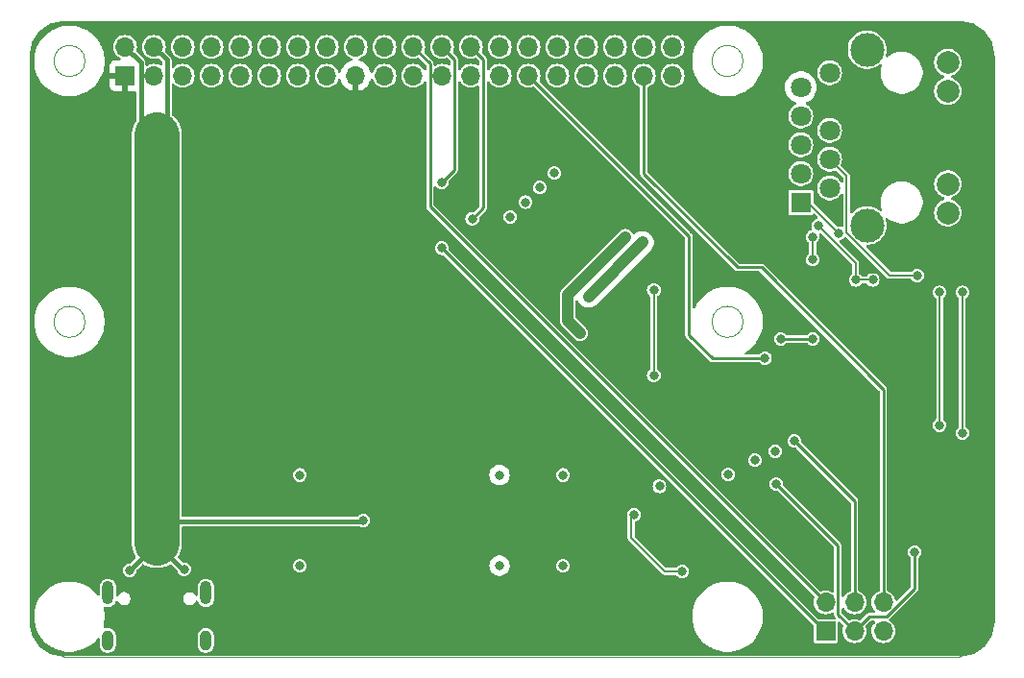
<source format=gbr>
G04 #@! TF.GenerationSoftware,KiCad,Pcbnew,8.0.3*
G04 #@! TF.CreationDate,2024-07-26T16:49:23+02:00*
G04 #@! TF.ProjectId,ice4pi,69636534-7069-42e6-9b69-6361645f7063,rev?*
G04 #@! TF.SameCoordinates,PX2faf080PY2ebae40*
G04 #@! TF.FileFunction,Copper,L4,Bot*
G04 #@! TF.FilePolarity,Positive*
%FSLAX46Y46*%
G04 Gerber Fmt 4.6, Leading zero omitted, Abs format (unit mm)*
G04 Created by KiCad (PCBNEW 8.0.3) date 2024-07-26 16:49:23*
%MOMM*%
%LPD*%
G01*
G04 APERTURE LIST*
G04 #@! TA.AperFunction,ComponentPad*
%ADD10O,1.000000X2.100000*%
G04 #@! TD*
G04 #@! TA.AperFunction,ComponentPad*
%ADD11O,1.000000X1.800000*%
G04 #@! TD*
G04 #@! TA.AperFunction,ComponentPad*
%ADD12R,1.800000X1.800000*%
G04 #@! TD*
G04 #@! TA.AperFunction,ComponentPad*
%ADD13C,1.800000*%
G04 #@! TD*
G04 #@! TA.AperFunction,ComponentPad*
%ADD14C,2.000000*%
G04 #@! TD*
G04 #@! TA.AperFunction,ComponentPad*
%ADD15C,3.000000*%
G04 #@! TD*
G04 #@! TA.AperFunction,ComponentPad*
%ADD16R,1.700000X1.700000*%
G04 #@! TD*
G04 #@! TA.AperFunction,ComponentPad*
%ADD17O,1.700000X1.700000*%
G04 #@! TD*
G04 #@! TA.AperFunction,ViaPad*
%ADD18C,0.800000*%
G04 #@! TD*
G04 #@! TA.AperFunction,Conductor*
%ADD19C,1.000000*%
G04 #@! TD*
G04 #@! TA.AperFunction,Conductor*
%ADD20C,0.200000*%
G04 #@! TD*
G04 #@! TA.AperFunction,Conductor*
%ADD21C,4.000000*%
G04 #@! TD*
G04 #@! TA.AperFunction,Conductor*
%ADD22C,0.400000*%
G04 #@! TD*
G04 #@! TA.AperFunction,Conductor*
%ADD23C,0.250000*%
G04 #@! TD*
G04 #@! TA.AperFunction,Profile*
%ADD24C,0.050000*%
G04 #@! TD*
G04 APERTURE END LIST*
D10*
X6880000Y-50395000D03*
D11*
X6880000Y-54575000D03*
D10*
X15520000Y-50395000D03*
D11*
X15520000Y-54575000D03*
D12*
X67960000Y-15965000D03*
D13*
X70500000Y-14695000D03*
X67960000Y-13425000D03*
X70500000Y-12155000D03*
X67960000Y-10885000D03*
X70500000Y-9615000D03*
X67960000Y-8345000D03*
X67960000Y-5805000D03*
X70500000Y-4535000D03*
D14*
X80910000Y-16885000D03*
X80910000Y-14345000D03*
X80910000Y-6165000D03*
X80910000Y-3625000D03*
D15*
X73800000Y-18005000D03*
X73800000Y-2505000D03*
D16*
X70160000Y-53770000D03*
D17*
X70160000Y-51230000D03*
X72700000Y-53770000D03*
X72700000Y-51230000D03*
X75240000Y-53770000D03*
X75240000Y-51230000D03*
D16*
X8400000Y-4800000D03*
D17*
X8400000Y-2260000D03*
X10940000Y-4800000D03*
X10940000Y-2260000D03*
X13480000Y-4800000D03*
X13480000Y-2260000D03*
X16020000Y-4800000D03*
X16020000Y-2260000D03*
X18560000Y-4800000D03*
X18560000Y-2260000D03*
X21100000Y-4800000D03*
X21100000Y-2260000D03*
X23640000Y-4800000D03*
X23640000Y-2260000D03*
X26180000Y-4800000D03*
X26180000Y-2260000D03*
X28720000Y-4800000D03*
X28720000Y-2260000D03*
X31260000Y-4800000D03*
X31260000Y-2260000D03*
X33800000Y-4800000D03*
X33800000Y-2260000D03*
X36340000Y-4800000D03*
X36340000Y-2260000D03*
X38880000Y-4800000D03*
X38880000Y-2260000D03*
X41420000Y-4800000D03*
X41420000Y-2260000D03*
X43960000Y-4800000D03*
X43960000Y-2260000D03*
X46500000Y-4800000D03*
X46500000Y-2260000D03*
X49040000Y-4800000D03*
X49040000Y-2260000D03*
X51580000Y-4800000D03*
X51580000Y-2260000D03*
X54120000Y-4800000D03*
X54120000Y-2260000D03*
X56660000Y-4800000D03*
X56660000Y-2260000D03*
D18*
X23800000Y-48000000D03*
X23800000Y-40000000D03*
X41400000Y-48000000D03*
X47000000Y-48000000D03*
X47000000Y-40000000D03*
X55500000Y-41000000D03*
X53250000Y-43500000D03*
X57500000Y-48500000D03*
X44958000Y-14655800D03*
X63900000Y-38700000D03*
X43713400Y-15951200D03*
X46253400Y-13385800D03*
X61569600Y-39954200D03*
X65700000Y-37900000D03*
X42341800Y-17246600D03*
X79100000Y-43400000D03*
X74500000Y-36900000D03*
X74500000Y-40500000D03*
X74500000Y-34900000D03*
X81800000Y-40900000D03*
X78221383Y-25207111D03*
X29400000Y-44000000D03*
X13600000Y-48300000D03*
X8800000Y-48400000D03*
X67400000Y-37000000D03*
X55000000Y-23700000D03*
X55000000Y-31200000D03*
X36300000Y-14200000D03*
X36300000Y-20000000D03*
X39000000Y-17400000D03*
X64800000Y-29700000D03*
X69000000Y-21000000D03*
X69000000Y-19000000D03*
X69500000Y-18000000D03*
X72800000Y-22800000D03*
X74300000Y-22800000D03*
X71328724Y-18671276D03*
X82200000Y-36300000D03*
X82200000Y-23900000D03*
X80200000Y-23900000D03*
X80200000Y-35600000D03*
X65800000Y-40800000D03*
X78000000Y-46800000D03*
X41400000Y-40000000D03*
X49250000Y-24250000D03*
X54000000Y-19500000D03*
X52500000Y-19000000D03*
X48500000Y-27500000D03*
X52500000Y-19000000D03*
X69010001Y-28000000D03*
X66190000Y-28000000D03*
X78221383Y-22407111D03*
D19*
X49250000Y-24250000D02*
X54000000Y-19500000D01*
D20*
X56000000Y-48500000D02*
X53000000Y-45500000D01*
X57500000Y-48500000D02*
X56000000Y-48500000D01*
X53000000Y-45500000D02*
X53000000Y-43750000D01*
X53000000Y-43750000D02*
X53250000Y-43500000D01*
D21*
X11200000Y-46000000D02*
X11200000Y-10000000D01*
D22*
X9790489Y-3650489D02*
X9790489Y-9590489D01*
X8800000Y-48400000D02*
X11200000Y-46000000D01*
X29300000Y-44100000D02*
X29400000Y-44000000D01*
X11200000Y-46000000D02*
X13100000Y-44100000D01*
X13500000Y-48300000D02*
X11200000Y-46000000D01*
X13100000Y-44100000D02*
X29300000Y-44100000D01*
X12089511Y-10110489D02*
X11200000Y-11000000D01*
X10940000Y-2260000D02*
X12089511Y-3409511D01*
X12089511Y-3409511D02*
X12089511Y-10110489D01*
X13600000Y-48300000D02*
X13500000Y-48300000D01*
X8400000Y-2260000D02*
X9790489Y-3650489D01*
X9790489Y-9590489D02*
X11200000Y-11000000D01*
D23*
X67400000Y-37000000D02*
X72700000Y-42300000D01*
X72700000Y-42300000D02*
X72700000Y-51230000D01*
D20*
X55000000Y-31200000D02*
X55000000Y-23700000D01*
D23*
X36300000Y-14200000D02*
X37414511Y-13085489D01*
X70070000Y-53770000D02*
X36300000Y-20000000D01*
X37414511Y-13085489D02*
X37414511Y-3334511D01*
X37414511Y-3334511D02*
X36340000Y-2260000D01*
X70160000Y-53770000D02*
X70070000Y-53770000D01*
X39954511Y-3334511D02*
X38880000Y-2260000D01*
X39000000Y-17400000D02*
X39954511Y-16445489D01*
X39954511Y-16445489D02*
X39954511Y-3334511D01*
X60164359Y-29724521D02*
X58089800Y-27649962D01*
X64775479Y-29724521D02*
X60164359Y-29724521D01*
X58089800Y-27649962D02*
X58089800Y-18929800D01*
X64800000Y-29700000D02*
X64775479Y-29724521D01*
X58089800Y-18929800D02*
X43960000Y-4800000D01*
D20*
X69000000Y-21000000D02*
X69000000Y-19000000D01*
X74300000Y-22800000D02*
X72800000Y-22800000D01*
X72800000Y-22800000D02*
X72800000Y-21300000D01*
X72800000Y-21300000D02*
X69500000Y-18000000D01*
X68622448Y-15965000D02*
X67960000Y-15965000D01*
X71328724Y-18671276D02*
X68622448Y-15965000D01*
X82200000Y-36300000D02*
X82200000Y-23900000D01*
X80200000Y-35600000D02*
X80200000Y-23900000D01*
D23*
X71234511Y-46234511D02*
X71234511Y-52304511D01*
X78000000Y-46800000D02*
X78000000Y-49989589D01*
X78000000Y-49989589D02*
X75489589Y-52500000D01*
X65800000Y-40800000D02*
X71234511Y-46234511D01*
X71234511Y-52304511D02*
X72700000Y-53770000D01*
X73970000Y-52500000D02*
X72700000Y-53770000D01*
X75489589Y-52500000D02*
X73970000Y-52500000D01*
X35265489Y-16335489D02*
X35265489Y-3725489D01*
X70160000Y-51230000D02*
X35265489Y-16335489D01*
X35265489Y-3725489D02*
X33800000Y-2260000D01*
X64483193Y-21700000D02*
X62400000Y-21700000D01*
X75240000Y-51230000D02*
X75240000Y-32456807D01*
X75240000Y-32456807D02*
X64483193Y-21700000D01*
X62400000Y-21700000D02*
X54120000Y-13420000D01*
X54120000Y-13420000D02*
X54120000Y-4800000D01*
X69010001Y-28000000D02*
X66190000Y-28000000D01*
D20*
X72000000Y-13655000D02*
X70500000Y-12155000D01*
X78221383Y-22407111D02*
X75797947Y-22407111D01*
X72000000Y-18609164D02*
X72000000Y-13655000D01*
X75797947Y-22407111D02*
X72000000Y-18609164D01*
D19*
X47400000Y-24100000D02*
X52500000Y-19000000D01*
X47400000Y-26400000D02*
X47400000Y-24100000D01*
X48500000Y-27500000D02*
X47400000Y-26400000D01*
G04 #@! TA.AperFunction,Conductor*
G36*
X82003300Y-25672D02*
G01*
X82304319Y-41449D01*
X82317436Y-42827D01*
X82611911Y-89467D01*
X82624811Y-92209D01*
X82912799Y-169374D01*
X82925332Y-173447D01*
X83203672Y-280292D01*
X83215719Y-285656D01*
X83481368Y-421010D01*
X83492785Y-427601D01*
X83742838Y-589988D01*
X83753495Y-597732D01*
X83981160Y-782091D01*
X83985197Y-785360D01*
X83994998Y-794185D01*
X84205814Y-1005001D01*
X84214639Y-1014802D01*
X84384609Y-1224698D01*
X84402263Y-1246498D01*
X84410015Y-1257167D01*
X84572394Y-1507208D01*
X84578989Y-1518631D01*
X84714343Y-1784280D01*
X84719707Y-1796327D01*
X84826550Y-2074661D01*
X84830626Y-2087205D01*
X84907790Y-2375188D01*
X84910532Y-2388088D01*
X84957172Y-2682563D01*
X84958550Y-2695679D01*
X84967780Y-2871776D01*
X84974136Y-2993064D01*
X84974327Y-2996698D01*
X84974500Y-3003293D01*
X84974500Y-52996706D01*
X84974327Y-53003301D01*
X84958550Y-53304320D01*
X84957172Y-53317436D01*
X84910532Y-53611911D01*
X84907790Y-53624811D01*
X84830626Y-53912794D01*
X84826550Y-53925338D01*
X84719707Y-54203672D01*
X84714343Y-54215719D01*
X84578989Y-54481368D01*
X84572394Y-54492791D01*
X84410015Y-54742832D01*
X84402263Y-54753501D01*
X84214639Y-54985197D01*
X84205814Y-54994998D01*
X83994998Y-55205814D01*
X83985197Y-55214639D01*
X83753501Y-55402263D01*
X83742832Y-55410015D01*
X83492791Y-55572394D01*
X83481368Y-55578989D01*
X83215719Y-55714343D01*
X83203672Y-55719707D01*
X82925338Y-55826550D01*
X82912794Y-55830626D01*
X82624811Y-55907790D01*
X82611911Y-55910532D01*
X82317436Y-55957172D01*
X82304320Y-55958550D01*
X82020488Y-55973426D01*
X82003299Y-55974327D01*
X81996707Y-55974500D01*
X3003293Y-55974500D01*
X2996700Y-55974327D01*
X2978512Y-55973373D01*
X2695679Y-55958550D01*
X2682563Y-55957172D01*
X2388088Y-55910532D01*
X2375188Y-55907790D01*
X2087205Y-55830626D01*
X2074661Y-55826550D01*
X1796327Y-55719707D01*
X1784280Y-55714343D01*
X1518631Y-55578989D01*
X1507208Y-55572394D01*
X1274917Y-55421542D01*
X1257164Y-55410013D01*
X1246498Y-55402263D01*
X1187493Y-55354482D01*
X1014802Y-55214639D01*
X1005001Y-55205814D01*
X794185Y-54994998D01*
X785360Y-54985197D01*
X606685Y-54764552D01*
X597732Y-54753495D01*
X589988Y-54742838D01*
X427601Y-54492785D01*
X421010Y-54481368D01*
X285656Y-54215719D01*
X280292Y-54203672D01*
X192871Y-53975934D01*
X173447Y-53925332D01*
X169373Y-53912794D01*
X134898Y-53784132D01*
X93837Y-53630886D01*
X92209Y-53624811D01*
X89467Y-53611911D01*
X81889Y-53564066D01*
X42826Y-53317435D01*
X41449Y-53304319D01*
X25673Y-53003300D01*
X25500Y-52996706D01*
X25500Y-52325878D01*
X399500Y-52325878D01*
X399500Y-52674121D01*
X438491Y-53020174D01*
X470077Y-53158560D01*
X515982Y-53359681D01*
X515984Y-53359687D01*
X515983Y-53359687D01*
X630991Y-53688361D01*
X631002Y-53688388D01*
X782091Y-54002128D01*
X782096Y-54002137D01*
X967372Y-54297000D01*
X967375Y-54297004D01*
X1184489Y-54569259D01*
X1430740Y-54815510D01*
X1702995Y-55032624D01*
X1703003Y-55032630D01*
X1931357Y-55176115D01*
X1992667Y-55214639D01*
X1997867Y-55217906D01*
X2311621Y-55369002D01*
X2311637Y-55369007D01*
X2311638Y-55369008D01*
X2640312Y-55484016D01*
X2640315Y-55484016D01*
X2640319Y-55484018D01*
X2979829Y-55561509D01*
X3225210Y-55589157D01*
X3325878Y-55600500D01*
X3325880Y-55600500D01*
X3674122Y-55600500D01*
X3762006Y-55590597D01*
X4020171Y-55561509D01*
X4359681Y-55484018D01*
X4688379Y-55369002D01*
X5002133Y-55217906D01*
X5296997Y-55032630D01*
X5455007Y-54906622D01*
X5569259Y-54815510D01*
X5815510Y-54569259D01*
X5954989Y-54394357D01*
X6013100Y-54353569D01*
X6084037Y-54350672D01*
X6145279Y-54386588D01*
X6177382Y-54449912D01*
X6179500Y-54472916D01*
X6179500Y-55043993D01*
X6206420Y-55179328D01*
X6259225Y-55306811D01*
X6300780Y-55369002D01*
X6335885Y-55421541D01*
X6335890Y-55421547D01*
X6433452Y-55519109D01*
X6433458Y-55519114D01*
X6548189Y-55595775D01*
X6675672Y-55648580D01*
X6811007Y-55675500D01*
X6811008Y-55675500D01*
X6948992Y-55675500D01*
X6948993Y-55675500D01*
X7084328Y-55648580D01*
X7211811Y-55595775D01*
X7326542Y-55519114D01*
X7424114Y-55421542D01*
X7500775Y-55306811D01*
X7553580Y-55179328D01*
X7580500Y-55043993D01*
X7580500Y-54106007D01*
X7580499Y-54106004D01*
X14819500Y-54106004D01*
X14819500Y-54106007D01*
X14819500Y-55043993D01*
X14846420Y-55179328D01*
X14899225Y-55306811D01*
X14940780Y-55369002D01*
X14975885Y-55421541D01*
X14975890Y-55421547D01*
X15073452Y-55519109D01*
X15073458Y-55519114D01*
X15188189Y-55595775D01*
X15315672Y-55648580D01*
X15451007Y-55675500D01*
X15451008Y-55675500D01*
X15588992Y-55675500D01*
X15588993Y-55675500D01*
X15724328Y-55648580D01*
X15851811Y-55595775D01*
X15966542Y-55519114D01*
X16064114Y-55421542D01*
X16140775Y-55306811D01*
X16193580Y-55179328D01*
X16220500Y-55043993D01*
X16220500Y-54106007D01*
X16193580Y-53970672D01*
X16140775Y-53843189D01*
X16064114Y-53728458D01*
X16064109Y-53728452D01*
X15966547Y-53630890D01*
X15966541Y-53630885D01*
X15928471Y-53605447D01*
X15851811Y-53554225D01*
X15764911Y-53518230D01*
X15724331Y-53501421D01*
X15724328Y-53501420D01*
X15588995Y-53474500D01*
X15588993Y-53474500D01*
X15451007Y-53474500D01*
X15451004Y-53474500D01*
X15315671Y-53501420D01*
X15315668Y-53501421D01*
X15188189Y-53554225D01*
X15073458Y-53630885D01*
X15073452Y-53630890D01*
X14975890Y-53728452D01*
X14975885Y-53728458D01*
X14899225Y-53843189D01*
X14846421Y-53970668D01*
X14846420Y-53970671D01*
X14819500Y-54106004D01*
X7580499Y-54106004D01*
X7553580Y-53970672D01*
X7500775Y-53843189D01*
X7424114Y-53728458D01*
X7424109Y-53728452D01*
X7326547Y-53630890D01*
X7326541Y-53630885D01*
X7288471Y-53605447D01*
X7211811Y-53554225D01*
X7124911Y-53518230D01*
X7084331Y-53501421D01*
X7084328Y-53501420D01*
X6948995Y-53474500D01*
X6948993Y-53474500D01*
X6811007Y-53474500D01*
X6811004Y-53474500D01*
X6675671Y-53501420D01*
X6675664Y-53501422D01*
X6653403Y-53510643D01*
X6582813Y-53518230D01*
X6519327Y-53486450D01*
X6483101Y-53425391D01*
X6484053Y-53363314D01*
X6483231Y-53363127D01*
X6492615Y-53322017D01*
X6561509Y-53020171D01*
X6599545Y-52682595D01*
X6600500Y-52674121D01*
X6600500Y-52325878D01*
X58399500Y-52325878D01*
X58399500Y-52674121D01*
X58438491Y-53020174D01*
X58470077Y-53158560D01*
X58515982Y-53359681D01*
X58515984Y-53359687D01*
X58515983Y-53359687D01*
X58630991Y-53688361D01*
X58631002Y-53688388D01*
X58782091Y-54002128D01*
X58782096Y-54002137D01*
X58967372Y-54297000D01*
X58967375Y-54297004D01*
X59184489Y-54569259D01*
X59430740Y-54815510D01*
X59702995Y-55032624D01*
X59703003Y-55032630D01*
X59931357Y-55176115D01*
X59992667Y-55214639D01*
X59997867Y-55217906D01*
X60311621Y-55369002D01*
X60311637Y-55369007D01*
X60311638Y-55369008D01*
X60640312Y-55484016D01*
X60640315Y-55484016D01*
X60640319Y-55484018D01*
X60979829Y-55561509D01*
X61225210Y-55589157D01*
X61325878Y-55600500D01*
X61325880Y-55600500D01*
X61674122Y-55600500D01*
X61762006Y-55590597D01*
X62020171Y-55561509D01*
X62359681Y-55484018D01*
X62688379Y-55369002D01*
X63002133Y-55217906D01*
X63296997Y-55032630D01*
X63455007Y-54906622D01*
X63569259Y-54815510D01*
X63815510Y-54569259D01*
X63985220Y-54356447D01*
X64032630Y-54296997D01*
X64217906Y-54002133D01*
X64369002Y-53688379D01*
X64484018Y-53359681D01*
X64561509Y-53020171D01*
X64599545Y-52682595D01*
X64600500Y-52674121D01*
X64600500Y-52325878D01*
X64575915Y-52107685D01*
X64561509Y-51979829D01*
X64484018Y-51640319D01*
X64483204Y-51637993D01*
X64369008Y-51311638D01*
X64369007Y-51311637D01*
X64369002Y-51311621D01*
X64243882Y-51051807D01*
X64217908Y-50997871D01*
X64217903Y-50997862D01*
X64109943Y-50826046D01*
X64032630Y-50703003D01*
X64032624Y-50702995D01*
X63815510Y-50430740D01*
X63569259Y-50184489D01*
X63297004Y-49967375D01*
X63297000Y-49967372D01*
X63002137Y-49782096D01*
X63002128Y-49782091D01*
X62688388Y-49631002D01*
X62688383Y-49631000D01*
X62688379Y-49630998D01*
X62688373Y-49630995D01*
X62688361Y-49630991D01*
X62359687Y-49515983D01*
X62020174Y-49438491D01*
X61674122Y-49399500D01*
X61674120Y-49399500D01*
X61325880Y-49399500D01*
X61325878Y-49399500D01*
X60979825Y-49438491D01*
X60640312Y-49515983D01*
X60311638Y-49630991D01*
X60311611Y-49631002D01*
X59997871Y-49782091D01*
X59997862Y-49782096D01*
X59702999Y-49967372D01*
X59702995Y-49967375D01*
X59430740Y-50184489D01*
X59184489Y-50430740D01*
X58967375Y-50702995D01*
X58967372Y-50702999D01*
X58782096Y-50997862D01*
X58782091Y-50997871D01*
X58631002Y-51311611D01*
X58630991Y-51311638D01*
X58515983Y-51640312D01*
X58438491Y-51979825D01*
X58399500Y-52325878D01*
X6600500Y-52325878D01*
X6575915Y-52107685D01*
X6561509Y-51979829D01*
X6512731Y-51766119D01*
X6517073Y-51695260D01*
X6559038Y-51637993D01*
X6625301Y-51612504D01*
X6672151Y-51617512D01*
X6675666Y-51618578D01*
X6675668Y-51618578D01*
X6675672Y-51618580D01*
X6811007Y-51645500D01*
X6811008Y-51645500D01*
X6948992Y-51645500D01*
X6948993Y-51645500D01*
X7084328Y-51618580D01*
X7211811Y-51565775D01*
X7326542Y-51489114D01*
X7424114Y-51391542D01*
X7500775Y-51276811D01*
X7553580Y-51149328D01*
X7553580Y-51149325D01*
X7555528Y-51144624D01*
X7600076Y-51089343D01*
X7667439Y-51066922D01*
X7736231Y-51084480D01*
X7781054Y-51129840D01*
X7812254Y-51183879D01*
X7849482Y-51248361D01*
X7849490Y-51248371D01*
X7956628Y-51355509D01*
X7956633Y-51355513D01*
X7956635Y-51355515D01*
X7956636Y-51355516D01*
X7956638Y-51355517D01*
X8019035Y-51391542D01*
X8087865Y-51431281D01*
X8234234Y-51470500D01*
X8234236Y-51470500D01*
X8385764Y-51470500D01*
X8385766Y-51470500D01*
X8532135Y-51431281D01*
X8663365Y-51355515D01*
X8770515Y-51248365D01*
X8846281Y-51117135D01*
X8885500Y-50970766D01*
X8885500Y-50819234D01*
X13514500Y-50819234D01*
X13514500Y-50970766D01*
X13536215Y-51051807D01*
X13553718Y-51117132D01*
X13553721Y-51117139D01*
X13629482Y-51248361D01*
X13629490Y-51248371D01*
X13736628Y-51355509D01*
X13736633Y-51355513D01*
X13736635Y-51355515D01*
X13736636Y-51355516D01*
X13736638Y-51355517D01*
X13799035Y-51391542D01*
X13867865Y-51431281D01*
X14014234Y-51470500D01*
X14014236Y-51470500D01*
X14165764Y-51470500D01*
X14165766Y-51470500D01*
X14312135Y-51431281D01*
X14443365Y-51355515D01*
X14550515Y-51248365D01*
X14618946Y-51129838D01*
X14670324Y-51080849D01*
X14740038Y-51067412D01*
X14805949Y-51093799D01*
X14844471Y-51144624D01*
X14846421Y-51149331D01*
X14899225Y-51276811D01*
X14922496Y-51311638D01*
X14975885Y-51391541D01*
X14975890Y-51391547D01*
X15073452Y-51489109D01*
X15073458Y-51489114D01*
X15188189Y-51565775D01*
X15315672Y-51618580D01*
X15451007Y-51645500D01*
X15451008Y-51645500D01*
X15588992Y-51645500D01*
X15588993Y-51645500D01*
X15724328Y-51618580D01*
X15851811Y-51565775D01*
X15966542Y-51489114D01*
X16064114Y-51391542D01*
X16140775Y-51276811D01*
X16193580Y-51149328D01*
X16220500Y-51013993D01*
X16220500Y-49776007D01*
X16193580Y-49640672D01*
X16140775Y-49513189D01*
X16064114Y-49398458D01*
X16064109Y-49398452D01*
X15966547Y-49300890D01*
X15966541Y-49300885D01*
X15928471Y-49275447D01*
X15851811Y-49224225D01*
X15771421Y-49190926D01*
X15724331Y-49171421D01*
X15724328Y-49171420D01*
X15588995Y-49144500D01*
X15588993Y-49144500D01*
X15451007Y-49144500D01*
X15451004Y-49144500D01*
X15315671Y-49171420D01*
X15315668Y-49171421D01*
X15188189Y-49224225D01*
X15073458Y-49300885D01*
X15073452Y-49300890D01*
X14975890Y-49398452D01*
X14975885Y-49398458D01*
X14899225Y-49513189D01*
X14846421Y-49640668D01*
X14846420Y-49640671D01*
X14819500Y-49776004D01*
X14819500Y-50537292D01*
X14799498Y-50605413D01*
X14745842Y-50651906D01*
X14675568Y-50662010D01*
X14610988Y-50632516D01*
X14584381Y-50600292D01*
X14550517Y-50541638D01*
X14550509Y-50541628D01*
X14443371Y-50434490D01*
X14443361Y-50434482D01*
X14312139Y-50358721D01*
X14312136Y-50358720D01*
X14312135Y-50358719D01*
X14312133Y-50358718D01*
X14312132Y-50358718D01*
X14255713Y-50343601D01*
X14165766Y-50319500D01*
X14014234Y-50319500D01*
X13937319Y-50340109D01*
X13867867Y-50358718D01*
X13867860Y-50358721D01*
X13736638Y-50434482D01*
X13736628Y-50434490D01*
X13629490Y-50541628D01*
X13629482Y-50541638D01*
X13553721Y-50672860D01*
X13553718Y-50672867D01*
X13532049Y-50753741D01*
X13514500Y-50819234D01*
X8885500Y-50819234D01*
X8846281Y-50672865D01*
X8770515Y-50541635D01*
X8770513Y-50541633D01*
X8770509Y-50541628D01*
X8663371Y-50434490D01*
X8663361Y-50434482D01*
X8532139Y-50358721D01*
X8532136Y-50358720D01*
X8532135Y-50358719D01*
X8532133Y-50358718D01*
X8532132Y-50358718D01*
X8475713Y-50343601D01*
X8385766Y-50319500D01*
X8234234Y-50319500D01*
X8157319Y-50340109D01*
X8087867Y-50358718D01*
X8087860Y-50358721D01*
X7956638Y-50434482D01*
X7956628Y-50434490D01*
X7849490Y-50541628D01*
X7849482Y-50541638D01*
X7815619Y-50600292D01*
X7764236Y-50649285D01*
X7694523Y-50662721D01*
X7628612Y-50636335D01*
X7587430Y-50578502D01*
X7580500Y-50537292D01*
X7580500Y-49776008D01*
X7580499Y-49776004D01*
X7553580Y-49640672D01*
X7500775Y-49513189D01*
X7424114Y-49398458D01*
X7424109Y-49398452D01*
X7326547Y-49300890D01*
X7326541Y-49300885D01*
X7288471Y-49275447D01*
X7211811Y-49224225D01*
X7131421Y-49190926D01*
X7084331Y-49171421D01*
X7084328Y-49171420D01*
X6948995Y-49144500D01*
X6948993Y-49144500D01*
X6811007Y-49144500D01*
X6811004Y-49144500D01*
X6675671Y-49171420D01*
X6675668Y-49171421D01*
X6548189Y-49224225D01*
X6433458Y-49300885D01*
X6433452Y-49300890D01*
X6335890Y-49398452D01*
X6335885Y-49398458D01*
X6259225Y-49513189D01*
X6206421Y-49640668D01*
X6206420Y-49640671D01*
X6179500Y-49776004D01*
X6179500Y-50527083D01*
X6159498Y-50595204D01*
X6105842Y-50641697D01*
X6035568Y-50651801D01*
X5970988Y-50622307D01*
X5954989Y-50605643D01*
X5815503Y-50430733D01*
X5569259Y-50184489D01*
X5297004Y-49967375D01*
X5297000Y-49967372D01*
X5002137Y-49782096D01*
X5002128Y-49782091D01*
X4688388Y-49631002D01*
X4688383Y-49631000D01*
X4688379Y-49630998D01*
X4688373Y-49630995D01*
X4688361Y-49630991D01*
X4359687Y-49515983D01*
X4020174Y-49438491D01*
X3674122Y-49399500D01*
X3674120Y-49399500D01*
X3325880Y-49399500D01*
X3325878Y-49399500D01*
X2979825Y-49438491D01*
X2640312Y-49515983D01*
X2311638Y-49630991D01*
X2311611Y-49631002D01*
X1997871Y-49782091D01*
X1997862Y-49782096D01*
X1702999Y-49967372D01*
X1702995Y-49967375D01*
X1430740Y-50184489D01*
X1184489Y-50430740D01*
X967375Y-50702995D01*
X967372Y-50702999D01*
X782096Y-50997862D01*
X782091Y-50997871D01*
X631002Y-51311611D01*
X630991Y-51311638D01*
X515983Y-51640312D01*
X438491Y-51979825D01*
X399500Y-52325878D01*
X25500Y-52325878D01*
X25500Y-26325878D01*
X399500Y-26325878D01*
X399500Y-26674121D01*
X438491Y-27020174D01*
X472275Y-27168189D01*
X515982Y-27359681D01*
X515984Y-27359687D01*
X515983Y-27359687D01*
X630991Y-27688361D01*
X631002Y-27688388D01*
X782091Y-28002128D01*
X782096Y-28002137D01*
X967372Y-28297000D01*
X967375Y-28297004D01*
X1184489Y-28569259D01*
X1430740Y-28815510D01*
X1702995Y-29032624D01*
X1703003Y-29032630D01*
X1997867Y-29217906D01*
X2311621Y-29369002D01*
X2311637Y-29369007D01*
X2311638Y-29369008D01*
X2640312Y-29484016D01*
X2640315Y-29484016D01*
X2640319Y-29484018D01*
X2979829Y-29561509D01*
X3225210Y-29589157D01*
X3325878Y-29600500D01*
X3325880Y-29600500D01*
X3674122Y-29600500D01*
X3762006Y-29590597D01*
X4020171Y-29561509D01*
X4359681Y-29484018D01*
X4688379Y-29369002D01*
X5002133Y-29217906D01*
X5296997Y-29032630D01*
X5389625Y-28958761D01*
X5569259Y-28815510D01*
X5815510Y-28569259D01*
X6003975Y-28332929D01*
X6032630Y-28296997D01*
X6217906Y-28002133D01*
X6369002Y-27688379D01*
X6484018Y-27359681D01*
X6561509Y-27020171D01*
X6600500Y-26674120D01*
X6600500Y-26325880D01*
X6561509Y-25979829D01*
X6484018Y-25640319D01*
X6369002Y-25311621D01*
X6217906Y-24997867D01*
X6032630Y-24703003D01*
X5994043Y-24654616D01*
X5815510Y-24430740D01*
X5569259Y-24184489D01*
X5297004Y-23967375D01*
X5297000Y-23967372D01*
X5002137Y-23782096D01*
X5002128Y-23782091D01*
X4688388Y-23631002D01*
X4688383Y-23631000D01*
X4688379Y-23630998D01*
X4688373Y-23630995D01*
X4688361Y-23630991D01*
X4359687Y-23515983D01*
X4020174Y-23438491D01*
X3674122Y-23399500D01*
X3674120Y-23399500D01*
X3325880Y-23399500D01*
X3325878Y-23399500D01*
X2979825Y-23438491D01*
X2640312Y-23515983D01*
X2311638Y-23630991D01*
X2311611Y-23631002D01*
X1997871Y-23782091D01*
X1997862Y-23782096D01*
X1702999Y-23967372D01*
X1702995Y-23967375D01*
X1430740Y-24184489D01*
X1184489Y-24430740D01*
X967375Y-24702995D01*
X967372Y-24702999D01*
X782096Y-24997862D01*
X782091Y-24997871D01*
X631002Y-25311611D01*
X630991Y-25311638D01*
X515983Y-25640312D01*
X438491Y-25979825D01*
X399500Y-26325878D01*
X25500Y-26325878D01*
X25500Y-3325878D01*
X399500Y-3325878D01*
X399500Y-3674121D01*
X438491Y-4020174D01*
X461287Y-4120048D01*
X515982Y-4359681D01*
X515984Y-4359687D01*
X515983Y-4359687D01*
X630991Y-4688361D01*
X631002Y-4688388D01*
X782091Y-5002128D01*
X782096Y-5002137D01*
X967372Y-5297000D01*
X967375Y-5297004D01*
X1184489Y-5569259D01*
X1430740Y-5815510D01*
X1678267Y-6012904D01*
X1703003Y-6032630D01*
X1997867Y-6217906D01*
X2311621Y-6369002D01*
X2311637Y-6369007D01*
X2311638Y-6369008D01*
X2640312Y-6484016D01*
X2640315Y-6484016D01*
X2640319Y-6484018D01*
X2979829Y-6561509D01*
X3225210Y-6589157D01*
X3325878Y-6600500D01*
X3325880Y-6600500D01*
X3674122Y-6600500D01*
X3762006Y-6590597D01*
X4020171Y-6561509D01*
X4359681Y-6484018D01*
X4388743Y-6473849D01*
X4441855Y-6455264D01*
X4688379Y-6369002D01*
X5002133Y-6217906D01*
X5296997Y-6032630D01*
X5426613Y-5929265D01*
X5569259Y-5815510D01*
X5815510Y-5569259D01*
X5991398Y-5348700D01*
X6032630Y-5296997D01*
X6217906Y-5002133D01*
X6369002Y-4688379D01*
X6484018Y-4359681D01*
X6561509Y-4020171D01*
X6574891Y-3901402D01*
X7042000Y-3901402D01*
X7042000Y-4546000D01*
X7946203Y-4546000D01*
X7915437Y-4599288D01*
X7880000Y-4731541D01*
X7880000Y-4868459D01*
X7915437Y-5000712D01*
X7946203Y-5054000D01*
X7042000Y-5054000D01*
X7042000Y-5698597D01*
X7048505Y-5759093D01*
X7099555Y-5895964D01*
X7099555Y-5895965D01*
X7187095Y-6012904D01*
X7304034Y-6100444D01*
X7440906Y-6151494D01*
X7501402Y-6157999D01*
X7501415Y-6158000D01*
X8146000Y-6158000D01*
X8146000Y-5253797D01*
X8199288Y-5284563D01*
X8331541Y-5320000D01*
X8468459Y-5320000D01*
X8600712Y-5284563D01*
X8654000Y-5253797D01*
X8654000Y-6158000D01*
X9263989Y-6158000D01*
X9332110Y-6178002D01*
X9378603Y-6231658D01*
X9389989Y-6284000D01*
X9389989Y-8701363D01*
X9369987Y-8769484D01*
X9368661Y-8771377D01*
X9368716Y-8771414D01*
X9366428Y-8774838D01*
X9222202Y-9024643D01*
X9222197Y-9024653D01*
X9111809Y-9291155D01*
X9037149Y-9569789D01*
X8999500Y-9855769D01*
X8999500Y-46144230D01*
X9037149Y-46430210D01*
X9037151Y-46430217D01*
X9111809Y-46708845D01*
X9222196Y-46975345D01*
X9222197Y-46975346D01*
X9222202Y-46975357D01*
X9333465Y-47168069D01*
X9350203Y-47237064D01*
X9326983Y-47304156D01*
X9313441Y-47320164D01*
X8875489Y-47758116D01*
X8813177Y-47792142D01*
X8802841Y-47793943D01*
X8643239Y-47814955D01*
X8497160Y-47875463D01*
X8497157Y-47875465D01*
X8371718Y-47971718D01*
X8275465Y-48097157D01*
X8275463Y-48097160D01*
X8214955Y-48243239D01*
X8194318Y-48399999D01*
X8194318Y-48400000D01*
X8214955Y-48556760D01*
X8256377Y-48656760D01*
X8275464Y-48702841D01*
X8371718Y-48828282D01*
X8497159Y-48924536D01*
X8643238Y-48985044D01*
X8800000Y-49005682D01*
X8956762Y-48985044D01*
X9102841Y-48924536D01*
X9228282Y-48828282D01*
X9324536Y-48702841D01*
X9385044Y-48556762D01*
X9405682Y-48400000D01*
X9405681Y-48399998D01*
X9406056Y-48397157D01*
X9434778Y-48332230D01*
X9441871Y-48324520D01*
X9879836Y-47886555D01*
X9942146Y-47852531D01*
X10012961Y-47857596D01*
X10031922Y-47866529D01*
X10224655Y-47977804D01*
X10491155Y-48088191D01*
X10769783Y-48162849D01*
X10769787Y-48162849D01*
X10769789Y-48162850D01*
X10843496Y-48172553D01*
X11055772Y-48200500D01*
X11055779Y-48200500D01*
X11344221Y-48200500D01*
X11344228Y-48200500D01*
X11602691Y-48166472D01*
X11630210Y-48162850D01*
X11630210Y-48162849D01*
X11630217Y-48162849D01*
X11908845Y-48088191D01*
X12175345Y-47977804D01*
X12368073Y-47866531D01*
X12437063Y-47849795D01*
X12504155Y-47873015D01*
X12520164Y-47886557D01*
X12973277Y-48339670D01*
X13007303Y-48401982D01*
X13009104Y-48412317D01*
X13014955Y-48456760D01*
X13056377Y-48556760D01*
X13075464Y-48602841D01*
X13171718Y-48728282D01*
X13297159Y-48824536D01*
X13443238Y-48885044D01*
X13600000Y-48905682D01*
X13756762Y-48885044D01*
X13902841Y-48824536D01*
X14028282Y-48728282D01*
X14124536Y-48602841D01*
X14185044Y-48456762D01*
X14205682Y-48300000D01*
X14185044Y-48143238D01*
X14125712Y-47999999D01*
X23194318Y-47999999D01*
X23194318Y-48000000D01*
X23214955Y-48156760D01*
X23250776Y-48243238D01*
X23275464Y-48302841D01*
X23371718Y-48428282D01*
X23497159Y-48524536D01*
X23643238Y-48585044D01*
X23800000Y-48605682D01*
X23956762Y-48585044D01*
X24102841Y-48524536D01*
X24228282Y-48428282D01*
X24324536Y-48302841D01*
X24385044Y-48156762D01*
X24405682Y-48000000D01*
X40494540Y-48000000D01*
X40514325Y-48188256D01*
X40572818Y-48368278D01*
X40572822Y-48368286D01*
X40667465Y-48532214D01*
X40667466Y-48532216D01*
X40794126Y-48672886D01*
X40947267Y-48784149D01*
X40947267Y-48784150D01*
X40983990Y-48800500D01*
X41120197Y-48861144D01*
X41305354Y-48900500D01*
X41494646Y-48900500D01*
X41679803Y-48861144D01*
X41852730Y-48784151D01*
X41852730Y-48784150D01*
X41852732Y-48784150D01*
X41852732Y-48784149D01*
X42005871Y-48672888D01*
X42132533Y-48532216D01*
X42227179Y-48368284D01*
X42248444Y-48302839D01*
X42285674Y-48188256D01*
X42295248Y-48097159D01*
X42305460Y-48000000D01*
X42305460Y-47999999D01*
X46394318Y-47999999D01*
X46394318Y-48000000D01*
X46414955Y-48156760D01*
X46450776Y-48243238D01*
X46475464Y-48302841D01*
X46571718Y-48428282D01*
X46697159Y-48524536D01*
X46843238Y-48585044D01*
X47000000Y-48605682D01*
X47156762Y-48585044D01*
X47302841Y-48524536D01*
X47428282Y-48428282D01*
X47524536Y-48302841D01*
X47585044Y-48156762D01*
X47605682Y-48000000D01*
X47602759Y-47977801D01*
X47585044Y-47843239D01*
X47573329Y-47814955D01*
X47524536Y-47697159D01*
X47428282Y-47571718D01*
X47302841Y-47475464D01*
X47284303Y-47467785D01*
X47156760Y-47414955D01*
X47000000Y-47394318D01*
X46843239Y-47414955D01*
X46697160Y-47475463D01*
X46697157Y-47475465D01*
X46571718Y-47571718D01*
X46475465Y-47697157D01*
X46475463Y-47697160D01*
X46414955Y-47843239D01*
X46394318Y-47999999D01*
X42305460Y-47999999D01*
X42286012Y-47814956D01*
X42285674Y-47811743D01*
X42227181Y-47631721D01*
X42227177Y-47631713D01*
X42132534Y-47467785D01*
X42132533Y-47467783D01*
X42005873Y-47327113D01*
X41852732Y-47215850D01*
X41852732Y-47215849D01*
X41727145Y-47159934D01*
X41679803Y-47138856D01*
X41679801Y-47138855D01*
X41679800Y-47138855D01*
X41494646Y-47099500D01*
X41305354Y-47099500D01*
X41120199Y-47138855D01*
X40947267Y-47215849D01*
X40947267Y-47215850D01*
X40794126Y-47327113D01*
X40667466Y-47467783D01*
X40667465Y-47467785D01*
X40572822Y-47631713D01*
X40572818Y-47631721D01*
X40514325Y-47811743D01*
X40494540Y-48000000D01*
X24405682Y-48000000D01*
X24402759Y-47977801D01*
X24385044Y-47843239D01*
X24373329Y-47814955D01*
X24324536Y-47697159D01*
X24228282Y-47571718D01*
X24102841Y-47475464D01*
X24084303Y-47467785D01*
X23956760Y-47414955D01*
X23800000Y-47394318D01*
X23643239Y-47414955D01*
X23497160Y-47475463D01*
X23497157Y-47475465D01*
X23371718Y-47571718D01*
X23275465Y-47697157D01*
X23275463Y-47697160D01*
X23214955Y-47843239D01*
X23194318Y-47999999D01*
X14125712Y-47999999D01*
X14124536Y-47997159D01*
X14028282Y-47871718D01*
X13902841Y-47775464D01*
X13860960Y-47758116D01*
X13756760Y-47714955D01*
X13600001Y-47694318D01*
X13599997Y-47694318D01*
X13538516Y-47702411D01*
X13468368Y-47691471D01*
X13432977Y-47666584D01*
X13086557Y-47320164D01*
X13052531Y-47257852D01*
X13057596Y-47187037D01*
X13066524Y-47168085D01*
X13177804Y-46975345D01*
X13288191Y-46708845D01*
X13362849Y-46430217D01*
X13400500Y-46144228D01*
X13400500Y-44626500D01*
X13420502Y-44558379D01*
X13474158Y-44511886D01*
X13526500Y-44500500D01*
X29023064Y-44500500D01*
X29091185Y-44520502D01*
X29095824Y-44523764D01*
X29097155Y-44524533D01*
X29097159Y-44524536D01*
X29243238Y-44585044D01*
X29400000Y-44605682D01*
X29556762Y-44585044D01*
X29702841Y-44524536D01*
X29828282Y-44428282D01*
X29924536Y-44302841D01*
X29985044Y-44156762D01*
X30005682Y-44000000D01*
X29985044Y-43843238D01*
X29924536Y-43697159D01*
X29828282Y-43571718D01*
X29734816Y-43499999D01*
X52644318Y-43499999D01*
X52644318Y-43500000D01*
X52664955Y-43656760D01*
X52689909Y-43717003D01*
X52699500Y-43765221D01*
X52699500Y-45539565D01*
X52719977Y-45615985D01*
X52719978Y-45615988D01*
X52719979Y-45615989D01*
X52759540Y-45684511D01*
X52759542Y-45684513D01*
X52759545Y-45684517D01*
X55815482Y-48740454D01*
X55815487Y-48740458D01*
X55815489Y-48740460D01*
X55884012Y-48780022D01*
X55960438Y-48800500D01*
X56911531Y-48800500D01*
X56979652Y-48820502D01*
X57011493Y-48849796D01*
X57071715Y-48928279D01*
X57071716Y-48928280D01*
X57071718Y-48928282D01*
X57197159Y-49024536D01*
X57343238Y-49085044D01*
X57500000Y-49105682D01*
X57656762Y-49085044D01*
X57802841Y-49024536D01*
X57928282Y-48928282D01*
X58024536Y-48802841D01*
X58085044Y-48656762D01*
X58105682Y-48500000D01*
X58085044Y-48343238D01*
X58024536Y-48197159D01*
X57928282Y-48071718D01*
X57802841Y-47975464D01*
X57793798Y-47971718D01*
X57656760Y-47914955D01*
X57500000Y-47894318D01*
X57343239Y-47914955D01*
X57197160Y-47975463D01*
X57197157Y-47975465D01*
X57071715Y-48071720D01*
X57011493Y-48150204D01*
X56954156Y-48192071D01*
X56911531Y-48199500D01*
X56176661Y-48199500D01*
X56108540Y-48179498D01*
X56087566Y-48162595D01*
X53337405Y-45412434D01*
X53303379Y-45350122D01*
X53300500Y-45323339D01*
X53300500Y-44209532D01*
X53320502Y-44141411D01*
X53374158Y-44094918D01*
X53398949Y-44087800D01*
X53398784Y-44087182D01*
X53406757Y-44085045D01*
X53406758Y-44085044D01*
X53406762Y-44085044D01*
X53552841Y-44024536D01*
X53678282Y-43928282D01*
X53774536Y-43802841D01*
X53835044Y-43656762D01*
X53855682Y-43500000D01*
X53835044Y-43343238D01*
X53774536Y-43197159D01*
X53678282Y-43071718D01*
X53552841Y-42975464D01*
X53406762Y-42914956D01*
X53406760Y-42914955D01*
X53250000Y-42894318D01*
X53093239Y-42914955D01*
X52947160Y-42975463D01*
X52947157Y-42975465D01*
X52821718Y-43071718D01*
X52725465Y-43197157D01*
X52725463Y-43197160D01*
X52664955Y-43343239D01*
X52644318Y-43499999D01*
X29734816Y-43499999D01*
X29702841Y-43475464D01*
X29556762Y-43414956D01*
X29556760Y-43414955D01*
X29400000Y-43394318D01*
X29243239Y-43414955D01*
X29097160Y-43475463D01*
X29097157Y-43475465D01*
X28971715Y-43571720D01*
X28911493Y-43650204D01*
X28854156Y-43692071D01*
X28811531Y-43699500D01*
X13526500Y-43699500D01*
X13458379Y-43679498D01*
X13411886Y-43625842D01*
X13400500Y-43573500D01*
X13400500Y-40999999D01*
X54894318Y-40999999D01*
X54894318Y-41000000D01*
X54914955Y-41156760D01*
X54944581Y-41228282D01*
X54975464Y-41302841D01*
X55071718Y-41428282D01*
X55197159Y-41524536D01*
X55343238Y-41585044D01*
X55500000Y-41605682D01*
X55656762Y-41585044D01*
X55802841Y-41524536D01*
X55928282Y-41428282D01*
X56024536Y-41302841D01*
X56085044Y-41156762D01*
X56105682Y-41000000D01*
X56085044Y-40843238D01*
X56024536Y-40697159D01*
X55928282Y-40571718D01*
X55802841Y-40475464D01*
X55688932Y-40428281D01*
X55656760Y-40414955D01*
X55500000Y-40394318D01*
X55343239Y-40414955D01*
X55197160Y-40475463D01*
X55197157Y-40475465D01*
X55071718Y-40571718D01*
X54975465Y-40697157D01*
X54975463Y-40697160D01*
X54914955Y-40843239D01*
X54894318Y-40999999D01*
X13400500Y-40999999D01*
X13400500Y-39999999D01*
X23194318Y-39999999D01*
X23194318Y-40000000D01*
X23214955Y-40156760D01*
X23264124Y-40275463D01*
X23275464Y-40302841D01*
X23371718Y-40428282D01*
X23497159Y-40524536D01*
X23643238Y-40585044D01*
X23800000Y-40605682D01*
X23956762Y-40585044D01*
X24102841Y-40524536D01*
X24228282Y-40428282D01*
X24324536Y-40302841D01*
X24385044Y-40156762D01*
X24405682Y-40000000D01*
X40494540Y-40000000D01*
X40514325Y-40188256D01*
X40572818Y-40368278D01*
X40572822Y-40368286D01*
X40667465Y-40532214D01*
X40667466Y-40532216D01*
X40794126Y-40672886D01*
X40947267Y-40784149D01*
X40947267Y-40784150D01*
X40982865Y-40799999D01*
X41120197Y-40861144D01*
X41305354Y-40900500D01*
X41494646Y-40900500D01*
X41679803Y-40861144D01*
X41852730Y-40784151D01*
X41852730Y-40784150D01*
X41852732Y-40784150D01*
X41852732Y-40784149D01*
X42005871Y-40672888D01*
X42132533Y-40532216D01*
X42227179Y-40368284D01*
X42248444Y-40302839D01*
X42285674Y-40188256D01*
X42288984Y-40156760D01*
X42305460Y-40000000D01*
X42305460Y-39999999D01*
X46394318Y-39999999D01*
X46394318Y-40000000D01*
X46414955Y-40156760D01*
X46464124Y-40275463D01*
X46475464Y-40302841D01*
X46571718Y-40428282D01*
X46697159Y-40524536D01*
X46843238Y-40585044D01*
X47000000Y-40605682D01*
X47156762Y-40585044D01*
X47302841Y-40524536D01*
X47428282Y-40428282D01*
X47524536Y-40302841D01*
X47585044Y-40156762D01*
X47605682Y-40000000D01*
X47585044Y-39843238D01*
X47524536Y-39697159D01*
X47428282Y-39571718D01*
X47302841Y-39475464D01*
X47284303Y-39467785D01*
X47156760Y-39414955D01*
X47000000Y-39394318D01*
X46843239Y-39414955D01*
X46697160Y-39475463D01*
X46697157Y-39475465D01*
X46571718Y-39571718D01*
X46475465Y-39697157D01*
X46475463Y-39697160D01*
X46414955Y-39843239D01*
X46394318Y-39999999D01*
X42305460Y-39999999D01*
X42285674Y-39811744D01*
X42281026Y-39797438D01*
X42227181Y-39631721D01*
X42227177Y-39631713D01*
X42132534Y-39467785D01*
X42132533Y-39467783D01*
X42005873Y-39327113D01*
X41852732Y-39215850D01*
X41852732Y-39215849D01*
X41727145Y-39159934D01*
X41679803Y-39138856D01*
X41679801Y-39138855D01*
X41679800Y-39138855D01*
X41494646Y-39099500D01*
X41305354Y-39099500D01*
X41120199Y-39138855D01*
X40947267Y-39215849D01*
X40947267Y-39215850D01*
X40794126Y-39327113D01*
X40667466Y-39467783D01*
X40667465Y-39467785D01*
X40572822Y-39631713D01*
X40572818Y-39631721D01*
X40514325Y-39811743D01*
X40494540Y-40000000D01*
X24405682Y-40000000D01*
X24385044Y-39843238D01*
X24324536Y-39697159D01*
X24228282Y-39571718D01*
X24102841Y-39475464D01*
X24084303Y-39467785D01*
X23956760Y-39414955D01*
X23800000Y-39394318D01*
X23643239Y-39414955D01*
X23497160Y-39475463D01*
X23497157Y-39475465D01*
X23371718Y-39571718D01*
X23275465Y-39697157D01*
X23275463Y-39697160D01*
X23214955Y-39843239D01*
X23194318Y-39999999D01*
X13400500Y-39999999D01*
X13400500Y-9855779D01*
X13400500Y-9855772D01*
X13362849Y-9569783D01*
X13288191Y-9291155D01*
X13177804Y-9024655D01*
X13033575Y-8774844D01*
X12857974Y-8545996D01*
X12857968Y-8545990D01*
X12857964Y-8545985D01*
X12654016Y-8342037D01*
X12653995Y-8342018D01*
X12539307Y-8254015D01*
X12497440Y-8196677D01*
X12490011Y-8154053D01*
X12490011Y-5601754D01*
X12510013Y-5533633D01*
X12563669Y-5487140D01*
X12633943Y-5477036D01*
X12698523Y-5506530D01*
X12713411Y-5521822D01*
X12733587Y-5546408D01*
X12766825Y-5573685D01*
X12893550Y-5677685D01*
X13076046Y-5775232D01*
X13274066Y-5835300D01*
X13274070Y-5835300D01*
X13274072Y-5835301D01*
X13479997Y-5855583D01*
X13480000Y-5855583D01*
X13480003Y-5855583D01*
X13685927Y-5835301D01*
X13685928Y-5835300D01*
X13685934Y-5835300D01*
X13883954Y-5775232D01*
X14066450Y-5677685D01*
X14226410Y-5546410D01*
X14357685Y-5386450D01*
X14455232Y-5203954D01*
X14515300Y-5005934D01*
X14515355Y-5005382D01*
X14535583Y-4800003D01*
X14535583Y-4799996D01*
X14964417Y-4799996D01*
X14964417Y-4800003D01*
X14984698Y-5005927D01*
X14984699Y-5005933D01*
X14984700Y-5005934D01*
X15004409Y-5070906D01*
X15044768Y-5203954D01*
X15125617Y-5355212D01*
X15142315Y-5386450D01*
X15273590Y-5546410D01*
X15433550Y-5677685D01*
X15616046Y-5775232D01*
X15814066Y-5835300D01*
X15814070Y-5835300D01*
X15814072Y-5835301D01*
X16019997Y-5855583D01*
X16020000Y-5855583D01*
X16020003Y-5855583D01*
X16225927Y-5835301D01*
X16225928Y-5835300D01*
X16225934Y-5835300D01*
X16423954Y-5775232D01*
X16606450Y-5677685D01*
X16766410Y-5546410D01*
X16897685Y-5386450D01*
X16995232Y-5203954D01*
X17055300Y-5005934D01*
X17055355Y-5005382D01*
X17075583Y-4800003D01*
X17075583Y-4799996D01*
X17504417Y-4799996D01*
X17504417Y-4800003D01*
X17524698Y-5005927D01*
X17524699Y-5005933D01*
X17524700Y-5005934D01*
X17544409Y-5070906D01*
X17584768Y-5203954D01*
X17665617Y-5355212D01*
X17682315Y-5386450D01*
X17813590Y-5546410D01*
X17973550Y-5677685D01*
X18156046Y-5775232D01*
X18354066Y-5835300D01*
X18354070Y-5835300D01*
X18354072Y-5835301D01*
X18559997Y-5855583D01*
X18560000Y-5855583D01*
X18560003Y-5855583D01*
X18765927Y-5835301D01*
X18765928Y-5835300D01*
X18765934Y-5835300D01*
X18963954Y-5775232D01*
X19146450Y-5677685D01*
X19306410Y-5546410D01*
X19437685Y-5386450D01*
X19535232Y-5203954D01*
X19595300Y-5005934D01*
X19595355Y-5005382D01*
X19615583Y-4800003D01*
X19615583Y-4799996D01*
X20044417Y-4799996D01*
X20044417Y-4800003D01*
X20064698Y-5005927D01*
X20064699Y-5005933D01*
X20064700Y-5005934D01*
X20084409Y-5070906D01*
X20124768Y-5203954D01*
X20205617Y-5355212D01*
X20222315Y-5386450D01*
X20353590Y-5546410D01*
X20513550Y-5677685D01*
X20696046Y-5775232D01*
X20894066Y-5835300D01*
X20894070Y-5835300D01*
X20894072Y-5835301D01*
X21099997Y-5855583D01*
X21100000Y-5855583D01*
X21100003Y-5855583D01*
X21305927Y-5835301D01*
X21305928Y-5835300D01*
X21305934Y-5835300D01*
X21503954Y-5775232D01*
X21686450Y-5677685D01*
X21846410Y-5546410D01*
X21977685Y-5386450D01*
X22075232Y-5203954D01*
X22135300Y-5005934D01*
X22135355Y-5005382D01*
X22155583Y-4800003D01*
X22155583Y-4799996D01*
X22584417Y-4799996D01*
X22584417Y-4800003D01*
X22604698Y-5005927D01*
X22604699Y-5005933D01*
X22604700Y-5005934D01*
X22624409Y-5070906D01*
X22664768Y-5203954D01*
X22745617Y-5355212D01*
X22762315Y-5386450D01*
X22893590Y-5546410D01*
X23053550Y-5677685D01*
X23236046Y-5775232D01*
X23434066Y-5835300D01*
X23434070Y-5835300D01*
X23434072Y-5835301D01*
X23639997Y-5855583D01*
X23640000Y-5855583D01*
X23640003Y-5855583D01*
X23845927Y-5835301D01*
X23845928Y-5835300D01*
X23845934Y-5835300D01*
X24043954Y-5775232D01*
X24226450Y-5677685D01*
X24386410Y-5546410D01*
X24517685Y-5386450D01*
X24615232Y-5203954D01*
X24675300Y-5005934D01*
X24675355Y-5005382D01*
X24695583Y-4800003D01*
X24695583Y-4799996D01*
X25124417Y-4799996D01*
X25124417Y-4800003D01*
X25144698Y-5005927D01*
X25144699Y-5005933D01*
X25144700Y-5005934D01*
X25164409Y-5070906D01*
X25204768Y-5203954D01*
X25285617Y-5355212D01*
X25302315Y-5386450D01*
X25433590Y-5546410D01*
X25593550Y-5677685D01*
X25776046Y-5775232D01*
X25974066Y-5835300D01*
X25974070Y-5835300D01*
X25974072Y-5835301D01*
X26179997Y-5855583D01*
X26180000Y-5855583D01*
X26180003Y-5855583D01*
X26385927Y-5835301D01*
X26385928Y-5835300D01*
X26385934Y-5835300D01*
X26583954Y-5775232D01*
X26766450Y-5677685D01*
X26926410Y-5546410D01*
X27057685Y-5386450D01*
X27155232Y-5203954D01*
X27168806Y-5159204D01*
X27207720Y-5099823D01*
X27272561Y-5070906D01*
X27342742Y-5081635D01*
X27395981Y-5128604D01*
X27411525Y-5164847D01*
X27431176Y-5242449D01*
X27431179Y-5242456D01*
X27521580Y-5448548D01*
X27644674Y-5636958D01*
X27797097Y-5802534D01*
X27974698Y-5940767D01*
X27974699Y-5940768D01*
X28172628Y-6047882D01*
X28172630Y-6047883D01*
X28385483Y-6120955D01*
X28385492Y-6120957D01*
X28466000Y-6134391D01*
X28466000Y-5253797D01*
X28519288Y-5284563D01*
X28651541Y-5320000D01*
X28788459Y-5320000D01*
X28920712Y-5284563D01*
X28974000Y-5253797D01*
X28974000Y-6134390D01*
X29054507Y-6120957D01*
X29054516Y-6120955D01*
X29267369Y-6047883D01*
X29267371Y-6047882D01*
X29465300Y-5940768D01*
X29465301Y-5940767D01*
X29642902Y-5802534D01*
X29795325Y-5636958D01*
X29918419Y-5448548D01*
X30008820Y-5242457D01*
X30028473Y-5164848D01*
X30064585Y-5103722D01*
X30128012Y-5071822D01*
X30198616Y-5079278D01*
X30253981Y-5123722D01*
X30271192Y-5159200D01*
X30276750Y-5177523D01*
X30284768Y-5203955D01*
X30365618Y-5355213D01*
X30382315Y-5386450D01*
X30513590Y-5546410D01*
X30673550Y-5677685D01*
X30856046Y-5775232D01*
X31054066Y-5835300D01*
X31054070Y-5835300D01*
X31054072Y-5835301D01*
X31259997Y-5855583D01*
X31260000Y-5855583D01*
X31260003Y-5855583D01*
X31465927Y-5835301D01*
X31465928Y-5835300D01*
X31465934Y-5835300D01*
X31663954Y-5775232D01*
X31846450Y-5677685D01*
X32006410Y-5546410D01*
X32137685Y-5386450D01*
X32235232Y-5203954D01*
X32295300Y-5005934D01*
X32295355Y-5005382D01*
X32315583Y-4800003D01*
X32315583Y-4799996D01*
X32295301Y-4594072D01*
X32295300Y-4594070D01*
X32295300Y-4594066D01*
X32235232Y-4396046D01*
X32137685Y-4213550D01*
X32006410Y-4053590D01*
X31846450Y-3922315D01*
X31846448Y-3922314D01*
X31846447Y-3922313D01*
X31663954Y-3824768D01*
X31465927Y-3764698D01*
X31260003Y-3744417D01*
X31259997Y-3744417D01*
X31054072Y-3764698D01*
X30856045Y-3824768D01*
X30673552Y-3922313D01*
X30513590Y-4053590D01*
X30382313Y-4213552D01*
X30284767Y-4396046D01*
X30284765Y-4396051D01*
X30271192Y-4440797D01*
X30232277Y-4500178D01*
X30167435Y-4529094D01*
X30097254Y-4518363D01*
X30044016Y-4471393D01*
X30028473Y-4435151D01*
X30008820Y-4357542D01*
X29918419Y-4151451D01*
X29795325Y-3963041D01*
X29642902Y-3797465D01*
X29465301Y-3659232D01*
X29465300Y-3659231D01*
X29267371Y-3552117D01*
X29267368Y-3552116D01*
X29078769Y-3487370D01*
X29020834Y-3446333D01*
X28994282Y-3380488D01*
X29007544Y-3310741D01*
X29056408Y-3259236D01*
X29083105Y-3247623D01*
X29123954Y-3235232D01*
X29306450Y-3137685D01*
X29466410Y-3006410D01*
X29597685Y-2846450D01*
X29695232Y-2663954D01*
X29755300Y-2465934D01*
X29755355Y-2465383D01*
X29775583Y-2260003D01*
X29775583Y-2259996D01*
X30204417Y-2259996D01*
X30204417Y-2260003D01*
X30224698Y-2465927D01*
X30224699Y-2465933D01*
X30224700Y-2465934D01*
X30283202Y-2658791D01*
X30284768Y-2663954D01*
X30358523Y-2801940D01*
X30382315Y-2846450D01*
X30513590Y-3006410D01*
X30673550Y-3137685D01*
X30856046Y-3235232D01*
X31054066Y-3295300D01*
X31054070Y-3295300D01*
X31054072Y-3295301D01*
X31259997Y-3315583D01*
X31260000Y-3315583D01*
X31260003Y-3315583D01*
X31465927Y-3295301D01*
X31465928Y-3295300D01*
X31465934Y-3295300D01*
X31663954Y-3235232D01*
X31846450Y-3137685D01*
X32006410Y-3006410D01*
X32137685Y-2846450D01*
X32235232Y-2663954D01*
X32295300Y-2465934D01*
X32295355Y-2465383D01*
X32315583Y-2260003D01*
X32315583Y-2259996D01*
X32744417Y-2259996D01*
X32744417Y-2260003D01*
X32764698Y-2465927D01*
X32764699Y-2465933D01*
X32764700Y-2465934D01*
X32823202Y-2658791D01*
X32824768Y-2663954D01*
X32898523Y-2801940D01*
X32922315Y-2846450D01*
X33053590Y-3006410D01*
X33213550Y-3137685D01*
X33396046Y-3235232D01*
X33594066Y-3295300D01*
X33594070Y-3295300D01*
X33594072Y-3295301D01*
X33799997Y-3315583D01*
X33800000Y-3315583D01*
X33800003Y-3315583D01*
X34005927Y-3295301D01*
X34005928Y-3295300D01*
X34005934Y-3295300D01*
X34203954Y-3235232D01*
X34203969Y-3235223D01*
X34204621Y-3234955D01*
X34205002Y-3234913D01*
X34209878Y-3233435D01*
X34210158Y-3234359D01*
X34275211Y-3227363D01*
X34338699Y-3259139D01*
X34341940Y-3262267D01*
X34903084Y-3823411D01*
X34937110Y-3885723D01*
X34939989Y-3912506D01*
X34939989Y-4201265D01*
X34919987Y-4269386D01*
X34866331Y-4315879D01*
X34796057Y-4325983D01*
X34731477Y-4296489D01*
X34702868Y-4260662D01*
X34677688Y-4213555D01*
X34677687Y-4213553D01*
X34677685Y-4213550D01*
X34546410Y-4053590D01*
X34386450Y-3922315D01*
X34386448Y-3922314D01*
X34386447Y-3922313D01*
X34203954Y-3824768D01*
X34005927Y-3764698D01*
X33800003Y-3744417D01*
X33799997Y-3744417D01*
X33594072Y-3764698D01*
X33396045Y-3824768D01*
X33213552Y-3922313D01*
X33053590Y-4053590D01*
X32922313Y-4213552D01*
X32824768Y-4396045D01*
X32764698Y-4594072D01*
X32744417Y-4799996D01*
X32744417Y-4800003D01*
X32764698Y-5005927D01*
X32764699Y-5005933D01*
X32764700Y-5005934D01*
X32784409Y-5070906D01*
X32824768Y-5203954D01*
X32905617Y-5355212D01*
X32922315Y-5386450D01*
X33053590Y-5546410D01*
X33213550Y-5677685D01*
X33396046Y-5775232D01*
X33594066Y-5835300D01*
X33594070Y-5835300D01*
X33594072Y-5835301D01*
X33799997Y-5855583D01*
X33800000Y-5855583D01*
X33800003Y-5855583D01*
X34005927Y-5835301D01*
X34005928Y-5835300D01*
X34005934Y-5835300D01*
X34203954Y-5775232D01*
X34386450Y-5677685D01*
X34546410Y-5546410D01*
X34677685Y-5386450D01*
X34702867Y-5339337D01*
X34752619Y-5288690D01*
X34821856Y-5272980D01*
X34888595Y-5297196D01*
X34931647Y-5353650D01*
X34939989Y-5398734D01*
X34939989Y-16292636D01*
X34939989Y-16378342D01*
X34962171Y-16461128D01*
X34962172Y-16461130D01*
X34962173Y-16461132D01*
X35005021Y-16535347D01*
X35005029Y-16535357D01*
X69157733Y-50688059D01*
X69191759Y-50750371D01*
X69186694Y-50821186D01*
X69185047Y-50825371D01*
X69184769Y-50826040D01*
X69124698Y-51024072D01*
X69104417Y-51229996D01*
X69104417Y-51230003D01*
X69124698Y-51435927D01*
X69184768Y-51633954D01*
X69190939Y-51645500D01*
X69282315Y-51816450D01*
X69413590Y-51976410D01*
X69573550Y-52107685D01*
X69756046Y-52205232D01*
X69954066Y-52265300D01*
X69954070Y-52265300D01*
X69954072Y-52265301D01*
X70159997Y-52285583D01*
X70160000Y-52285583D01*
X70160003Y-52285583D01*
X70365927Y-52265301D01*
X70365928Y-52265300D01*
X70365934Y-52265300D01*
X70563954Y-52205232D01*
X70723617Y-52119889D01*
X70793120Y-52105418D01*
X70859416Y-52130821D01*
X70901455Y-52188034D01*
X70909011Y-52231012D01*
X70909011Y-52261658D01*
X70909011Y-52347364D01*
X70931193Y-52430150D01*
X70931194Y-52430152D01*
X70931195Y-52430154D01*
X70974043Y-52504369D01*
X70974051Y-52504379D01*
X70974077Y-52504405D01*
X70974091Y-52504431D01*
X70979074Y-52510925D01*
X70978061Y-52511701D01*
X71008103Y-52566717D01*
X71003038Y-52637532D01*
X70960491Y-52694368D01*
X70893971Y-52719179D01*
X70884982Y-52719500D01*
X69532017Y-52719500D01*
X69463896Y-52699498D01*
X69442922Y-52682595D01*
X36932708Y-20172381D01*
X36898682Y-20110069D01*
X36896881Y-20066843D01*
X36905682Y-20000000D01*
X36885044Y-19843238D01*
X36824536Y-19697159D01*
X36728282Y-19571718D01*
X36602841Y-19475464D01*
X36456762Y-19414956D01*
X36456760Y-19414955D01*
X36300000Y-19394318D01*
X36143239Y-19414955D01*
X35997160Y-19475463D01*
X35997157Y-19475465D01*
X35871718Y-19571718D01*
X35775465Y-19697157D01*
X35775463Y-19697160D01*
X35714955Y-19843239D01*
X35694318Y-19999999D01*
X35694318Y-20000000D01*
X35714955Y-20156760D01*
X35721426Y-20172381D01*
X35775464Y-20302841D01*
X35871718Y-20428282D01*
X35997159Y-20524536D01*
X36143238Y-20585044D01*
X36300000Y-20605682D01*
X36366841Y-20596881D01*
X36436986Y-20607819D01*
X36472381Y-20632708D01*
X69072595Y-53232922D01*
X69106621Y-53295234D01*
X69109500Y-53322017D01*
X69109500Y-54639750D01*
X69111552Y-54650067D01*
X69121133Y-54698231D01*
X69165448Y-54764552D01*
X69231769Y-54808867D01*
X69290252Y-54820500D01*
X69290253Y-54820500D01*
X71029747Y-54820500D01*
X71029748Y-54820500D01*
X71088231Y-54808867D01*
X71154552Y-54764552D01*
X71198867Y-54698231D01*
X71210500Y-54639748D01*
X71210500Y-53045017D01*
X71230502Y-52976896D01*
X71284158Y-52930403D01*
X71354432Y-52920299D01*
X71419012Y-52949793D01*
X71425595Y-52955922D01*
X71697732Y-53228059D01*
X71731758Y-53290371D01*
X71726693Y-53361186D01*
X71725053Y-53365356D01*
X71724769Y-53366039D01*
X71664698Y-53564072D01*
X71644417Y-53769996D01*
X71644417Y-53770003D01*
X71664698Y-53975927D01*
X71664699Y-53975933D01*
X71664700Y-53975934D01*
X71685181Y-54043452D01*
X71724768Y-54173954D01*
X71819226Y-54350672D01*
X71822315Y-54356450D01*
X71953590Y-54516410D01*
X72113550Y-54647685D01*
X72296046Y-54745232D01*
X72494066Y-54805300D01*
X72494070Y-54805300D01*
X72494072Y-54805301D01*
X72699997Y-54825583D01*
X72700000Y-54825583D01*
X72700003Y-54825583D01*
X72905927Y-54805301D01*
X72905928Y-54805300D01*
X72905934Y-54805300D01*
X73103954Y-54745232D01*
X73286450Y-54647685D01*
X73446410Y-54516410D01*
X73577685Y-54356450D01*
X73675232Y-54173954D01*
X73735300Y-53975934D01*
X73735819Y-53970672D01*
X73755583Y-53770003D01*
X73755583Y-53769996D01*
X73735301Y-53564072D01*
X73735300Y-53564070D01*
X73735300Y-53564066D01*
X73675232Y-53366046D01*
X73675231Y-53366045D01*
X73675230Y-53366040D01*
X73674953Y-53365371D01*
X73674912Y-53364991D01*
X73673435Y-53360122D01*
X73674358Y-53359841D01*
X73667364Y-53294781D01*
X73699144Y-53231295D01*
X73702235Y-53228090D01*
X74067923Y-52862404D01*
X74130235Y-52828379D01*
X74157018Y-52825500D01*
X74389754Y-52825500D01*
X74457875Y-52845502D01*
X74504368Y-52899158D01*
X74514472Y-52969432D01*
X74487154Y-53031431D01*
X74411831Y-53123213D01*
X74362313Y-53183552D01*
X74264768Y-53366045D01*
X74204698Y-53564072D01*
X74184417Y-53769996D01*
X74184417Y-53770003D01*
X74204698Y-53975927D01*
X74204699Y-53975933D01*
X74204700Y-53975934D01*
X74225181Y-54043452D01*
X74264768Y-54173954D01*
X74359226Y-54350672D01*
X74362315Y-54356450D01*
X74493590Y-54516410D01*
X74653550Y-54647685D01*
X74836046Y-54745232D01*
X75034066Y-54805300D01*
X75034070Y-54805300D01*
X75034072Y-54805301D01*
X75239997Y-54825583D01*
X75240000Y-54825583D01*
X75240003Y-54825583D01*
X75445927Y-54805301D01*
X75445928Y-54805300D01*
X75445934Y-54805300D01*
X75643954Y-54745232D01*
X75826450Y-54647685D01*
X75986410Y-54516410D01*
X76117685Y-54356450D01*
X76215232Y-54173954D01*
X76275300Y-53975934D01*
X76275819Y-53970672D01*
X76295583Y-53770003D01*
X76295583Y-53769996D01*
X76275301Y-53564072D01*
X76275300Y-53564070D01*
X76275300Y-53564066D01*
X76215232Y-53366046D01*
X76117685Y-53183550D01*
X75986410Y-53023590D01*
X75826450Y-52892315D01*
X75801076Y-52878752D01*
X75750429Y-52828998D01*
X75734721Y-52759761D01*
X75758939Y-52693023D01*
X75771380Y-52678536D01*
X78260459Y-50189457D01*
X78260465Y-50189451D01*
X78303317Y-50115228D01*
X78303318Y-50115227D01*
X78325500Y-50032442D01*
X78325500Y-47369285D01*
X78345502Y-47301164D01*
X78374797Y-47269322D01*
X78401366Y-47248935D01*
X78428282Y-47228282D01*
X78524536Y-47102841D01*
X78585044Y-46956762D01*
X78605682Y-46800000D01*
X78585044Y-46643238D01*
X78524536Y-46497159D01*
X78428282Y-46371718D01*
X78302841Y-46275464D01*
X78156762Y-46214956D01*
X78156760Y-46214955D01*
X78000000Y-46194318D01*
X77843239Y-46214955D01*
X77697160Y-46275463D01*
X77697157Y-46275465D01*
X77571718Y-46371718D01*
X77475465Y-46497157D01*
X77475463Y-46497160D01*
X77414955Y-46643239D01*
X77394318Y-46799999D01*
X77394318Y-46800000D01*
X77414955Y-46956760D01*
X77414956Y-46956762D01*
X77475464Y-47102841D01*
X77569320Y-47225156D01*
X77571719Y-47228283D01*
X77625203Y-47269322D01*
X77667071Y-47326659D01*
X77674500Y-47369285D01*
X77674500Y-49802571D01*
X77654498Y-49870692D01*
X77637595Y-49891666D01*
X76477453Y-51051807D01*
X76415141Y-51085833D01*
X76344325Y-51080768D01*
X76287490Y-51038221D01*
X76267783Y-50999287D01*
X76215232Y-50826046D01*
X76117685Y-50643550D01*
X75986410Y-50483590D01*
X75826450Y-50352315D01*
X75826448Y-50352314D01*
X75826447Y-50352313D01*
X75643949Y-50254765D01*
X75643270Y-50254484D01*
X75642969Y-50254241D01*
X75638495Y-50251850D01*
X75638948Y-50251000D01*
X75587994Y-50209930D01*
X75565580Y-50142564D01*
X75565500Y-50138080D01*
X75565500Y-32413955D01*
X75565500Y-32413954D01*
X75543318Y-32331169D01*
X75543316Y-32331166D01*
X75543316Y-32331164D01*
X75500467Y-32256948D01*
X75500463Y-32256943D01*
X75439862Y-32196342D01*
X70090061Y-26846541D01*
X67143520Y-23899999D01*
X79594318Y-23899999D01*
X79594318Y-23900000D01*
X79614955Y-24056760D01*
X79669527Y-24188507D01*
X79675464Y-24202841D01*
X79741168Y-24288469D01*
X79771720Y-24328284D01*
X79850204Y-24388507D01*
X79892071Y-24445844D01*
X79899500Y-24488469D01*
X79899500Y-35011531D01*
X79879498Y-35079652D01*
X79850204Y-35111493D01*
X79771720Y-35171715D01*
X79675465Y-35297157D01*
X79675463Y-35297160D01*
X79614955Y-35443239D01*
X79594318Y-35599999D01*
X79594318Y-35600000D01*
X79614955Y-35756760D01*
X79622703Y-35775464D01*
X79675464Y-35902841D01*
X79771718Y-36028282D01*
X79897159Y-36124536D01*
X80043238Y-36185044D01*
X80200000Y-36205682D01*
X80356762Y-36185044D01*
X80502841Y-36124536D01*
X80628282Y-36028282D01*
X80724536Y-35902841D01*
X80785044Y-35756762D01*
X80805682Y-35600000D01*
X80785044Y-35443238D01*
X80724536Y-35297159D01*
X80628282Y-35171718D01*
X80628280Y-35171716D01*
X80628279Y-35171715D01*
X80549796Y-35111493D01*
X80507929Y-35054156D01*
X80500500Y-35011531D01*
X80500500Y-24488469D01*
X80520502Y-24420348D01*
X80549796Y-24388507D01*
X80628279Y-24328284D01*
X80628278Y-24328284D01*
X80628282Y-24328282D01*
X80724536Y-24202841D01*
X80785044Y-24056762D01*
X80805682Y-23900000D01*
X80805682Y-23899999D01*
X81594318Y-23899999D01*
X81594318Y-23900000D01*
X81614955Y-24056760D01*
X81669527Y-24188507D01*
X81675464Y-24202841D01*
X81741168Y-24288469D01*
X81771720Y-24328284D01*
X81850204Y-24388507D01*
X81892071Y-24445844D01*
X81899500Y-24488469D01*
X81899500Y-35711531D01*
X81879498Y-35779652D01*
X81850204Y-35811493D01*
X81771720Y-35871715D01*
X81675465Y-35997157D01*
X81675463Y-35997160D01*
X81614955Y-36143239D01*
X81594318Y-36299999D01*
X81594318Y-36300000D01*
X81614955Y-36456760D01*
X81622703Y-36475464D01*
X81675464Y-36602841D01*
X81771718Y-36728282D01*
X81897159Y-36824536D01*
X82043238Y-36885044D01*
X82200000Y-36905682D01*
X82356762Y-36885044D01*
X82502841Y-36824536D01*
X82628282Y-36728282D01*
X82724536Y-36602841D01*
X82785044Y-36456762D01*
X82805682Y-36300000D01*
X82785044Y-36143238D01*
X82724536Y-35997159D01*
X82628282Y-35871718D01*
X82628280Y-35871716D01*
X82628279Y-35871715D01*
X82549796Y-35811493D01*
X82507929Y-35754156D01*
X82500500Y-35711531D01*
X82500500Y-24488469D01*
X82520502Y-24420348D01*
X82549796Y-24388507D01*
X82628279Y-24328284D01*
X82628278Y-24328284D01*
X82628282Y-24328282D01*
X82724536Y-24202841D01*
X82785044Y-24056762D01*
X82805682Y-23900000D01*
X82805111Y-23895666D01*
X82785044Y-23743239D01*
X82767134Y-23699999D01*
X82724536Y-23597159D01*
X82628282Y-23471718D01*
X82502841Y-23375464D01*
X82379891Y-23324536D01*
X82356760Y-23314955D01*
X82200000Y-23294318D01*
X82043239Y-23314955D01*
X81897160Y-23375463D01*
X81897157Y-23375465D01*
X81771718Y-23471718D01*
X81675465Y-23597157D01*
X81675463Y-23597160D01*
X81614955Y-23743239D01*
X81594318Y-23899999D01*
X80805682Y-23899999D01*
X80805111Y-23895666D01*
X80785044Y-23743239D01*
X80767134Y-23699999D01*
X80724536Y-23597159D01*
X80628282Y-23471718D01*
X80502841Y-23375464D01*
X80379891Y-23324536D01*
X80356760Y-23314955D01*
X80200000Y-23294318D01*
X80043239Y-23314955D01*
X79897160Y-23375463D01*
X79897157Y-23375465D01*
X79771718Y-23471718D01*
X79675465Y-23597157D01*
X79675463Y-23597160D01*
X79614955Y-23743239D01*
X79594318Y-23899999D01*
X67143520Y-23899999D01*
X64683061Y-21439540D01*
X64683051Y-21439532D01*
X64608836Y-21396684D01*
X64608834Y-21396683D01*
X64608832Y-21396682D01*
X64526046Y-21374500D01*
X64526044Y-21374500D01*
X62587017Y-21374500D01*
X62518896Y-21354498D01*
X62497922Y-21337595D01*
X56205576Y-15045249D01*
X66859500Y-15045249D01*
X66859500Y-16884750D01*
X66870584Y-16940474D01*
X66871133Y-16943231D01*
X66915448Y-17009552D01*
X66981769Y-17053867D01*
X67040252Y-17065500D01*
X67040253Y-17065500D01*
X68879747Y-17065500D01*
X68879748Y-17065500D01*
X68938231Y-17053867D01*
X69004552Y-17009552D01*
X69014375Y-16994850D01*
X69068846Y-16949324D01*
X69139289Y-16940474D01*
X69203334Y-16971112D01*
X69208234Y-16975757D01*
X69431376Y-17198899D01*
X69465402Y-17261211D01*
X69460337Y-17332026D01*
X69417790Y-17388862D01*
X69358732Y-17412915D01*
X69343241Y-17414954D01*
X69197160Y-17475463D01*
X69197157Y-17475465D01*
X69071718Y-17571718D01*
X68975465Y-17697157D01*
X68975463Y-17697160D01*
X68914955Y-17843239D01*
X68894318Y-17999999D01*
X68894318Y-18000000D01*
X68914955Y-18156760D01*
X68949825Y-18240943D01*
X68957414Y-18311533D01*
X68925634Y-18375020D01*
X68864576Y-18411247D01*
X68849870Y-18414082D01*
X68843241Y-18414955D01*
X68843238Y-18414955D01*
X68843238Y-18414956D01*
X68800454Y-18432677D01*
X68697160Y-18475463D01*
X68697157Y-18475465D01*
X68571718Y-18571718D01*
X68475465Y-18697157D01*
X68475463Y-18697160D01*
X68414955Y-18843239D01*
X68394318Y-18999999D01*
X68394318Y-19000000D01*
X68414955Y-19156760D01*
X68436247Y-19208162D01*
X68475464Y-19302841D01*
X68502623Y-19338236D01*
X68571720Y-19428284D01*
X68650204Y-19488507D01*
X68692071Y-19545844D01*
X68699500Y-19588469D01*
X68699500Y-20411531D01*
X68679498Y-20479652D01*
X68650204Y-20511493D01*
X68571720Y-20571715D01*
X68475465Y-20697157D01*
X68475463Y-20697160D01*
X68414955Y-20843239D01*
X68394318Y-20999999D01*
X68394318Y-21000000D01*
X68414955Y-21156760D01*
X68449624Y-21240457D01*
X68475464Y-21302841D01*
X68571718Y-21428282D01*
X68697159Y-21524536D01*
X68843238Y-21585044D01*
X69000000Y-21605682D01*
X69156762Y-21585044D01*
X69302841Y-21524536D01*
X69428282Y-21428282D01*
X69524536Y-21302841D01*
X69585044Y-21156762D01*
X69605682Y-21000000D01*
X69585044Y-20843238D01*
X69524536Y-20697159D01*
X69428282Y-20571718D01*
X69428280Y-20571716D01*
X69428279Y-20571715D01*
X69349796Y-20511493D01*
X69307929Y-20454156D01*
X69300500Y-20411531D01*
X69300500Y-19588469D01*
X69320502Y-19520348D01*
X69349796Y-19488507D01*
X69428279Y-19428284D01*
X69428278Y-19428284D01*
X69428282Y-19428282D01*
X69524536Y-19302841D01*
X69585044Y-19156762D01*
X69605682Y-19000000D01*
X69585044Y-18843238D01*
X69585040Y-18843228D01*
X69584783Y-18842267D01*
X69584803Y-18841410D01*
X69583966Y-18835050D01*
X69584957Y-18834919D01*
X69586469Y-18771290D01*
X69626260Y-18712492D01*
X69691523Y-18684541D01*
X69761537Y-18696311D01*
X69795583Y-18720554D01*
X72462595Y-21387566D01*
X72496621Y-21449878D01*
X72499500Y-21476661D01*
X72499500Y-22211531D01*
X72479498Y-22279652D01*
X72450204Y-22311493D01*
X72371720Y-22371715D01*
X72275465Y-22497157D01*
X72275463Y-22497160D01*
X72214955Y-22643239D01*
X72194318Y-22799999D01*
X72194318Y-22800000D01*
X72214955Y-22956760D01*
X72271934Y-23094318D01*
X72275464Y-23102841D01*
X72371718Y-23228282D01*
X72497159Y-23324536D01*
X72643238Y-23385044D01*
X72800000Y-23405682D01*
X72956762Y-23385044D01*
X73102841Y-23324536D01*
X73228282Y-23228282D01*
X73268811Y-23175464D01*
X73288507Y-23149796D01*
X73345844Y-23107929D01*
X73388469Y-23100500D01*
X73711531Y-23100500D01*
X73779652Y-23120502D01*
X73811493Y-23149796D01*
X73871715Y-23228279D01*
X73871716Y-23228280D01*
X73871718Y-23228282D01*
X73997159Y-23324536D01*
X74143238Y-23385044D01*
X74300000Y-23405682D01*
X74456762Y-23385044D01*
X74602841Y-23324536D01*
X74728282Y-23228282D01*
X74824536Y-23102841D01*
X74885044Y-22956762D01*
X74905682Y-22800000D01*
X74885044Y-22643238D01*
X74824536Y-22497159D01*
X74728282Y-22371718D01*
X74602841Y-22275464D01*
X74600500Y-22274494D01*
X74456760Y-22214955D01*
X74300000Y-22194318D01*
X74143239Y-22214955D01*
X73997160Y-22275463D01*
X73997157Y-22275465D01*
X73871715Y-22371720D01*
X73811493Y-22450204D01*
X73754156Y-22492071D01*
X73711531Y-22499500D01*
X73388469Y-22499500D01*
X73320348Y-22479498D01*
X73288507Y-22450204D01*
X73228282Y-22371717D01*
X73149796Y-22311493D01*
X73107929Y-22254156D01*
X73100500Y-22211531D01*
X73100500Y-21260439D01*
X73100499Y-21260435D01*
X73095147Y-21240458D01*
X73095147Y-21240457D01*
X73080024Y-21184019D01*
X73080023Y-21184018D01*
X73080022Y-21184012D01*
X73040460Y-21115489D01*
X73040458Y-21115487D01*
X73040454Y-21115482D01*
X71397347Y-19472376D01*
X71363322Y-19410064D01*
X71368386Y-19339249D01*
X71410933Y-19282413D01*
X71469996Y-19258359D01*
X71485486Y-19256320D01*
X71631565Y-19195812D01*
X71757006Y-19099558D01*
X71803448Y-19039032D01*
X71860786Y-18997165D01*
X71931657Y-18992943D01*
X71992506Y-19026641D01*
X75557487Y-22591622D01*
X75613436Y-22647571D01*
X75681958Y-22687132D01*
X75681960Y-22687132D01*
X75681961Y-22687133D01*
X75758381Y-22707610D01*
X75758385Y-22707611D01*
X75837509Y-22707611D01*
X77632914Y-22707611D01*
X77701035Y-22727613D01*
X77732876Y-22756907D01*
X77793098Y-22835390D01*
X77793099Y-22835391D01*
X77793101Y-22835393D01*
X77918542Y-22931647D01*
X78064621Y-22992155D01*
X78221383Y-23012793D01*
X78378145Y-22992155D01*
X78524224Y-22931647D01*
X78649665Y-22835393D01*
X78745919Y-22709952D01*
X78806427Y-22563873D01*
X78827065Y-22407111D01*
X78822405Y-22371718D01*
X78810285Y-22279652D01*
X78806427Y-22250349D01*
X78745919Y-22104270D01*
X78649665Y-21978829D01*
X78524224Y-21882575D01*
X78378145Y-21822067D01*
X78378143Y-21822066D01*
X78221383Y-21801429D01*
X78064622Y-21822066D01*
X77918543Y-21882574D01*
X77918540Y-21882576D01*
X77793098Y-21978831D01*
X77732876Y-22057315D01*
X77675539Y-22099182D01*
X77632914Y-22106611D01*
X75974608Y-22106611D01*
X75906487Y-22086609D01*
X75885513Y-22069706D01*
X73736402Y-19920595D01*
X73702376Y-19858283D01*
X73707441Y-19787468D01*
X73749988Y-19730632D01*
X73816508Y-19705821D01*
X73825497Y-19705500D01*
X73927430Y-19705500D01*
X73927435Y-19705500D01*
X74179458Y-19667513D01*
X74179468Y-19667510D01*
X74422995Y-19592392D01*
X74422997Y-19592390D01*
X74423004Y-19592389D01*
X74652634Y-19481805D01*
X74863217Y-19338232D01*
X75050050Y-19164877D01*
X75208959Y-18965612D01*
X75279608Y-18843243D01*
X75336391Y-18744892D01*
X75336396Y-18744882D01*
X75393652Y-18598995D01*
X75429508Y-18507637D01*
X75486222Y-18259157D01*
X75505268Y-18005000D01*
X75486222Y-17750843D01*
X75429508Y-17502363D01*
X75429483Y-17502301D01*
X75429481Y-17502276D01*
X75428120Y-17497863D01*
X75429064Y-17497571D01*
X75423214Y-17431583D01*
X75456174Y-17368701D01*
X75517898Y-17333620D01*
X75588790Y-17337479D01*
X75623275Y-17357685D01*
X75623990Y-17356754D01*
X75627260Y-17359263D01*
X75627262Y-17359265D01*
X75813754Y-17502365D01*
X75819714Y-17506938D01*
X76029775Y-17628217D01*
X76029779Y-17628218D01*
X76029788Y-17628224D01*
X76253900Y-17721054D01*
X76488211Y-17783838D01*
X76488215Y-17783838D01*
X76488217Y-17783839D01*
X76550202Y-17791999D01*
X76728712Y-17815500D01*
X76728719Y-17815500D01*
X76971281Y-17815500D01*
X76971288Y-17815500D01*
X77188637Y-17786885D01*
X77211782Y-17783839D01*
X77211782Y-17783838D01*
X77211789Y-17783838D01*
X77446100Y-17721054D01*
X77670212Y-17628224D01*
X77880289Y-17506936D01*
X78072738Y-17359265D01*
X78244265Y-17187738D01*
X78391936Y-16995289D01*
X78513224Y-16785212D01*
X78606054Y-16561100D01*
X78668838Y-16326789D01*
X78700500Y-16086288D01*
X78700500Y-15843712D01*
X78674782Y-15648359D01*
X78668839Y-15603217D01*
X78668838Y-15603215D01*
X78668838Y-15603211D01*
X78606054Y-15368900D01*
X78513224Y-15144788D01*
X78513218Y-15144779D01*
X78513217Y-15144775D01*
X78391938Y-14934714D01*
X78391936Y-14934711D01*
X78244265Y-14742262D01*
X78244259Y-14742256D01*
X78244255Y-14742251D01*
X78072748Y-14570744D01*
X78072742Y-14570739D01*
X78072738Y-14570735D01*
X77880289Y-14423064D01*
X77880288Y-14423063D01*
X77880285Y-14423061D01*
X77745080Y-14345000D01*
X79704357Y-14345000D01*
X79724885Y-14566539D01*
X79785768Y-14780520D01*
X79785774Y-14780537D01*
X79884938Y-14979684D01*
X79884942Y-14979689D01*
X80019017Y-15157235D01*
X80183438Y-15307124D01*
X80183439Y-15307125D01*
X80372587Y-15424240D01*
X80372590Y-15424241D01*
X80372599Y-15424247D01*
X80461568Y-15458714D01*
X80561708Y-15497509D01*
X80618003Y-15540768D01*
X80641973Y-15607596D01*
X80626009Y-15676774D01*
X80575178Y-15726340D01*
X80561708Y-15732491D01*
X80372603Y-15805751D01*
X80372587Y-15805759D01*
X80183439Y-15922874D01*
X80183438Y-15922875D01*
X80019017Y-16072764D01*
X79884942Y-16250310D01*
X79884938Y-16250315D01*
X79785774Y-16449462D01*
X79785768Y-16449479D01*
X79724885Y-16663460D01*
X79704357Y-16885000D01*
X79724885Y-17106539D01*
X79785768Y-17320520D01*
X79785774Y-17320537D01*
X79884938Y-17519684D01*
X79884942Y-17519689D01*
X80019017Y-17697235D01*
X80183438Y-17847124D01*
X80183439Y-17847125D01*
X80372587Y-17964240D01*
X80372590Y-17964241D01*
X80372599Y-17964247D01*
X80462989Y-17999264D01*
X80580053Y-18044616D01*
X80580056Y-18044616D01*
X80580060Y-18044618D01*
X80798757Y-18085500D01*
X80798760Y-18085500D01*
X81021240Y-18085500D01*
X81021243Y-18085500D01*
X81239940Y-18044618D01*
X81239944Y-18044616D01*
X81239946Y-18044616D01*
X81293298Y-18023946D01*
X81447401Y-17964247D01*
X81636562Y-17847124D01*
X81800981Y-17697236D01*
X81801039Y-17697160D01*
X81853098Y-17628222D01*
X81935058Y-17519689D01*
X81935059Y-17519685D01*
X81935061Y-17519684D01*
X82034225Y-17320537D01*
X82034226Y-17320533D01*
X82034229Y-17320528D01*
X82095115Y-17106536D01*
X82115643Y-16885000D01*
X82095115Y-16663464D01*
X82089961Y-16645351D01*
X82034231Y-16449479D01*
X82034225Y-16449462D01*
X81935061Y-16250315D01*
X81935057Y-16250310D01*
X81800982Y-16072764D01*
X81636561Y-15922875D01*
X81636560Y-15922874D01*
X81447412Y-15805759D01*
X81447405Y-15805755D01*
X81447401Y-15805753D01*
X81324196Y-15758023D01*
X81258291Y-15732491D01*
X81201996Y-15689232D01*
X81178026Y-15622404D01*
X81193990Y-15553226D01*
X81244821Y-15503660D01*
X81258291Y-15497509D01*
X81295720Y-15483008D01*
X81447401Y-15424247D01*
X81636562Y-15307124D01*
X81800981Y-15157236D01*
X81935058Y-14979689D01*
X81935059Y-14979685D01*
X81935061Y-14979684D01*
X82034225Y-14780537D01*
X82034226Y-14780533D01*
X82034229Y-14780528D01*
X82095115Y-14566536D01*
X82115643Y-14345000D01*
X82095115Y-14123464D01*
X82034229Y-13909472D01*
X82034227Y-13909468D01*
X82034225Y-13909462D01*
X81935061Y-13710315D01*
X81935057Y-13710310D01*
X81931539Y-13705652D01*
X81908686Y-13675389D01*
X81800982Y-13532764D01*
X81636561Y-13382875D01*
X81636560Y-13382874D01*
X81447412Y-13265759D01*
X81447405Y-13265755D01*
X81447401Y-13265753D01*
X81431947Y-13259766D01*
X81239946Y-13185383D01*
X81200972Y-13178097D01*
X81021243Y-13144500D01*
X80798757Y-13144500D01*
X80657674Y-13170873D01*
X80580053Y-13185383D01*
X80372603Y-13265751D01*
X80372587Y-13265759D01*
X80183439Y-13382874D01*
X80183438Y-13382875D01*
X80019017Y-13532764D01*
X79884942Y-13710310D01*
X79884938Y-13710315D01*
X79785774Y-13909462D01*
X79785768Y-13909479D01*
X79724885Y-14123460D01*
X79704357Y-14345000D01*
X77745080Y-14345000D01*
X77670224Y-14301782D01*
X77670216Y-14301778D01*
X77670212Y-14301776D01*
X77446100Y-14208946D01*
X77446097Y-14208945D01*
X77446095Y-14208944D01*
X77211782Y-14146160D01*
X76971290Y-14114500D01*
X76971288Y-14114500D01*
X76728712Y-14114500D01*
X76728709Y-14114500D01*
X76488217Y-14146160D01*
X76253904Y-14208944D01*
X76253900Y-14208946D01*
X76044327Y-14295754D01*
X76029786Y-14301777D01*
X76029775Y-14301782D01*
X75819714Y-14423061D01*
X75627262Y-14570735D01*
X75627251Y-14570744D01*
X75455744Y-14742251D01*
X75455735Y-14742262D01*
X75308061Y-14934714D01*
X75186782Y-15144775D01*
X75186777Y-15144786D01*
X75186776Y-15144788D01*
X75138440Y-15261482D01*
X75093946Y-15368900D01*
X75093944Y-15368904D01*
X75031160Y-15603217D01*
X74999500Y-15843709D01*
X74999500Y-16086290D01*
X75031160Y-16326782D01*
X75093945Y-16561097D01*
X75094768Y-16563520D01*
X75094799Y-16564286D01*
X75095014Y-16565085D01*
X75094835Y-16565132D01*
X75097726Y-16634455D01*
X75061865Y-16695729D01*
X74998570Y-16727888D01*
X74927936Y-16720721D01*
X74889755Y-16696391D01*
X74863222Y-16671773D01*
X74863217Y-16671768D01*
X74863210Y-16671763D01*
X74652643Y-16528200D01*
X74652636Y-16528196D01*
X74423008Y-16417612D01*
X74422995Y-16417607D01*
X74179468Y-16342489D01*
X74179458Y-16342487D01*
X73927435Y-16304500D01*
X73672565Y-16304500D01*
X73462545Y-16336155D01*
X73420541Y-16342487D01*
X73420531Y-16342489D01*
X73177004Y-16417607D01*
X73176991Y-16417612D01*
X72947363Y-16528196D01*
X72947356Y-16528200D01*
X72736789Y-16671763D01*
X72736777Y-16671773D01*
X72549953Y-16845118D01*
X72525011Y-16876396D01*
X72466900Y-16917184D01*
X72395962Y-16920079D01*
X72334720Y-16884164D01*
X72302618Y-16820840D01*
X72300500Y-16797836D01*
X72300500Y-13615438D01*
X72300499Y-13615434D01*
X72280022Y-13539014D01*
X72280021Y-13539013D01*
X72280021Y-13539011D01*
X72240460Y-13470489D01*
X72184511Y-13414540D01*
X71526089Y-12756118D01*
X71492063Y-12693806D01*
X71497128Y-12622991D01*
X71502394Y-12610860D01*
X71530578Y-12554258D01*
X71530577Y-12554258D01*
X71530582Y-12554250D01*
X71586397Y-12358083D01*
X71605215Y-12155000D01*
X71586397Y-11951917D01*
X71530582Y-11755750D01*
X71439673Y-11573179D01*
X71359358Y-11466824D01*
X71316765Y-11410421D01*
X71166040Y-11273018D01*
X71166039Y-11273017D01*
X70992648Y-11165658D01*
X70992641Y-11165654D01*
X70992637Y-11165652D01*
X70876133Y-11120518D01*
X70802457Y-11091976D01*
X70735629Y-11079484D01*
X70601976Y-11054500D01*
X70398024Y-11054500D01*
X70297784Y-11073238D01*
X70197542Y-11091976D01*
X70050190Y-11149060D01*
X70007363Y-11165652D01*
X70007362Y-11165652D01*
X70007361Y-11165653D01*
X70007351Y-11165658D01*
X69833960Y-11273017D01*
X69833959Y-11273018D01*
X69683234Y-11410421D01*
X69560329Y-11573175D01*
X69469416Y-11755754D01*
X69413603Y-11951915D01*
X69394785Y-12155000D01*
X69413603Y-12358084D01*
X69469416Y-12554245D01*
X69469417Y-12554247D01*
X69469418Y-12554250D01*
X69560327Y-12736821D01*
X69560328Y-12736822D01*
X69560329Y-12736824D01*
X69683234Y-12899578D01*
X69833959Y-13036981D01*
X69833960Y-13036982D01*
X70007351Y-13144341D01*
X70007354Y-13144342D01*
X70007363Y-13144348D01*
X70197544Y-13218024D01*
X70398024Y-13255500D01*
X70398026Y-13255500D01*
X70601974Y-13255500D01*
X70601976Y-13255500D01*
X70802456Y-13218024D01*
X70967789Y-13153973D01*
X71038533Y-13148017D01*
X71101270Y-13181254D01*
X71102399Y-13182370D01*
X71662595Y-13742566D01*
X71696621Y-13804878D01*
X71699500Y-13831661D01*
X71699500Y-14099263D01*
X71679498Y-14167384D01*
X71625842Y-14213877D01*
X71555568Y-14223981D01*
X71490988Y-14194487D01*
X71460710Y-14155426D01*
X71439674Y-14113181D01*
X71439671Y-14113176D01*
X71316765Y-13950421D01*
X71166040Y-13813018D01*
X71166039Y-13813017D01*
X70992648Y-13705658D01*
X70992641Y-13705654D01*
X70992637Y-13705652D01*
X70876133Y-13660518D01*
X70802457Y-13631976D01*
X70713985Y-13615438D01*
X70601976Y-13594500D01*
X70398024Y-13594500D01*
X70308537Y-13611228D01*
X70197542Y-13631976D01*
X70085285Y-13675465D01*
X70007363Y-13705652D01*
X70007362Y-13705652D01*
X70007361Y-13705653D01*
X70007351Y-13705658D01*
X69833960Y-13813017D01*
X69833959Y-13813018D01*
X69683234Y-13950421D01*
X69560329Y-14113175D01*
X69469416Y-14295754D01*
X69413603Y-14491915D01*
X69394785Y-14695000D01*
X69413603Y-14898084D01*
X69469416Y-15094245D01*
X69469417Y-15094247D01*
X69469418Y-15094250D01*
X69560327Y-15276821D01*
X69560328Y-15276822D01*
X69560329Y-15276824D01*
X69683234Y-15439578D01*
X69833959Y-15576981D01*
X69833960Y-15576982D01*
X70007351Y-15684341D01*
X70007354Y-15684342D01*
X70007363Y-15684348D01*
X70197544Y-15758024D01*
X70398024Y-15795500D01*
X70398026Y-15795500D01*
X70601974Y-15795500D01*
X70601976Y-15795500D01*
X70802456Y-15758024D01*
X70992637Y-15684348D01*
X71166041Y-15576981D01*
X71316764Y-15439579D01*
X71328342Y-15424248D01*
X71387795Y-15345518D01*
X71439673Y-15276821D01*
X71460710Y-15234570D01*
X71508978Y-15182510D01*
X71577732Y-15164807D01*
X71645143Y-15187086D01*
X71689807Y-15242273D01*
X71699500Y-15290736D01*
X71699500Y-17986307D01*
X71679498Y-18054428D01*
X71625842Y-18100921D01*
X71555568Y-18111025D01*
X71525283Y-18102716D01*
X71485486Y-18086232D01*
X71328724Y-18065594D01*
X71328722Y-18065594D01*
X71230638Y-18078506D01*
X71160489Y-18067566D01*
X71125098Y-18042679D01*
X69097405Y-16014986D01*
X69063379Y-15952674D01*
X69060500Y-15925891D01*
X69060500Y-15045253D01*
X69060499Y-15045249D01*
X69048867Y-14986771D01*
X69048867Y-14986769D01*
X69004552Y-14920448D01*
X68938231Y-14876133D01*
X68938228Y-14876132D01*
X68879750Y-14864500D01*
X68879748Y-14864500D01*
X67040252Y-14864500D01*
X67040249Y-14864500D01*
X66981771Y-14876132D01*
X66981768Y-14876133D01*
X66915448Y-14920448D01*
X66871133Y-14986768D01*
X66871132Y-14986771D01*
X66859500Y-15045249D01*
X56205576Y-15045249D01*
X54585327Y-13425000D01*
X66854785Y-13425000D01*
X66873603Y-13628084D01*
X66929416Y-13824245D01*
X66929417Y-13824247D01*
X66929418Y-13824250D01*
X67020327Y-14006821D01*
X67020328Y-14006822D01*
X67020329Y-14006824D01*
X67143234Y-14169578D01*
X67293959Y-14306981D01*
X67293960Y-14306982D01*
X67467351Y-14414341D01*
X67467354Y-14414342D01*
X67467363Y-14414348D01*
X67657544Y-14488024D01*
X67858024Y-14525500D01*
X67858026Y-14525500D01*
X68061974Y-14525500D01*
X68061976Y-14525500D01*
X68262456Y-14488024D01*
X68452637Y-14414348D01*
X68626041Y-14306981D01*
X68776764Y-14169579D01*
X68899673Y-14006821D01*
X68990582Y-13824250D01*
X69046397Y-13628083D01*
X69065215Y-13425000D01*
X69046397Y-13221917D01*
X68990582Y-13025750D01*
X68899673Y-12843179D01*
X68819358Y-12736824D01*
X68776765Y-12680421D01*
X68626040Y-12543018D01*
X68626039Y-12543017D01*
X68452648Y-12435658D01*
X68452641Y-12435654D01*
X68452637Y-12435652D01*
X68336133Y-12390518D01*
X68262457Y-12361976D01*
X68195629Y-12349484D01*
X68061976Y-12324500D01*
X67858024Y-12324500D01*
X67757784Y-12343238D01*
X67657542Y-12361976D01*
X67510190Y-12419060D01*
X67467363Y-12435652D01*
X67467362Y-12435652D01*
X67467361Y-12435653D01*
X67467351Y-12435658D01*
X67293960Y-12543017D01*
X67293959Y-12543018D01*
X67143234Y-12680421D01*
X67020329Y-12843175D01*
X66929416Y-13025754D01*
X66873603Y-13221915D01*
X66854785Y-13425000D01*
X54585327Y-13425000D01*
X54482405Y-13322078D01*
X54448379Y-13259766D01*
X54445500Y-13232983D01*
X54445500Y-10885000D01*
X66854785Y-10885000D01*
X66873603Y-11088084D01*
X66929416Y-11284245D01*
X66929417Y-11284247D01*
X66929418Y-11284250D01*
X67020327Y-11466821D01*
X67020328Y-11466822D01*
X67020329Y-11466824D01*
X67143234Y-11629578D01*
X67293959Y-11766981D01*
X67293960Y-11766982D01*
X67467351Y-11874341D01*
X67467354Y-11874342D01*
X67467363Y-11874348D01*
X67657544Y-11948024D01*
X67858024Y-11985500D01*
X67858026Y-11985500D01*
X68061974Y-11985500D01*
X68061976Y-11985500D01*
X68262456Y-11948024D01*
X68452637Y-11874348D01*
X68626041Y-11766981D01*
X68776764Y-11629579D01*
X68899673Y-11466821D01*
X68990582Y-11284250D01*
X69046397Y-11088083D01*
X69065215Y-10885000D01*
X69046397Y-10681917D01*
X68990582Y-10485750D01*
X68899673Y-10303179D01*
X68819358Y-10196824D01*
X68776765Y-10140421D01*
X68626040Y-10003018D01*
X68626039Y-10003017D01*
X68452648Y-9895658D01*
X68452641Y-9895654D01*
X68452637Y-9895652D01*
X68336133Y-9850518D01*
X68262457Y-9821976D01*
X68195629Y-9809484D01*
X68061976Y-9784500D01*
X67858024Y-9784500D01*
X67757784Y-9803238D01*
X67657542Y-9821976D01*
X67510190Y-9879060D01*
X67467363Y-9895652D01*
X67467362Y-9895652D01*
X67467361Y-9895653D01*
X67467351Y-9895658D01*
X67293960Y-10003017D01*
X67293959Y-10003018D01*
X67143234Y-10140421D01*
X67020329Y-10303175D01*
X66929416Y-10485754D01*
X66873603Y-10681915D01*
X66854785Y-10885000D01*
X54445500Y-10885000D01*
X54445500Y-9615000D01*
X69394785Y-9615000D01*
X69413603Y-9818084D01*
X69469416Y-10014245D01*
X69469417Y-10014247D01*
X69469418Y-10014250D01*
X69560327Y-10196821D01*
X69560328Y-10196822D01*
X69560329Y-10196824D01*
X69683234Y-10359578D01*
X69833959Y-10496981D01*
X69833960Y-10496982D01*
X70007351Y-10604341D01*
X70007354Y-10604342D01*
X70007363Y-10604348D01*
X70197544Y-10678024D01*
X70398024Y-10715500D01*
X70398026Y-10715500D01*
X70601974Y-10715500D01*
X70601976Y-10715500D01*
X70802456Y-10678024D01*
X70992637Y-10604348D01*
X71166041Y-10496981D01*
X71316764Y-10359579D01*
X71439673Y-10196821D01*
X71530582Y-10014250D01*
X71586397Y-9818083D01*
X71605215Y-9615000D01*
X71586397Y-9411917D01*
X71530582Y-9215750D01*
X71439673Y-9033179D01*
X71433236Y-9024655D01*
X71316765Y-8870421D01*
X71166040Y-8733018D01*
X71166039Y-8733017D01*
X70992648Y-8625658D01*
X70992641Y-8625654D01*
X70992637Y-8625652D01*
X70876133Y-8580518D01*
X70802457Y-8551976D01*
X70735629Y-8539484D01*
X70601976Y-8514500D01*
X70398024Y-8514500D01*
X70297784Y-8533238D01*
X70197542Y-8551976D01*
X70050190Y-8609060D01*
X70007363Y-8625652D01*
X70007362Y-8625652D01*
X70007361Y-8625653D01*
X70007351Y-8625658D01*
X69833960Y-8733017D01*
X69833959Y-8733018D01*
X69683234Y-8870421D01*
X69560329Y-9033175D01*
X69469416Y-9215754D01*
X69413603Y-9411915D01*
X69394785Y-9615000D01*
X54445500Y-9615000D01*
X54445500Y-5891919D01*
X54465502Y-5823798D01*
X54519158Y-5777305D01*
X54523286Y-5775509D01*
X54523951Y-5775233D01*
X54523951Y-5775232D01*
X54523954Y-5775232D01*
X54706450Y-5677685D01*
X54866410Y-5546410D01*
X54997685Y-5386450D01*
X55095232Y-5203954D01*
X55155300Y-5005934D01*
X55155355Y-5005382D01*
X55175583Y-4800003D01*
X55175583Y-4799996D01*
X55604417Y-4799996D01*
X55604417Y-4800003D01*
X55624698Y-5005927D01*
X55624699Y-5005933D01*
X55624700Y-5005934D01*
X55644409Y-5070906D01*
X55684768Y-5203954D01*
X55765617Y-5355212D01*
X55782315Y-5386450D01*
X55913590Y-5546410D01*
X56073550Y-5677685D01*
X56256046Y-5775232D01*
X56454066Y-5835300D01*
X56454070Y-5835300D01*
X56454072Y-5835301D01*
X56659997Y-5855583D01*
X56660000Y-5855583D01*
X56660003Y-5855583D01*
X56865927Y-5835301D01*
X56865928Y-5835300D01*
X56865934Y-5835300D01*
X57063954Y-5775232D01*
X57246450Y-5677685D01*
X57406410Y-5546410D01*
X57537685Y-5386450D01*
X57635232Y-5203954D01*
X57695300Y-5005934D01*
X57695355Y-5005382D01*
X57715583Y-4800003D01*
X57715583Y-4799996D01*
X57695301Y-4594072D01*
X57695300Y-4594070D01*
X57695300Y-4594066D01*
X57635232Y-4396046D01*
X57537685Y-4213550D01*
X57406410Y-4053590D01*
X57246450Y-3922315D01*
X57246448Y-3922314D01*
X57246447Y-3922313D01*
X57063954Y-3824768D01*
X56865927Y-3764698D01*
X56660003Y-3744417D01*
X56659997Y-3744417D01*
X56454072Y-3764698D01*
X56256045Y-3824768D01*
X56073552Y-3922313D01*
X55913590Y-4053590D01*
X55782313Y-4213552D01*
X55684768Y-4396045D01*
X55624698Y-4594072D01*
X55604417Y-4799996D01*
X55175583Y-4799996D01*
X55155301Y-4594072D01*
X55155300Y-4594070D01*
X55155300Y-4594066D01*
X55095232Y-4396046D01*
X54997685Y-4213550D01*
X54866410Y-4053590D01*
X54706450Y-3922315D01*
X54706448Y-3922314D01*
X54706447Y-3922313D01*
X54523954Y-3824768D01*
X54325927Y-3764698D01*
X54120003Y-3744417D01*
X54119997Y-3744417D01*
X53914072Y-3764698D01*
X53716045Y-3824768D01*
X53533552Y-3922313D01*
X53373590Y-4053590D01*
X53242313Y-4213552D01*
X53144768Y-4396045D01*
X53084698Y-4594072D01*
X53064417Y-4799996D01*
X53064417Y-4800003D01*
X53084698Y-5005927D01*
X53084699Y-5005933D01*
X53084700Y-5005934D01*
X53104409Y-5070906D01*
X53144768Y-5203954D01*
X53225617Y-5355212D01*
X53242315Y-5386450D01*
X53373590Y-5546410D01*
X53533550Y-5677685D01*
X53683316Y-5757737D01*
X53716048Y-5775233D01*
X53716714Y-5775509D01*
X53717009Y-5775747D01*
X53721505Y-5778150D01*
X53721049Y-5779002D01*
X53771997Y-5820055D01*
X53794420Y-5887418D01*
X53794500Y-5891919D01*
X53794500Y-13377147D01*
X53794500Y-13462853D01*
X53816682Y-13545639D01*
X53816683Y-13545641D01*
X53816684Y-13545643D01*
X53859532Y-13619858D01*
X53859540Y-13619868D01*
X58010807Y-17771134D01*
X62139534Y-21899861D01*
X62139535Y-21899862D01*
X62200138Y-21960465D01*
X62200139Y-21960466D01*
X62200141Y-21960467D01*
X62274357Y-22003316D01*
X62274359Y-22003316D01*
X62274362Y-22003318D01*
X62357147Y-22025500D01*
X62442853Y-22025500D01*
X64296176Y-22025500D01*
X64364297Y-22045502D01*
X64385271Y-22062405D01*
X74877595Y-32554729D01*
X74911621Y-32617041D01*
X74914500Y-32643824D01*
X74914500Y-50138080D01*
X74894498Y-50206201D01*
X74840842Y-50252694D01*
X74836730Y-50254484D01*
X74836050Y-50254765D01*
X74653552Y-50352313D01*
X74493590Y-50483590D01*
X74362313Y-50643552D01*
X74264768Y-50826045D01*
X74204698Y-51024072D01*
X74184417Y-51229996D01*
X74184417Y-51230003D01*
X74204698Y-51435927D01*
X74264768Y-51633954D01*
X74270939Y-51645500D01*
X74362315Y-51816450D01*
X74487154Y-51968568D01*
X74514907Y-52033914D01*
X74502925Y-52103892D01*
X74455012Y-52156284D01*
X74389754Y-52174500D01*
X74012853Y-52174500D01*
X73927147Y-52174500D01*
X73844361Y-52196682D01*
X73844359Y-52196683D01*
X73844356Y-52196684D01*
X73770141Y-52239532D01*
X73770135Y-52239537D01*
X73241938Y-52767733D01*
X73179626Y-52801758D01*
X73108810Y-52796693D01*
X73104622Y-52795045D01*
X73103956Y-52794769D01*
X73103954Y-52794768D01*
X72905934Y-52734700D01*
X72905933Y-52734699D01*
X72905927Y-52734698D01*
X72700003Y-52714417D01*
X72699997Y-52714417D01*
X72494072Y-52734698D01*
X72296039Y-52794769D01*
X72295356Y-52795053D01*
X72294969Y-52795094D01*
X72290122Y-52796565D01*
X72289842Y-52795644D01*
X72224765Y-52802632D01*
X72161282Y-52770843D01*
X72158059Y-52767732D01*
X71596916Y-52206589D01*
X71562890Y-52144277D01*
X71560011Y-52117494D01*
X71560011Y-51828734D01*
X71580013Y-51760613D01*
X71633669Y-51714120D01*
X71703943Y-51704016D01*
X71768523Y-51733510D01*
X71797132Y-51769337D01*
X71822315Y-51816450D01*
X71953590Y-51976410D01*
X72113550Y-52107685D01*
X72296046Y-52205232D01*
X72494066Y-52265300D01*
X72494070Y-52265300D01*
X72494072Y-52265301D01*
X72699997Y-52285583D01*
X72700000Y-52285583D01*
X72700003Y-52285583D01*
X72905927Y-52265301D01*
X72905928Y-52265300D01*
X72905934Y-52265300D01*
X73103954Y-52205232D01*
X73286450Y-52107685D01*
X73446410Y-51976410D01*
X73577685Y-51816450D01*
X73675232Y-51633954D01*
X73735300Y-51435934D01*
X73735759Y-51431281D01*
X73755583Y-51230003D01*
X73755583Y-51229996D01*
X73735301Y-51024072D01*
X73735300Y-51024070D01*
X73735300Y-51024066D01*
X73675232Y-50826046D01*
X73577685Y-50643550D01*
X73446410Y-50483590D01*
X73286450Y-50352315D01*
X73286448Y-50352314D01*
X73286447Y-50352313D01*
X73103949Y-50254765D01*
X73103270Y-50254484D01*
X73102969Y-50254241D01*
X73098495Y-50251850D01*
X73098948Y-50251000D01*
X73047994Y-50209930D01*
X73025580Y-50142564D01*
X73025500Y-50138080D01*
X73025500Y-42257148D01*
X73025500Y-42257147D01*
X73003318Y-42174362D01*
X73003318Y-42174361D01*
X72960465Y-42100138D01*
X72960463Y-42100136D01*
X72960459Y-42100131D01*
X68032708Y-37172381D01*
X67998682Y-37110069D01*
X67996881Y-37066843D01*
X68005682Y-37000000D01*
X67985044Y-36843238D01*
X67924536Y-36697159D01*
X67828282Y-36571718D01*
X67702841Y-36475464D01*
X67657691Y-36456762D01*
X67556760Y-36414955D01*
X67400000Y-36394318D01*
X67243239Y-36414955D01*
X67097160Y-36475463D01*
X67097157Y-36475465D01*
X66971718Y-36571718D01*
X66875465Y-36697157D01*
X66875463Y-36697160D01*
X66814955Y-36843239D01*
X66794318Y-36999999D01*
X66794318Y-37000000D01*
X66814955Y-37156760D01*
X66871934Y-37294318D01*
X66875464Y-37302841D01*
X66971718Y-37428282D01*
X67097159Y-37524536D01*
X67243238Y-37585044D01*
X67400000Y-37605682D01*
X67466841Y-37596881D01*
X67536986Y-37607819D01*
X67572381Y-37632708D01*
X72337595Y-42397922D01*
X72371621Y-42460234D01*
X72374500Y-42487017D01*
X72374500Y-50138080D01*
X72354498Y-50206201D01*
X72300842Y-50252694D01*
X72296730Y-50254484D01*
X72296050Y-50254765D01*
X72113552Y-50352313D01*
X71953590Y-50483590D01*
X71822312Y-50643553D01*
X71822311Y-50643555D01*
X71797132Y-50690662D01*
X71747380Y-50741310D01*
X71678143Y-50757019D01*
X71611404Y-50732802D01*
X71568353Y-50676348D01*
X71560011Y-50631265D01*
X71560011Y-46191659D01*
X71560011Y-46191658D01*
X71537829Y-46108873D01*
X71537829Y-46108872D01*
X71494976Y-46034649D01*
X71494974Y-46034647D01*
X71494970Y-46034642D01*
X66432708Y-40972381D01*
X66398682Y-40910069D01*
X66396881Y-40866843D01*
X66405682Y-40800000D01*
X66385044Y-40643238D01*
X66324536Y-40497159D01*
X66228282Y-40371718D01*
X66102841Y-40275464D01*
X66058367Y-40257042D01*
X65956760Y-40214955D01*
X65800000Y-40194318D01*
X65643239Y-40214955D01*
X65497160Y-40275463D01*
X65497157Y-40275465D01*
X65371718Y-40371718D01*
X65275465Y-40497157D01*
X65275463Y-40497160D01*
X65214955Y-40643239D01*
X65194318Y-40799999D01*
X65194318Y-40800000D01*
X65214955Y-40956760D01*
X65221426Y-40972381D01*
X65275464Y-41102841D01*
X65371718Y-41228282D01*
X65497159Y-41324536D01*
X65643238Y-41385044D01*
X65800000Y-41405682D01*
X65866841Y-41396881D01*
X65936986Y-41407819D01*
X65972381Y-41432708D01*
X70872106Y-46332433D01*
X70906132Y-46394745D01*
X70909011Y-46421528D01*
X70909011Y-50228987D01*
X70889009Y-50297108D01*
X70835353Y-50343601D01*
X70765079Y-50353705D01*
X70723615Y-50340109D01*
X70563954Y-50254768D01*
X70365927Y-50194698D01*
X70160003Y-50174417D01*
X70159997Y-50174417D01*
X69954072Y-50194698D01*
X69756040Y-50254769D01*
X69755371Y-50255047D01*
X69754991Y-50255087D01*
X69750122Y-50256565D01*
X69749841Y-50255641D01*
X69684781Y-50262636D01*
X69621295Y-50230856D01*
X69618059Y-50227733D01*
X59344525Y-39954199D01*
X60963918Y-39954199D01*
X60963918Y-39954200D01*
X60984555Y-40110960D01*
X60984556Y-40110962D01*
X61045064Y-40257041D01*
X61141318Y-40382482D01*
X61266759Y-40478736D01*
X61412838Y-40539244D01*
X61569600Y-40559882D01*
X61726362Y-40539244D01*
X61872441Y-40478736D01*
X61997882Y-40382482D01*
X62094136Y-40257041D01*
X62154644Y-40110962D01*
X62175282Y-39954200D01*
X62154644Y-39797438D01*
X62094136Y-39651359D01*
X61997882Y-39525918D01*
X61872441Y-39429664D01*
X61836931Y-39414955D01*
X61726360Y-39369155D01*
X61569600Y-39348518D01*
X61412839Y-39369155D01*
X61266760Y-39429663D01*
X61266757Y-39429665D01*
X61141318Y-39525918D01*
X61045065Y-39651357D01*
X61045063Y-39651360D01*
X60984555Y-39797439D01*
X60963918Y-39954199D01*
X59344525Y-39954199D01*
X58090325Y-38699999D01*
X63294318Y-38699999D01*
X63294318Y-38700000D01*
X63314955Y-38856760D01*
X63314956Y-38856762D01*
X63375464Y-39002841D01*
X63471718Y-39128282D01*
X63597159Y-39224536D01*
X63743238Y-39285044D01*
X63900000Y-39305682D01*
X64056762Y-39285044D01*
X64202841Y-39224536D01*
X64328282Y-39128282D01*
X64424536Y-39002841D01*
X64485044Y-38856762D01*
X64505682Y-38700000D01*
X64485044Y-38543238D01*
X64424536Y-38397159D01*
X64328282Y-38271718D01*
X64202841Y-38175464D01*
X64056762Y-38114956D01*
X64056760Y-38114955D01*
X63900000Y-38094318D01*
X63743239Y-38114955D01*
X63597160Y-38175463D01*
X63597157Y-38175465D01*
X63471718Y-38271718D01*
X63375465Y-38397157D01*
X63375463Y-38397160D01*
X63314955Y-38543239D01*
X63294318Y-38699999D01*
X58090325Y-38699999D01*
X57290325Y-37899999D01*
X65094318Y-37899999D01*
X65094318Y-37900000D01*
X65114955Y-38056760D01*
X65164124Y-38175463D01*
X65175464Y-38202841D01*
X65271718Y-38328282D01*
X65397159Y-38424536D01*
X65543238Y-38485044D01*
X65700000Y-38505682D01*
X65856762Y-38485044D01*
X66002841Y-38424536D01*
X66128282Y-38328282D01*
X66224536Y-38202841D01*
X66285044Y-38056762D01*
X66305682Y-37900000D01*
X66285044Y-37743238D01*
X66224536Y-37597159D01*
X66128282Y-37471718D01*
X66002841Y-37375464D01*
X65856762Y-37314956D01*
X65856760Y-37314955D01*
X65700000Y-37294318D01*
X65543239Y-37314955D01*
X65397160Y-37375463D01*
X65397157Y-37375465D01*
X65271718Y-37471718D01*
X65175465Y-37597157D01*
X65175463Y-37597160D01*
X65114955Y-37743239D01*
X65094318Y-37899999D01*
X57290325Y-37899999D01*
X43421332Y-24031005D01*
X46699500Y-24031005D01*
X46699500Y-26468997D01*
X46726420Y-26604328D01*
X46779225Y-26731811D01*
X46855886Y-26846543D01*
X48053457Y-28044114D01*
X48168189Y-28120775D01*
X48295672Y-28173580D01*
X48431006Y-28200500D01*
X48568994Y-28200500D01*
X48704328Y-28173580D01*
X48831811Y-28120775D01*
X48946543Y-28044114D01*
X49044114Y-27946543D01*
X49120775Y-27831811D01*
X49173580Y-27704328D01*
X49200500Y-27568994D01*
X49200500Y-27431006D01*
X49173580Y-27295672D01*
X49120775Y-27168189D01*
X49044114Y-27053457D01*
X48137405Y-26146748D01*
X48103379Y-26084436D01*
X48100500Y-26057653D01*
X48100500Y-24722737D01*
X48120502Y-24654616D01*
X48174158Y-24608123D01*
X48244432Y-24598019D01*
X48309012Y-24627513D01*
X48342908Y-24674518D01*
X48363369Y-24723914D01*
X48472861Y-24887781D01*
X48612219Y-25027139D01*
X48776086Y-25136631D01*
X48958164Y-25212051D01*
X49151460Y-25250500D01*
X49151461Y-25250500D01*
X49348539Y-25250500D01*
X49348540Y-25250500D01*
X49541836Y-25212051D01*
X49723914Y-25136631D01*
X49887781Y-25027139D01*
X51214921Y-23699999D01*
X54394318Y-23699999D01*
X54394318Y-23700000D01*
X54414955Y-23856760D01*
X54431073Y-23895671D01*
X54475464Y-24002841D01*
X54571718Y-24128282D01*
X54571720Y-24128284D01*
X54650204Y-24188507D01*
X54692071Y-24245844D01*
X54699500Y-24288469D01*
X54699500Y-30611531D01*
X54679498Y-30679652D01*
X54650204Y-30711493D01*
X54571720Y-30771715D01*
X54475465Y-30897157D01*
X54475463Y-30897160D01*
X54414955Y-31043239D01*
X54394318Y-31199999D01*
X54394318Y-31200000D01*
X54414955Y-31356760D01*
X54414956Y-31356762D01*
X54475464Y-31502841D01*
X54571718Y-31628282D01*
X54697159Y-31724536D01*
X54843238Y-31785044D01*
X55000000Y-31805682D01*
X55156762Y-31785044D01*
X55302841Y-31724536D01*
X55428282Y-31628282D01*
X55524536Y-31502841D01*
X55585044Y-31356762D01*
X55605682Y-31200000D01*
X55585044Y-31043238D01*
X55524536Y-30897159D01*
X55428282Y-30771718D01*
X55428280Y-30771716D01*
X55428279Y-30771715D01*
X55349796Y-30711493D01*
X55307929Y-30654156D01*
X55300500Y-30611531D01*
X55300500Y-24288469D01*
X55320502Y-24220348D01*
X55349796Y-24188507D01*
X55428279Y-24128284D01*
X55428278Y-24128284D01*
X55428282Y-24128282D01*
X55524536Y-24002841D01*
X55585044Y-23856762D01*
X55605682Y-23700000D01*
X55585044Y-23543238D01*
X55524536Y-23397159D01*
X55428282Y-23271718D01*
X55302841Y-23175464D01*
X55170152Y-23120502D01*
X55156760Y-23114955D01*
X55000000Y-23094318D01*
X54843239Y-23114955D01*
X54697160Y-23175463D01*
X54697157Y-23175465D01*
X54571718Y-23271718D01*
X54475465Y-23397157D01*
X54475463Y-23397160D01*
X54414955Y-23543239D01*
X54394318Y-23699999D01*
X51214921Y-23699999D01*
X54777139Y-20137782D01*
X54886631Y-19973915D01*
X54962051Y-19791836D01*
X55000500Y-19598541D01*
X55000500Y-19401460D01*
X54962051Y-19208165D01*
X54886631Y-19026086D01*
X54777139Y-18862219D01*
X54637781Y-18722861D01*
X54473914Y-18613369D01*
X54291836Y-18537949D01*
X54098542Y-18499500D01*
X54098540Y-18499500D01*
X53901459Y-18499500D01*
X53901456Y-18499500D01*
X53708162Y-18537949D01*
X53708161Y-18537950D01*
X53526083Y-18613370D01*
X53362216Y-18722862D01*
X53362214Y-18722863D01*
X53340844Y-18744234D01*
X53278531Y-18778258D01*
X53207715Y-18773192D01*
X53150880Y-18730644D01*
X53135341Y-18703355D01*
X53132775Y-18697160D01*
X53120775Y-18668189D01*
X53044114Y-18553457D01*
X52946543Y-18455886D01*
X52831811Y-18379225D01*
X52704328Y-18326420D01*
X52568997Y-18299501D01*
X52568994Y-18299501D01*
X52431006Y-18299501D01*
X52431000Y-18299501D01*
X52315004Y-18322574D01*
X52295671Y-18326420D01*
X52295668Y-18326420D01*
X52295665Y-18326422D01*
X52168189Y-18379225D01*
X52053458Y-18455885D01*
X52053452Y-18455890D01*
X46855890Y-23653452D01*
X46855885Y-23653458D01*
X46779225Y-23768189D01*
X46726422Y-23895666D01*
X46726420Y-23895671D01*
X46705103Y-24002840D01*
X46699500Y-24031005D01*
X43421332Y-24031005D01*
X35627894Y-16237567D01*
X35593868Y-16175255D01*
X35590989Y-16148472D01*
X35590989Y-14633612D01*
X35610991Y-14565491D01*
X35664647Y-14518998D01*
X35734921Y-14508894D01*
X35799501Y-14538388D01*
X35816950Y-14556907D01*
X35871718Y-14628282D01*
X35997159Y-14724536D01*
X36143238Y-14785044D01*
X36300000Y-14805682D01*
X36456762Y-14785044D01*
X36602841Y-14724536D01*
X36728282Y-14628282D01*
X36824536Y-14502841D01*
X36885044Y-14356762D01*
X36905682Y-14200000D01*
X36896881Y-14133156D01*
X36907820Y-14063010D01*
X36932705Y-14027619D01*
X37603996Y-13356328D01*
X37604006Y-13356321D01*
X37674970Y-13285357D01*
X37674976Y-13285351D01*
X37717829Y-13211127D01*
X37740012Y-13128341D01*
X37740012Y-13042636D01*
X37740012Y-13034919D01*
X37740011Y-13034901D01*
X37740011Y-5398734D01*
X37760013Y-5330613D01*
X37813669Y-5284120D01*
X37883943Y-5274016D01*
X37948523Y-5303510D01*
X37977132Y-5339337D01*
X38002315Y-5386450D01*
X38133590Y-5546410D01*
X38293550Y-5677685D01*
X38476046Y-5775232D01*
X38674066Y-5835300D01*
X38674070Y-5835300D01*
X38674072Y-5835301D01*
X38879997Y-5855583D01*
X38880000Y-5855583D01*
X38880003Y-5855583D01*
X39085927Y-5835301D01*
X39085928Y-5835300D01*
X39085934Y-5835300D01*
X39283954Y-5775232D01*
X39443617Y-5689889D01*
X39513120Y-5675418D01*
X39579416Y-5700821D01*
X39621455Y-5758034D01*
X39629011Y-5801012D01*
X39629011Y-16258470D01*
X39609009Y-16326591D01*
X39592106Y-16347566D01*
X39172380Y-16767291D01*
X39110068Y-16801316D01*
X39066839Y-16803117D01*
X39000002Y-16794318D01*
X39000000Y-16794318D01*
X38843239Y-16814955D01*
X38697160Y-16875463D01*
X38697157Y-16875465D01*
X38571718Y-16971718D01*
X38475465Y-17097157D01*
X38475463Y-17097160D01*
X38414955Y-17243239D01*
X38394318Y-17399999D01*
X38394318Y-17400000D01*
X38414955Y-17556760D01*
X38473110Y-17697157D01*
X38475464Y-17702841D01*
X38571718Y-17828282D01*
X38697159Y-17924536D01*
X38843238Y-17985044D01*
X39000000Y-18005682D01*
X39156762Y-17985044D01*
X39302841Y-17924536D01*
X39428282Y-17828282D01*
X39524536Y-17702841D01*
X39585044Y-17556762D01*
X39605682Y-17400000D01*
X39596881Y-17333158D01*
X39607819Y-17263013D01*
X39619360Y-17246599D01*
X41736118Y-17246599D01*
X41736118Y-17246600D01*
X41756755Y-17403360D01*
X41799659Y-17506938D01*
X41817264Y-17549441D01*
X41913518Y-17674882D01*
X42038959Y-17771136D01*
X42185038Y-17831644D01*
X42341800Y-17852282D01*
X42498562Y-17831644D01*
X42644641Y-17771136D01*
X42770082Y-17674882D01*
X42866336Y-17549441D01*
X42926844Y-17403362D01*
X42947482Y-17246600D01*
X42947039Y-17243238D01*
X42927808Y-17097159D01*
X42926844Y-17089838D01*
X42866336Y-16943759D01*
X42770082Y-16818318D01*
X42644641Y-16722064D01*
X42503169Y-16663464D01*
X42498560Y-16661555D01*
X42341800Y-16640918D01*
X42185039Y-16661555D01*
X42038960Y-16722063D01*
X42038957Y-16722065D01*
X41913518Y-16818318D01*
X41817265Y-16943757D01*
X41817263Y-16943760D01*
X41756755Y-17089839D01*
X41736118Y-17246599D01*
X39619360Y-17246599D01*
X39632705Y-17227620D01*
X40214976Y-16645351D01*
X40257828Y-16571128D01*
X40257829Y-16571127D01*
X40280011Y-16488342D01*
X40280011Y-15951199D01*
X43107718Y-15951199D01*
X43107718Y-15951200D01*
X43128355Y-16107960D01*
X43187321Y-16250315D01*
X43188864Y-16254041D01*
X43285118Y-16379482D01*
X43410559Y-16475736D01*
X43556638Y-16536244D01*
X43713400Y-16556882D01*
X43870162Y-16536244D01*
X44016241Y-16475736D01*
X44141682Y-16379482D01*
X44237936Y-16254041D01*
X44298444Y-16107962D01*
X44319082Y-15951200D01*
X44298444Y-15794438D01*
X44237936Y-15648359D01*
X44141682Y-15522918D01*
X44016241Y-15426664D01*
X44010409Y-15424248D01*
X43870160Y-15366155D01*
X43713400Y-15345518D01*
X43556639Y-15366155D01*
X43410560Y-15426663D01*
X43410557Y-15426665D01*
X43285118Y-15522918D01*
X43188865Y-15648357D01*
X43188863Y-15648360D01*
X43128355Y-15794439D01*
X43107718Y-15951199D01*
X40280011Y-15951199D01*
X40280011Y-14655799D01*
X44352318Y-14655799D01*
X44352318Y-14655800D01*
X44372955Y-14812560D01*
X44399288Y-14876132D01*
X44433464Y-14958641D01*
X44529718Y-15084082D01*
X44655159Y-15180336D01*
X44801238Y-15240844D01*
X44958000Y-15261482D01*
X45114762Y-15240844D01*
X45260841Y-15180336D01*
X45386282Y-15084082D01*
X45482536Y-14958641D01*
X45543044Y-14812562D01*
X45563682Y-14655800D01*
X45543044Y-14499038D01*
X45482536Y-14352959D01*
X45386282Y-14227518D01*
X45260841Y-14131264D01*
X45242011Y-14123464D01*
X45114760Y-14070755D01*
X44958000Y-14050118D01*
X44801239Y-14070755D01*
X44655160Y-14131263D01*
X44655157Y-14131265D01*
X44529718Y-14227518D01*
X44433465Y-14352957D01*
X44433463Y-14352960D01*
X44372955Y-14499039D01*
X44352318Y-14655799D01*
X40280011Y-14655799D01*
X40280011Y-13385799D01*
X45647718Y-13385799D01*
X45647718Y-13385800D01*
X45668355Y-13542560D01*
X45705393Y-13631976D01*
X45728864Y-13688641D01*
X45825118Y-13814082D01*
X45950559Y-13910336D01*
X46096638Y-13970844D01*
X46253400Y-13991482D01*
X46410162Y-13970844D01*
X46556241Y-13910336D01*
X46681682Y-13814082D01*
X46777936Y-13688641D01*
X46838444Y-13542562D01*
X46859082Y-13385800D01*
X46855202Y-13356332D01*
X46838444Y-13229039D01*
X46835494Y-13221915D01*
X46777936Y-13082959D01*
X46681682Y-12957518D01*
X46556241Y-12861264D01*
X46512571Y-12843175D01*
X46410160Y-12800755D01*
X46253400Y-12780118D01*
X46096639Y-12800755D01*
X45950560Y-12861263D01*
X45950557Y-12861265D01*
X45825118Y-12957518D01*
X45728865Y-13082957D01*
X45728863Y-13082960D01*
X45668355Y-13229039D01*
X45647718Y-13385799D01*
X40280011Y-13385799D01*
X40280011Y-5398734D01*
X40300013Y-5330613D01*
X40353669Y-5284120D01*
X40423943Y-5274016D01*
X40488523Y-5303510D01*
X40517132Y-5339337D01*
X40542315Y-5386450D01*
X40673590Y-5546410D01*
X40833550Y-5677685D01*
X41016046Y-5775232D01*
X41214066Y-5835300D01*
X41214070Y-5835300D01*
X41214072Y-5835301D01*
X41419997Y-5855583D01*
X41420000Y-5855583D01*
X41420003Y-5855583D01*
X41625927Y-5835301D01*
X41625928Y-5835300D01*
X41625934Y-5835300D01*
X41823954Y-5775232D01*
X42006450Y-5677685D01*
X42166410Y-5546410D01*
X42297685Y-5386450D01*
X42395232Y-5203954D01*
X42455300Y-5005934D01*
X42455355Y-5005382D01*
X42475583Y-4800003D01*
X42475583Y-4799996D01*
X42904417Y-4799996D01*
X42904417Y-4800003D01*
X42924698Y-5005927D01*
X42924699Y-5005933D01*
X42924700Y-5005934D01*
X42944409Y-5070906D01*
X42984768Y-5203954D01*
X43065617Y-5355212D01*
X43082315Y-5386450D01*
X43213590Y-5546410D01*
X43373550Y-5677685D01*
X43556046Y-5775232D01*
X43754066Y-5835300D01*
X43754070Y-5835300D01*
X43754072Y-5835301D01*
X43959997Y-5855583D01*
X43960000Y-5855583D01*
X43960003Y-5855583D01*
X44165927Y-5835301D01*
X44165928Y-5835300D01*
X44165934Y-5835300D01*
X44363954Y-5775232D01*
X44363969Y-5775223D01*
X44364621Y-5774955D01*
X44365002Y-5774913D01*
X44369878Y-5773435D01*
X44370158Y-5774359D01*
X44435211Y-5767363D01*
X44498699Y-5799139D01*
X44501940Y-5802267D01*
X57727395Y-19027721D01*
X57761421Y-19090033D01*
X57764300Y-19116816D01*
X57764300Y-27607109D01*
X57764300Y-27692815D01*
X57786482Y-27775601D01*
X57786483Y-27775603D01*
X57786484Y-27775605D01*
X57829332Y-27849820D01*
X57829340Y-27849830D01*
X59012135Y-29032624D01*
X59903893Y-29924382D01*
X59903894Y-29924383D01*
X59964497Y-29984986D01*
X59964498Y-29984987D01*
X59964500Y-29984988D01*
X60038716Y-30027837D01*
X60038718Y-30027837D01*
X60038721Y-30027839D01*
X60121506Y-30050021D01*
X64249530Y-30050021D01*
X64317651Y-30070023D01*
X64349490Y-30099314D01*
X64371718Y-30128282D01*
X64497159Y-30224536D01*
X64643238Y-30285044D01*
X64800000Y-30305682D01*
X64956762Y-30285044D01*
X65102841Y-30224536D01*
X65228282Y-30128282D01*
X65324536Y-30002841D01*
X65385044Y-29856762D01*
X65405682Y-29700000D01*
X65385044Y-29543238D01*
X65324536Y-29397159D01*
X65228282Y-29271718D01*
X65102841Y-29175464D01*
X65080800Y-29166334D01*
X64956760Y-29114955D01*
X64800000Y-29094318D01*
X64643239Y-29114955D01*
X64497160Y-29175463D01*
X64497157Y-29175465D01*
X64393389Y-29255089D01*
X64371718Y-29271718D01*
X64311860Y-29349726D01*
X64254524Y-29391592D01*
X64211899Y-29399021D01*
X63151245Y-29399021D01*
X63083124Y-29379019D01*
X63036631Y-29325363D01*
X63026527Y-29255089D01*
X63056021Y-29190509D01*
X63084209Y-29166334D01*
X63165976Y-29114956D01*
X63296997Y-29032630D01*
X63389625Y-28958761D01*
X63569259Y-28815510D01*
X63815510Y-28569259D01*
X64003975Y-28332929D01*
X64032630Y-28296997D01*
X64217906Y-28002133D01*
X64218934Y-27999999D01*
X65584318Y-27999999D01*
X65584318Y-28000000D01*
X65604955Y-28156760D01*
X65663045Y-28297000D01*
X65665464Y-28302841D01*
X65761718Y-28428282D01*
X65887159Y-28524536D01*
X66033238Y-28585044D01*
X66190000Y-28605682D01*
X66346762Y-28585044D01*
X66492841Y-28524536D01*
X66618282Y-28428282D01*
X66628118Y-28415462D01*
X66659324Y-28374796D01*
X66716662Y-28332929D01*
X66759286Y-28325500D01*
X68440715Y-28325500D01*
X68508836Y-28345502D01*
X68540677Y-28374796D01*
X68581716Y-28428279D01*
X68581717Y-28428280D01*
X68581719Y-28428282D01*
X68707160Y-28524536D01*
X68853239Y-28585044D01*
X69010001Y-28605682D01*
X69166763Y-28585044D01*
X69312842Y-28524536D01*
X69438283Y-28428282D01*
X69534537Y-28302841D01*
X69595045Y-28156762D01*
X69615683Y-28000000D01*
X69595045Y-27843238D01*
X69534537Y-27697159D01*
X69438283Y-27571718D01*
X69312842Y-27475464D01*
X69205502Y-27431002D01*
X69166761Y-27414955D01*
X69010001Y-27394318D01*
X68853240Y-27414955D01*
X68707161Y-27475463D01*
X68707158Y-27475465D01*
X68581716Y-27571720D01*
X68540677Y-27625204D01*
X68483339Y-27667071D01*
X68440715Y-27674500D01*
X66759286Y-27674500D01*
X66691165Y-27654498D01*
X66659324Y-27625204D01*
X66618284Y-27571720D01*
X66618282Y-27571719D01*
X66618282Y-27571718D01*
X66492841Y-27475464D01*
X66385501Y-27431002D01*
X66346760Y-27414955D01*
X66190000Y-27394318D01*
X66033239Y-27414955D01*
X65887160Y-27475463D01*
X65887157Y-27475465D01*
X65761718Y-27571718D01*
X65665465Y-27697157D01*
X65665463Y-27697160D01*
X65604955Y-27843239D01*
X65584318Y-27999999D01*
X64218934Y-27999999D01*
X64369002Y-27688379D01*
X64484018Y-27359681D01*
X64561509Y-27020171D01*
X64600500Y-26674120D01*
X64600500Y-26325880D01*
X64561509Y-25979829D01*
X64484018Y-25640319D01*
X64369002Y-25311621D01*
X64217906Y-24997867D01*
X64032630Y-24703003D01*
X63994043Y-24654616D01*
X63815510Y-24430740D01*
X63569259Y-24184489D01*
X63297004Y-23967375D01*
X63297000Y-23967372D01*
X63002137Y-23782096D01*
X63002128Y-23782091D01*
X62688388Y-23631002D01*
X62688383Y-23631000D01*
X62688379Y-23630998D01*
X62688373Y-23630995D01*
X62688361Y-23630991D01*
X62359687Y-23515983D01*
X62020174Y-23438491D01*
X61674122Y-23399500D01*
X61674120Y-23399500D01*
X61325880Y-23399500D01*
X61325878Y-23399500D01*
X60979825Y-23438491D01*
X60640312Y-23515983D01*
X60311638Y-23630991D01*
X60311611Y-23631002D01*
X59997871Y-23782091D01*
X59997862Y-23782096D01*
X59702999Y-23967372D01*
X59702995Y-23967375D01*
X59430740Y-24184489D01*
X59184489Y-24430740D01*
X58967375Y-24702995D01*
X58967372Y-24702999D01*
X58782096Y-24997862D01*
X58782091Y-24997871D01*
X58654822Y-25262149D01*
X58607244Y-25314845D01*
X58538730Y-25333454D01*
X58471031Y-25312066D01*
X58425642Y-25257473D01*
X58415300Y-25207480D01*
X58415300Y-18886949D01*
X58415299Y-18886944D01*
X58406951Y-18855787D01*
X58393118Y-18804161D01*
X58358896Y-18744888D01*
X58358897Y-18744887D01*
X58358893Y-18744883D01*
X58350265Y-18729938D01*
X58350260Y-18729932D01*
X58285273Y-18664945D01*
X58285250Y-18664924D01*
X44962267Y-5341940D01*
X44928241Y-5279628D01*
X44933306Y-5208813D01*
X44934955Y-5204621D01*
X44935223Y-5203969D01*
X44935232Y-5203954D01*
X44995300Y-5005934D01*
X44995355Y-5005382D01*
X45015583Y-4800003D01*
X45015583Y-4799996D01*
X45444417Y-4799996D01*
X45444417Y-4800003D01*
X45464698Y-5005927D01*
X45464699Y-5005933D01*
X45464700Y-5005934D01*
X45484409Y-5070906D01*
X45524768Y-5203954D01*
X45605617Y-5355212D01*
X45622315Y-5386450D01*
X45753590Y-5546410D01*
X45913550Y-5677685D01*
X46096046Y-5775232D01*
X46294066Y-5835300D01*
X46294070Y-5835300D01*
X46294072Y-5835301D01*
X46499997Y-5855583D01*
X46500000Y-5855583D01*
X46500003Y-5855583D01*
X46705927Y-5835301D01*
X46705928Y-5835300D01*
X46705934Y-5835300D01*
X46903954Y-5775232D01*
X47086450Y-5677685D01*
X47246410Y-5546410D01*
X47377685Y-5386450D01*
X47475232Y-5203954D01*
X47535300Y-5005934D01*
X47535355Y-5005382D01*
X47555583Y-4800003D01*
X47555583Y-4799996D01*
X47984417Y-4799996D01*
X47984417Y-4800003D01*
X48004698Y-5005927D01*
X48004699Y-5005933D01*
X48004700Y-5005934D01*
X48024409Y-5070906D01*
X48064768Y-5203954D01*
X48145617Y-5355212D01*
X48162315Y-5386450D01*
X48293590Y-5546410D01*
X48453550Y-5677685D01*
X48636046Y-5775232D01*
X48834066Y-5835300D01*
X48834070Y-5835300D01*
X48834072Y-5835301D01*
X49039997Y-5855583D01*
X49040000Y-5855583D01*
X49040003Y-5855583D01*
X49245927Y-5835301D01*
X49245928Y-5835300D01*
X49245934Y-5835300D01*
X49443954Y-5775232D01*
X49626450Y-5677685D01*
X49786410Y-5546410D01*
X49917685Y-5386450D01*
X50015232Y-5203954D01*
X50075300Y-5005934D01*
X50075355Y-5005382D01*
X50095583Y-4800003D01*
X50095583Y-4799996D01*
X50524417Y-4799996D01*
X50524417Y-4800003D01*
X50544698Y-5005927D01*
X50544699Y-5005933D01*
X50544700Y-5005934D01*
X50564409Y-5070906D01*
X50604768Y-5203954D01*
X50685617Y-5355212D01*
X50702315Y-5386450D01*
X50833590Y-5546410D01*
X50993550Y-5677685D01*
X51176046Y-5775232D01*
X51374066Y-5835300D01*
X51374070Y-5835300D01*
X51374072Y-5835301D01*
X51579997Y-5855583D01*
X51580000Y-5855583D01*
X51580003Y-5855583D01*
X51785927Y-5835301D01*
X51785928Y-5835300D01*
X51785934Y-5835300D01*
X51983954Y-5775232D01*
X52166450Y-5677685D01*
X52326410Y-5546410D01*
X52457685Y-5386450D01*
X52555232Y-5203954D01*
X52615300Y-5005934D01*
X52615355Y-5005382D01*
X52635583Y-4800003D01*
X52635583Y-4799996D01*
X52615301Y-4594072D01*
X52615300Y-4594070D01*
X52615300Y-4594066D01*
X52555232Y-4396046D01*
X52457685Y-4213550D01*
X52326410Y-4053590D01*
X52166450Y-3922315D01*
X52166448Y-3922314D01*
X52166447Y-3922313D01*
X51983954Y-3824768D01*
X51785927Y-3764698D01*
X51580003Y-3744417D01*
X51579997Y-3744417D01*
X51374072Y-3764698D01*
X51176045Y-3824768D01*
X50993552Y-3922313D01*
X50833590Y-4053590D01*
X50702313Y-4213552D01*
X50604768Y-4396045D01*
X50544698Y-4594072D01*
X50524417Y-4799996D01*
X50095583Y-4799996D01*
X50075301Y-4594072D01*
X50075300Y-4594070D01*
X50075300Y-4594066D01*
X50015232Y-4396046D01*
X49917685Y-4213550D01*
X49786410Y-4053590D01*
X49626450Y-3922315D01*
X49626448Y-3922314D01*
X49626447Y-3922313D01*
X49443954Y-3824768D01*
X49245927Y-3764698D01*
X49040003Y-3744417D01*
X49039997Y-3744417D01*
X48834072Y-3764698D01*
X48636045Y-3824768D01*
X48453552Y-3922313D01*
X48293590Y-4053590D01*
X48162313Y-4213552D01*
X48064768Y-4396045D01*
X48004698Y-4594072D01*
X47984417Y-4799996D01*
X47555583Y-4799996D01*
X47535301Y-4594072D01*
X47535300Y-4594070D01*
X47535300Y-4594066D01*
X47475232Y-4396046D01*
X47377685Y-4213550D01*
X47246410Y-4053590D01*
X47086450Y-3922315D01*
X47086448Y-3922314D01*
X47086447Y-3922313D01*
X46903954Y-3824768D01*
X46705927Y-3764698D01*
X46500003Y-3744417D01*
X46499997Y-3744417D01*
X46294072Y-3764698D01*
X46096045Y-3824768D01*
X45913552Y-3922313D01*
X45753590Y-4053590D01*
X45622313Y-4213552D01*
X45524768Y-4396045D01*
X45464698Y-4594072D01*
X45444417Y-4799996D01*
X45015583Y-4799996D01*
X44995301Y-4594072D01*
X44995300Y-4594070D01*
X44995300Y-4594066D01*
X44935232Y-4396046D01*
X44837685Y-4213550D01*
X44706410Y-4053590D01*
X44546450Y-3922315D01*
X44546448Y-3922314D01*
X44546447Y-3922313D01*
X44363954Y-3824768D01*
X44165927Y-3764698D01*
X43960003Y-3744417D01*
X43959997Y-3744417D01*
X43754072Y-3764698D01*
X43556045Y-3824768D01*
X43373552Y-3922313D01*
X43213590Y-4053590D01*
X43082313Y-4213552D01*
X42984768Y-4396045D01*
X42924698Y-4594072D01*
X42904417Y-4799996D01*
X42475583Y-4799996D01*
X42455301Y-4594072D01*
X42455300Y-4594070D01*
X42455300Y-4594066D01*
X42395232Y-4396046D01*
X42297685Y-4213550D01*
X42166410Y-4053590D01*
X42006450Y-3922315D01*
X42006448Y-3922314D01*
X42006447Y-3922313D01*
X41823954Y-3824768D01*
X41625927Y-3764698D01*
X41420003Y-3744417D01*
X41419997Y-3744417D01*
X41214072Y-3764698D01*
X41016045Y-3824768D01*
X40833552Y-3922313D01*
X40673590Y-4053590D01*
X40542312Y-4213553D01*
X40542311Y-4213555D01*
X40517132Y-4260662D01*
X40467380Y-4311310D01*
X40398143Y-4327019D01*
X40331404Y-4302802D01*
X40288353Y-4246348D01*
X40280011Y-4201265D01*
X40280011Y-3325878D01*
X58399500Y-3325878D01*
X58399500Y-3674121D01*
X58438491Y-4020174D01*
X58461287Y-4120048D01*
X58515982Y-4359681D01*
X58515984Y-4359687D01*
X58515983Y-4359687D01*
X58630991Y-4688361D01*
X58631002Y-4688388D01*
X58782091Y-5002128D01*
X58782096Y-5002137D01*
X58967372Y-5297000D01*
X58967375Y-5297004D01*
X59184489Y-5569259D01*
X59430740Y-5815510D01*
X59678267Y-6012904D01*
X59703003Y-6032630D01*
X59997867Y-6217906D01*
X60311621Y-6369002D01*
X60311637Y-6369007D01*
X60311638Y-6369008D01*
X60640312Y-6484016D01*
X60640315Y-6484016D01*
X60640319Y-6484018D01*
X60979829Y-6561509D01*
X61225210Y-6589157D01*
X61325878Y-6600500D01*
X61325880Y-6600500D01*
X61674122Y-6600500D01*
X61762006Y-6590597D01*
X62020171Y-6561509D01*
X62359681Y-6484018D01*
X62388743Y-6473849D01*
X62441855Y-6455264D01*
X62688379Y-6369002D01*
X63002133Y-6217906D01*
X63296997Y-6032630D01*
X63426613Y-5929265D01*
X63569259Y-5815510D01*
X63579769Y-5805000D01*
X66554700Y-5805000D01*
X66573866Y-6036308D01*
X66573867Y-6036314D01*
X66630842Y-6261299D01*
X66630844Y-6261303D01*
X66724075Y-6473848D01*
X66730719Y-6484018D01*
X66851021Y-6668153D01*
X67008216Y-6838913D01*
X67191374Y-6981470D01*
X67395497Y-7091936D01*
X67468179Y-7116887D01*
X67526113Y-7157923D01*
X67552666Y-7223767D01*
X67539405Y-7293515D01*
X67490541Y-7345020D01*
X67472792Y-7353548D01*
X67467370Y-7355648D01*
X67467351Y-7355658D01*
X67293960Y-7463017D01*
X67293959Y-7463018D01*
X67143234Y-7600421D01*
X67020329Y-7763175D01*
X66929416Y-7945754D01*
X66873603Y-8141915D01*
X66854785Y-8345000D01*
X66873603Y-8548084D01*
X66929416Y-8744245D01*
X66929417Y-8744247D01*
X66929418Y-8744250D01*
X67020327Y-8926821D01*
X67020328Y-8926822D01*
X67020329Y-8926824D01*
X67143234Y-9089578D01*
X67293959Y-9226981D01*
X67293960Y-9226982D01*
X67467351Y-9334341D01*
X67467354Y-9334342D01*
X67467363Y-9334348D01*
X67657544Y-9408024D01*
X67858024Y-9445500D01*
X67858026Y-9445500D01*
X68061974Y-9445500D01*
X68061976Y-9445500D01*
X68262456Y-9408024D01*
X68452637Y-9334348D01*
X68626041Y-9226981D01*
X68776764Y-9089579D01*
X68899673Y-8926821D01*
X68990582Y-8744250D01*
X69046397Y-8548083D01*
X69065215Y-8345000D01*
X69046397Y-8141917D01*
X68990582Y-7945750D01*
X68899673Y-7763179D01*
X68852880Y-7701215D01*
X68776765Y-7600421D01*
X68626040Y-7463018D01*
X68626039Y-7463017D01*
X68452648Y-7355658D01*
X68452635Y-7355651D01*
X68447211Y-7353550D01*
X68390917Y-7310288D01*
X68366949Y-7243459D01*
X68382917Y-7174281D01*
X68433749Y-7124718D01*
X68451806Y-7116892D01*
X68524503Y-7091936D01*
X68728626Y-6981470D01*
X68911784Y-6838913D01*
X69068979Y-6668153D01*
X69195924Y-6473849D01*
X69289157Y-6261300D01*
X69343202Y-6047883D01*
X69346132Y-6036314D01*
X69346133Y-6036308D01*
X69346134Y-6036305D01*
X69365300Y-5805000D01*
X69346134Y-5573695D01*
X69346133Y-5573691D01*
X69346132Y-5573685D01*
X69289157Y-5348700D01*
X69289155Y-5348696D01*
X69258837Y-5279579D01*
X69195924Y-5136151D01*
X69108366Y-5002133D01*
X69068981Y-4941850D01*
X69068980Y-4941849D01*
X69068979Y-4941847D01*
X68938400Y-4800000D01*
X68911786Y-4771089D01*
X68911785Y-4771088D01*
X68911784Y-4771087D01*
X68728626Y-4628530D01*
X68728625Y-4628529D01*
X68555799Y-4535000D01*
X69394785Y-4535000D01*
X69413603Y-4738084D01*
X69469416Y-4934245D01*
X69469417Y-4934247D01*
X69469418Y-4934250D01*
X69560327Y-5116821D01*
X69560328Y-5116822D01*
X69560329Y-5116824D01*
X69683234Y-5279578D01*
X69833959Y-5416981D01*
X69833960Y-5416982D01*
X70007351Y-5524341D01*
X70007354Y-5524342D01*
X70007363Y-5524348D01*
X70197544Y-5598024D01*
X70398024Y-5635500D01*
X70398026Y-5635500D01*
X70601974Y-5635500D01*
X70601976Y-5635500D01*
X70802456Y-5598024D01*
X70992637Y-5524348D01*
X71166041Y-5416981D01*
X71316764Y-5279579D01*
X71321748Y-5272980D01*
X71370204Y-5208813D01*
X71439673Y-5116821D01*
X71530582Y-4934250D01*
X71586397Y-4738083D01*
X71605215Y-4535000D01*
X71586397Y-4331917D01*
X71530582Y-4135750D01*
X71439673Y-3953179D01*
X71388733Y-3885723D01*
X71316765Y-3790421D01*
X71166040Y-3653018D01*
X71166039Y-3653017D01*
X70992648Y-3545658D01*
X70992641Y-3545654D01*
X70992637Y-3545652D01*
X70842193Y-3487370D01*
X70802457Y-3471976D01*
X70735629Y-3459484D01*
X70601976Y-3434500D01*
X70398024Y-3434500D01*
X70297784Y-3453238D01*
X70197542Y-3471976D01*
X70059059Y-3525625D01*
X70007363Y-3545652D01*
X70007362Y-3545652D01*
X70007361Y-3545653D01*
X70007351Y-3545658D01*
X69833960Y-3653017D01*
X69833959Y-3653018D01*
X69683234Y-3790421D01*
X69560329Y-3953175D01*
X69469416Y-4135754D01*
X69413603Y-4331915D01*
X69394785Y-4535000D01*
X68555799Y-4535000D01*
X68524502Y-4518063D01*
X68524500Y-4518062D01*
X68304985Y-4442703D01*
X68304978Y-4442701D01*
X68207000Y-4426352D01*
X68076049Y-4404500D01*
X67843951Y-4404500D01*
X67729383Y-4423618D01*
X67615021Y-4442701D01*
X67615014Y-4442703D01*
X67395499Y-4518062D01*
X67395497Y-4518063D01*
X67191374Y-4628529D01*
X67191373Y-4628530D01*
X67008213Y-4771089D01*
X66851018Y-4941850D01*
X66724075Y-5136151D01*
X66630844Y-5348696D01*
X66630842Y-5348700D01*
X66573867Y-5573685D01*
X66573866Y-5573691D01*
X66554700Y-5805000D01*
X63579769Y-5805000D01*
X63815510Y-5569259D01*
X63991398Y-5348700D01*
X64032630Y-5296997D01*
X64217906Y-5002133D01*
X64369002Y-4688379D01*
X64484018Y-4359681D01*
X64561509Y-4020171D01*
X64597129Y-3704035D01*
X64600500Y-3674121D01*
X64600500Y-3325878D01*
X64585129Y-3189462D01*
X64561509Y-2979829D01*
X64484018Y-2640319D01*
X64468311Y-2595432D01*
X64436668Y-2505000D01*
X72094732Y-2505000D01*
X72113778Y-2759160D01*
X72170491Y-3007635D01*
X72263605Y-3244884D01*
X72263608Y-3244892D01*
X72391038Y-3465608D01*
X72391040Y-3465611D01*
X72391041Y-3465612D01*
X72414274Y-3494745D01*
X72549953Y-3664881D01*
X72592152Y-3704035D01*
X72736783Y-3838232D01*
X72736789Y-3838236D01*
X72947356Y-3981799D01*
X72947363Y-3981803D01*
X72947366Y-3981805D01*
X73027034Y-4020171D01*
X73176991Y-4092387D01*
X73177004Y-4092392D01*
X73420531Y-4167510D01*
X73420534Y-4167510D01*
X73420542Y-4167513D01*
X73672565Y-4205500D01*
X73672570Y-4205500D01*
X73927430Y-4205500D01*
X73927435Y-4205500D01*
X74179458Y-4167513D01*
X74231530Y-4151451D01*
X74422995Y-4092392D01*
X74422997Y-4092390D01*
X74423004Y-4092389D01*
X74652634Y-3981805D01*
X74863217Y-3838232D01*
X74885585Y-3817477D01*
X74949124Y-3785806D01*
X75019701Y-3793513D01*
X75074907Y-3838155D01*
X75097214Y-3905556D01*
X75092994Y-3942452D01*
X75031160Y-4173217D01*
X74999500Y-4413709D01*
X74999500Y-4656290D01*
X75031160Y-4896782D01*
X75093944Y-5131095D01*
X75093945Y-5131097D01*
X75093946Y-5131100D01*
X75186776Y-5355212D01*
X75186777Y-5355213D01*
X75186782Y-5355224D01*
X75308061Y-5565285D01*
X75308063Y-5565288D01*
X75308064Y-5565289D01*
X75455735Y-5757738D01*
X75455739Y-5757742D01*
X75455744Y-5757748D01*
X75627251Y-5929255D01*
X75627256Y-5929259D01*
X75627262Y-5929265D01*
X75819711Y-6076936D01*
X75819714Y-6076938D01*
X76029775Y-6198217D01*
X76029779Y-6198218D01*
X76029788Y-6198224D01*
X76253900Y-6291054D01*
X76488211Y-6353838D01*
X76488215Y-6353838D01*
X76488217Y-6353839D01*
X76550202Y-6361999D01*
X76728712Y-6385500D01*
X76728719Y-6385500D01*
X76971281Y-6385500D01*
X76971288Y-6385500D01*
X77188637Y-6356885D01*
X77211782Y-6353839D01*
X77211782Y-6353838D01*
X77211789Y-6353838D01*
X77446100Y-6291054D01*
X77670212Y-6198224D01*
X77880289Y-6076936D01*
X78072738Y-5929265D01*
X78244265Y-5757738D01*
X78391936Y-5565289D01*
X78513224Y-5355212D01*
X78606054Y-5131100D01*
X78668838Y-4896789D01*
X78700500Y-4656288D01*
X78700500Y-4413712D01*
X78668838Y-4173211D01*
X78606054Y-3938900D01*
X78513224Y-3714788D01*
X78513218Y-3714779D01*
X78513217Y-3714775D01*
X78461385Y-3625000D01*
X79704357Y-3625000D01*
X79724885Y-3846539D01*
X79785768Y-4060520D01*
X79785774Y-4060537D01*
X79884938Y-4259684D01*
X79884942Y-4259689D01*
X80019017Y-4437235D01*
X80183438Y-4587124D01*
X80183439Y-4587125D01*
X80372587Y-4704240D01*
X80372590Y-4704241D01*
X80372599Y-4704247D01*
X80443053Y-4731541D01*
X80561708Y-4777509D01*
X80618003Y-4820768D01*
X80641973Y-4887596D01*
X80626009Y-4956774D01*
X80575178Y-5006340D01*
X80561708Y-5012491D01*
X80372603Y-5085751D01*
X80372587Y-5085759D01*
X80183439Y-5202874D01*
X80183438Y-5202875D01*
X80019017Y-5352764D01*
X79884942Y-5530310D01*
X79884938Y-5530315D01*
X79785774Y-5729462D01*
X79785768Y-5729479D01*
X79724885Y-5943460D01*
X79704357Y-6165000D01*
X79724885Y-6386539D01*
X79785768Y-6600520D01*
X79785774Y-6600537D01*
X79884938Y-6799684D01*
X79884942Y-6799689D01*
X80019017Y-6977235D01*
X80183438Y-7127124D01*
X80183439Y-7127125D01*
X80372587Y-7244240D01*
X80372590Y-7244241D01*
X80372599Y-7244247D01*
X80462989Y-7279264D01*
X80580053Y-7324616D01*
X80580056Y-7324616D01*
X80580060Y-7324618D01*
X80798757Y-7365500D01*
X80798760Y-7365500D01*
X81021240Y-7365500D01*
X81021243Y-7365500D01*
X81239940Y-7324618D01*
X81239944Y-7324616D01*
X81239946Y-7324616D01*
X81293298Y-7303946D01*
X81447401Y-7244247D01*
X81636562Y-7127124D01*
X81800981Y-6977236D01*
X81935058Y-6799689D01*
X81935059Y-6799685D01*
X81935061Y-6799684D01*
X82034225Y-6600537D01*
X82034226Y-6600533D01*
X82034229Y-6600528D01*
X82095115Y-6386536D01*
X82115643Y-6165000D01*
X82095115Y-5943464D01*
X82034229Y-5729472D01*
X82034227Y-5729468D01*
X82034225Y-5729462D01*
X81935061Y-5530315D01*
X81935057Y-5530310D01*
X81930549Y-5524341D01*
X81873314Y-5448548D01*
X81800982Y-5352764D01*
X81636561Y-5202875D01*
X81636560Y-5202874D01*
X81447412Y-5085759D01*
X81447405Y-5085755D01*
X81447401Y-5085753D01*
X81409077Y-5070906D01*
X81258291Y-5012491D01*
X81201996Y-4969232D01*
X81178026Y-4902404D01*
X81193990Y-4833226D01*
X81244821Y-4783660D01*
X81258291Y-4777509D01*
X81295720Y-4763008D01*
X81447401Y-4704247D01*
X81636562Y-4587124D01*
X81800981Y-4437236D01*
X81818746Y-4413712D01*
X81859543Y-4359687D01*
X81935058Y-4259689D01*
X81935059Y-4259685D01*
X81935061Y-4259684D01*
X82034225Y-4060537D01*
X82034226Y-4060533D01*
X82034229Y-4060528D01*
X82095115Y-3846536D01*
X82115643Y-3625000D01*
X82095115Y-3403464D01*
X82073040Y-3325880D01*
X82034231Y-3189479D01*
X82034225Y-3189462D01*
X81935061Y-2990315D01*
X81935057Y-2990310D01*
X81800982Y-2812764D01*
X81636561Y-2662875D01*
X81636560Y-2662874D01*
X81447412Y-2545759D01*
X81447405Y-2545755D01*
X81447401Y-2545753D01*
X81447396Y-2545751D01*
X81239946Y-2465383D01*
X81200972Y-2458097D01*
X81021243Y-2424500D01*
X80798757Y-2424500D01*
X80657674Y-2450873D01*
X80580053Y-2465383D01*
X80372603Y-2545751D01*
X80372587Y-2545759D01*
X80183439Y-2662874D01*
X80183438Y-2662875D01*
X80019017Y-2812764D01*
X79884942Y-2990310D01*
X79884938Y-2990315D01*
X79785774Y-3189462D01*
X79785768Y-3189479D01*
X79724885Y-3403460D01*
X79704357Y-3625000D01*
X78461385Y-3625000D01*
X78391938Y-3504714D01*
X78391936Y-3504711D01*
X78244265Y-3312262D01*
X78244259Y-3312256D01*
X78244255Y-3312251D01*
X78072748Y-3140744D01*
X78072742Y-3140739D01*
X78072738Y-3140735D01*
X77880289Y-2993064D01*
X77880288Y-2993063D01*
X77880285Y-2993061D01*
X77670224Y-2871782D01*
X77670216Y-2871778D01*
X77670212Y-2871776D01*
X77446100Y-2778946D01*
X77446097Y-2778945D01*
X77446095Y-2778944D01*
X77211782Y-2716160D01*
X76971290Y-2684500D01*
X76971288Y-2684500D01*
X76728712Y-2684500D01*
X76728709Y-2684500D01*
X76488217Y-2716160D01*
X76253904Y-2778944D01*
X76253900Y-2778946D01*
X76198388Y-2801940D01*
X76029786Y-2871777D01*
X76029775Y-2871782D01*
X75819710Y-2993063D01*
X75628021Y-3140151D01*
X75561801Y-3165751D01*
X75492252Y-3151486D01*
X75441457Y-3101884D01*
X75425541Y-3032695D01*
X75428477Y-3012150D01*
X75429505Y-3007642D01*
X75429508Y-3007637D01*
X75486222Y-2759157D01*
X75505268Y-2505000D01*
X75486222Y-2250843D01*
X75429508Y-2002363D01*
X75336393Y-1765112D01*
X75336392Y-1765111D01*
X75336391Y-1765107D01*
X75208961Y-1544391D01*
X75050046Y-1345118D01*
X74863222Y-1171773D01*
X74863217Y-1171768D01*
X74863210Y-1171763D01*
X74652643Y-1028200D01*
X74652636Y-1028196D01*
X74423008Y-917612D01*
X74422995Y-917607D01*
X74179468Y-842489D01*
X74179458Y-842487D01*
X73927435Y-804500D01*
X73672565Y-804500D01*
X73462545Y-836155D01*
X73420541Y-842487D01*
X73420531Y-842489D01*
X73177004Y-917607D01*
X73176991Y-917612D01*
X72947363Y-1028196D01*
X72947356Y-1028200D01*
X72736789Y-1171763D01*
X72736777Y-1171773D01*
X72549953Y-1345118D01*
X72391038Y-1544391D01*
X72263608Y-1765107D01*
X72263605Y-1765115D01*
X72170491Y-2002364D01*
X72113778Y-2250839D01*
X72094732Y-2505000D01*
X64436668Y-2505000D01*
X64369008Y-2311638D01*
X64369007Y-2311637D01*
X64369002Y-2311621D01*
X64217906Y-1997867D01*
X64217905Y-1997866D01*
X64217904Y-1997863D01*
X64217903Y-1997862D01*
X64165378Y-1914270D01*
X64032630Y-1703003D01*
X64009144Y-1673552D01*
X63815510Y-1430740D01*
X63569259Y-1184489D01*
X63297004Y-967375D01*
X63297000Y-967372D01*
X63002137Y-782096D01*
X63002128Y-782091D01*
X62688388Y-631002D01*
X62688383Y-631000D01*
X62688379Y-630998D01*
X62688373Y-630995D01*
X62688361Y-630991D01*
X62359687Y-515983D01*
X62020174Y-438491D01*
X61674122Y-399500D01*
X61674120Y-399500D01*
X61325880Y-399500D01*
X61325878Y-399500D01*
X60979825Y-438491D01*
X60640312Y-515983D01*
X60311638Y-630991D01*
X60311611Y-631002D01*
X59997871Y-782091D01*
X59997862Y-782096D01*
X59702999Y-967372D01*
X59702995Y-967375D01*
X59430740Y-1184489D01*
X59184489Y-1430740D01*
X58967375Y-1702995D01*
X58967372Y-1702999D01*
X58782096Y-1997862D01*
X58782096Y-1997863D01*
X58631002Y-2311611D01*
X58630991Y-2311638D01*
X58515983Y-2640312D01*
X58438491Y-2979825D01*
X58399500Y-3325878D01*
X40280011Y-3325878D01*
X40280011Y-3291659D01*
X40280011Y-3291658D01*
X40257829Y-3208873D01*
X40257829Y-3208872D01*
X40255523Y-3204878D01*
X40214978Y-3134652D01*
X40214973Y-3134646D01*
X40060152Y-2979825D01*
X39882265Y-2801938D01*
X39848242Y-2739628D01*
X39853306Y-2668813D01*
X39854955Y-2664621D01*
X39855223Y-2663969D01*
X39855232Y-2663954D01*
X39915300Y-2465934D01*
X39915355Y-2465383D01*
X39935583Y-2260003D01*
X39935583Y-2259996D01*
X40364417Y-2259996D01*
X40364417Y-2260003D01*
X40384698Y-2465927D01*
X40384699Y-2465933D01*
X40384700Y-2465934D01*
X40443202Y-2658791D01*
X40444768Y-2663954D01*
X40518523Y-2801940D01*
X40542315Y-2846450D01*
X40673590Y-3006410D01*
X40833550Y-3137685D01*
X41016046Y-3235232D01*
X41214066Y-3295300D01*
X41214070Y-3295300D01*
X41214072Y-3295301D01*
X41419997Y-3315583D01*
X41420000Y-3315583D01*
X41420003Y-3315583D01*
X41625927Y-3295301D01*
X41625928Y-3295300D01*
X41625934Y-3295300D01*
X41823954Y-3235232D01*
X42006450Y-3137685D01*
X42166410Y-3006410D01*
X42297685Y-2846450D01*
X42395232Y-2663954D01*
X42455300Y-2465934D01*
X42455355Y-2465383D01*
X42475583Y-2260003D01*
X42475583Y-2259996D01*
X42904417Y-2259996D01*
X42904417Y-2260003D01*
X42924698Y-2465927D01*
X42924699Y-2465933D01*
X42924700Y-2465934D01*
X42983202Y-2658791D01*
X42984768Y-2663954D01*
X43058523Y-2801940D01*
X43082315Y-2846450D01*
X43213590Y-3006410D01*
X43373550Y-3137685D01*
X43556046Y-3235232D01*
X43754066Y-3295300D01*
X43754070Y-3295300D01*
X43754072Y-3295301D01*
X43959997Y-3315583D01*
X43960000Y-3315583D01*
X43960003Y-3315583D01*
X44165927Y-3295301D01*
X44165928Y-3295300D01*
X44165934Y-3295300D01*
X44363954Y-3235232D01*
X44546450Y-3137685D01*
X44706410Y-3006410D01*
X44837685Y-2846450D01*
X44935232Y-2663954D01*
X44995300Y-2465934D01*
X44995355Y-2465383D01*
X45015583Y-2260003D01*
X45015583Y-2259996D01*
X45444417Y-2259996D01*
X45444417Y-2260003D01*
X45464698Y-2465927D01*
X45464699Y-2465933D01*
X45464700Y-2465934D01*
X45523202Y-2658791D01*
X45524768Y-2663954D01*
X45598523Y-2801940D01*
X45622315Y-2846450D01*
X45753590Y-3006410D01*
X45913550Y-3137685D01*
X46096046Y-3235232D01*
X46294066Y-3295300D01*
X46294070Y-3295300D01*
X46294072Y-3295301D01*
X46499997Y-3315583D01*
X46500000Y-3315583D01*
X46500003Y-3315583D01*
X46705927Y-3295301D01*
X46705928Y-3295300D01*
X46705934Y-3295300D01*
X46903954Y-3235232D01*
X47086450Y-3137685D01*
X47246410Y-3006410D01*
X47377685Y-2846450D01*
X47475232Y-2663954D01*
X47535300Y-2465934D01*
X47535355Y-2465383D01*
X47555583Y-2260003D01*
X47555583Y-2259996D01*
X47984417Y-2259996D01*
X47984417Y-2260003D01*
X48004698Y-2465927D01*
X48004699Y-2465933D01*
X48004700Y-2465934D01*
X48063202Y-2658791D01*
X48064768Y-2663954D01*
X48138523Y-2801940D01*
X48162315Y-2846450D01*
X48293590Y-3006410D01*
X48453550Y-3137685D01*
X48636046Y-3235232D01*
X48834066Y-3295300D01*
X48834070Y-3295300D01*
X48834072Y-3295301D01*
X49039997Y-3315583D01*
X49040000Y-3315583D01*
X49040003Y-3315583D01*
X49245927Y-3295301D01*
X49245928Y-3295300D01*
X49245934Y-3295300D01*
X49443954Y-3235232D01*
X49626450Y-3137685D01*
X49786410Y-3006410D01*
X49917685Y-2846450D01*
X50015232Y-2663954D01*
X50075300Y-2465934D01*
X50075355Y-2465383D01*
X50095583Y-2260003D01*
X50095583Y-2259996D01*
X50524417Y-2259996D01*
X50524417Y-2260003D01*
X50544698Y-2465927D01*
X50544699Y-2465933D01*
X50544700Y-2465934D01*
X50603202Y-2658791D01*
X50604768Y-2663954D01*
X50678523Y-2801940D01*
X50702315Y-2846450D01*
X50833590Y-3006410D01*
X50993550Y-3137685D01*
X51176046Y-3235232D01*
X51374066Y-3295300D01*
X51374070Y-3295300D01*
X51374072Y-3295301D01*
X51579997Y-3315583D01*
X51580000Y-3315583D01*
X51580003Y-3315583D01*
X51785927Y-3295301D01*
X51785928Y-3295300D01*
X51785934Y-3295300D01*
X51983954Y-3235232D01*
X52166450Y-3137685D01*
X52326410Y-3006410D01*
X52457685Y-2846450D01*
X52555232Y-2663954D01*
X52615300Y-2465934D01*
X52615355Y-2465383D01*
X52635583Y-2260003D01*
X52635583Y-2259996D01*
X53064417Y-2259996D01*
X53064417Y-2260003D01*
X53084698Y-2465927D01*
X53084699Y-2465933D01*
X53084700Y-2465934D01*
X53143202Y-2658791D01*
X53144768Y-2663954D01*
X53218523Y-2801940D01*
X53242315Y-2846450D01*
X53373590Y-3006410D01*
X53533550Y-3137685D01*
X53716046Y-3235232D01*
X53914066Y-3295300D01*
X53914070Y-3295300D01*
X53914072Y-3295301D01*
X54119997Y-3315583D01*
X54120000Y-3315583D01*
X54120003Y-3315583D01*
X54325927Y-3295301D01*
X54325928Y-3295300D01*
X54325934Y-3295300D01*
X54523954Y-3235232D01*
X54706450Y-3137685D01*
X54866410Y-3006410D01*
X54997685Y-2846450D01*
X55095232Y-2663954D01*
X55155300Y-2465934D01*
X55155355Y-2465383D01*
X55175583Y-2260003D01*
X55175583Y-2259996D01*
X55604417Y-2259996D01*
X55604417Y-2260003D01*
X55624698Y-2465927D01*
X55624699Y-2465933D01*
X55624700Y-2465934D01*
X55683202Y-2658791D01*
X55684768Y-2663954D01*
X55758523Y-2801940D01*
X55782315Y-2846450D01*
X55913590Y-3006410D01*
X56073550Y-3137685D01*
X56256046Y-3235232D01*
X56454066Y-3295300D01*
X56454070Y-3295300D01*
X56454072Y-3295301D01*
X56659997Y-3315583D01*
X56660000Y-3315583D01*
X56660003Y-3315583D01*
X56865927Y-3295301D01*
X56865928Y-3295300D01*
X56865934Y-3295300D01*
X57063954Y-3235232D01*
X57246450Y-3137685D01*
X57406410Y-3006410D01*
X57537685Y-2846450D01*
X57635232Y-2663954D01*
X57695300Y-2465934D01*
X57695355Y-2465383D01*
X57715583Y-2260003D01*
X57715583Y-2259996D01*
X57695301Y-2054072D01*
X57695300Y-2054070D01*
X57695300Y-2054066D01*
X57635232Y-1856046D01*
X57537685Y-1673550D01*
X57406410Y-1513590D01*
X57246450Y-1382315D01*
X57246448Y-1382314D01*
X57246447Y-1382313D01*
X57063954Y-1284768D01*
X56865934Y-1224700D01*
X56865933Y-1224699D01*
X56865927Y-1224698D01*
X56660003Y-1204417D01*
X56659997Y-1204417D01*
X56454072Y-1224698D01*
X56256045Y-1284768D01*
X56073552Y-1382313D01*
X55913590Y-1513590D01*
X55782313Y-1673552D01*
X55684768Y-1856045D01*
X55624698Y-2054072D01*
X55604417Y-2259996D01*
X55175583Y-2259996D01*
X55155301Y-2054072D01*
X55155300Y-2054070D01*
X55155300Y-2054066D01*
X55095232Y-1856046D01*
X54997685Y-1673550D01*
X54866410Y-1513590D01*
X54706450Y-1382315D01*
X54706448Y-1382314D01*
X54706447Y-1382313D01*
X54523954Y-1284768D01*
X54325934Y-1224700D01*
X54325933Y-1224699D01*
X54325927Y-1224698D01*
X54120003Y-1204417D01*
X54119997Y-1204417D01*
X53914072Y-1224698D01*
X53716045Y-1284768D01*
X53533552Y-1382313D01*
X53373590Y-1513590D01*
X53242313Y-1673552D01*
X53144768Y-1856045D01*
X53084698Y-2054072D01*
X53064417Y-2259996D01*
X52635583Y-2259996D01*
X52615301Y-2054072D01*
X52615300Y-2054070D01*
X52615300Y-2054066D01*
X52555232Y-1856046D01*
X52457685Y-1673550D01*
X52326410Y-1513590D01*
X52166450Y-1382315D01*
X52166448Y-1382314D01*
X52166447Y-1382313D01*
X51983954Y-1284768D01*
X51785934Y-1224700D01*
X51785933Y-1224699D01*
X51785927Y-1224698D01*
X51580003Y-1204417D01*
X51579997Y-1204417D01*
X51374072Y-1224698D01*
X51176045Y-1284768D01*
X50993552Y-1382313D01*
X50833590Y-1513590D01*
X50702313Y-1673552D01*
X50604768Y-1856045D01*
X50544698Y-2054072D01*
X50524417Y-2259996D01*
X50095583Y-2259996D01*
X50075301Y-2054072D01*
X50075300Y-2054070D01*
X50075300Y-2054066D01*
X50015232Y-1856046D01*
X49917685Y-1673550D01*
X49786410Y-1513590D01*
X49626450Y-1382315D01*
X49626448Y-1382314D01*
X49626447Y-1382313D01*
X49443954Y-1284768D01*
X49245934Y-1224700D01*
X49245933Y-1224699D01*
X49245927Y-1224698D01*
X49040003Y-1204417D01*
X49039997Y-1204417D01*
X48834072Y-1224698D01*
X48636045Y-1284768D01*
X48453552Y-1382313D01*
X48293590Y-1513590D01*
X48162313Y-1673552D01*
X48064768Y-1856045D01*
X48004698Y-2054072D01*
X47984417Y-2259996D01*
X47555583Y-2259996D01*
X47535301Y-2054072D01*
X47535300Y-2054070D01*
X47535300Y-2054066D01*
X47475232Y-1856046D01*
X47377685Y-1673550D01*
X47246410Y-1513590D01*
X47086450Y-1382315D01*
X47086448Y-1382314D01*
X47086447Y-1382313D01*
X46903954Y-1284768D01*
X46705934Y-1224700D01*
X46705933Y-1224699D01*
X46705927Y-1224698D01*
X46500003Y-1204417D01*
X46499997Y-1204417D01*
X46294072Y-1224698D01*
X46096045Y-1284768D01*
X45913552Y-1382313D01*
X45753590Y-1513590D01*
X45622313Y-1673552D01*
X45524768Y-1856045D01*
X45464698Y-2054072D01*
X45444417Y-2259996D01*
X45015583Y-2259996D01*
X44995301Y-2054072D01*
X44995300Y-2054070D01*
X44995300Y-2054066D01*
X44935232Y-1856046D01*
X44837685Y-1673550D01*
X44706410Y-1513590D01*
X44546450Y-1382315D01*
X44546448Y-1382314D01*
X44546447Y-1382313D01*
X44363954Y-1284768D01*
X44165934Y-1224700D01*
X44165933Y-1224699D01*
X44165927Y-1224698D01*
X43960003Y-1204417D01*
X43959997Y-1204417D01*
X43754072Y-1224698D01*
X43556045Y-1284768D01*
X43373552Y-1382313D01*
X43213590Y-1513590D01*
X43082313Y-1673552D01*
X42984768Y-1856045D01*
X42924698Y-2054072D01*
X42904417Y-2259996D01*
X42475583Y-2259996D01*
X42455301Y-2054072D01*
X42455300Y-2054070D01*
X42455300Y-2054066D01*
X42395232Y-1856046D01*
X42297685Y-1673550D01*
X42166410Y-1513590D01*
X42006450Y-1382315D01*
X42006448Y-1382314D01*
X42006447Y-1382313D01*
X41823954Y-1284768D01*
X41625934Y-1224700D01*
X41625933Y-1224699D01*
X41625927Y-1224698D01*
X41420003Y-1204417D01*
X41419997Y-1204417D01*
X41214072Y-1224698D01*
X41016045Y-1284768D01*
X40833552Y-1382313D01*
X40673590Y-1513590D01*
X40542313Y-1673552D01*
X40444768Y-1856045D01*
X40384698Y-2054072D01*
X40364417Y-2259996D01*
X39935583Y-2259996D01*
X39915301Y-2054072D01*
X39915300Y-2054070D01*
X39915300Y-2054066D01*
X39855232Y-1856046D01*
X39757685Y-1673550D01*
X39626410Y-1513590D01*
X39466450Y-1382315D01*
X39466448Y-1382314D01*
X39466447Y-1382313D01*
X39283954Y-1284768D01*
X39085934Y-1224700D01*
X39085933Y-1224699D01*
X39085927Y-1224698D01*
X38880003Y-1204417D01*
X38879997Y-1204417D01*
X38674072Y-1224698D01*
X38476045Y-1284768D01*
X38293552Y-1382313D01*
X38133590Y-1513590D01*
X38002313Y-1673552D01*
X37904768Y-1856045D01*
X37844698Y-2054072D01*
X37824417Y-2259996D01*
X37824417Y-2260003D01*
X37844698Y-2465927D01*
X37844699Y-2465933D01*
X37844700Y-2465934D01*
X37903202Y-2658791D01*
X37904768Y-2663954D01*
X37978523Y-2801940D01*
X38002315Y-2846450D01*
X38133590Y-3006410D01*
X38293550Y-3137685D01*
X38476046Y-3235232D01*
X38674066Y-3295300D01*
X38674070Y-3295300D01*
X38674072Y-3295301D01*
X38879997Y-3315583D01*
X38880000Y-3315583D01*
X38880003Y-3315583D01*
X39085927Y-3295301D01*
X39085928Y-3295300D01*
X39085934Y-3295300D01*
X39283954Y-3235232D01*
X39283969Y-3235223D01*
X39284621Y-3234955D01*
X39285002Y-3234913D01*
X39289878Y-3233435D01*
X39290158Y-3234359D01*
X39355211Y-3227363D01*
X39418699Y-3259139D01*
X39421940Y-3262267D01*
X39592106Y-3432433D01*
X39626132Y-3494745D01*
X39629011Y-3521528D01*
X39629011Y-3798987D01*
X39609009Y-3867108D01*
X39555353Y-3913601D01*
X39485079Y-3923705D01*
X39443615Y-3910109D01*
X39283954Y-3824768D01*
X39085927Y-3764698D01*
X38880003Y-3744417D01*
X38879997Y-3744417D01*
X38674072Y-3764698D01*
X38476045Y-3824768D01*
X38293552Y-3922313D01*
X38133590Y-4053590D01*
X38002312Y-4213553D01*
X38002311Y-4213555D01*
X37977132Y-4260662D01*
X37927380Y-4311310D01*
X37858143Y-4327019D01*
X37791404Y-4302802D01*
X37748353Y-4246348D01*
X37740011Y-4201265D01*
X37740011Y-3291659D01*
X37740011Y-3291658D01*
X37717829Y-3208873D01*
X37717829Y-3208872D01*
X37715523Y-3204878D01*
X37674978Y-3134652D01*
X37674973Y-3134646D01*
X37520152Y-2979825D01*
X37342265Y-2801938D01*
X37308242Y-2739628D01*
X37313306Y-2668813D01*
X37314955Y-2664621D01*
X37315223Y-2663969D01*
X37315232Y-2663954D01*
X37375300Y-2465934D01*
X37375355Y-2465383D01*
X37395583Y-2260003D01*
X37395583Y-2259996D01*
X37375301Y-2054072D01*
X37375300Y-2054070D01*
X37375300Y-2054066D01*
X37315232Y-1856046D01*
X37217685Y-1673550D01*
X37086410Y-1513590D01*
X36926450Y-1382315D01*
X36926448Y-1382314D01*
X36926447Y-1382313D01*
X36743954Y-1284768D01*
X36545934Y-1224700D01*
X36545933Y-1224699D01*
X36545927Y-1224698D01*
X36340003Y-1204417D01*
X36339997Y-1204417D01*
X36134072Y-1224698D01*
X35936045Y-1284768D01*
X35753552Y-1382313D01*
X35593590Y-1513590D01*
X35462313Y-1673552D01*
X35364768Y-1856045D01*
X35304698Y-2054072D01*
X35284417Y-2259996D01*
X35284417Y-2260003D01*
X35304698Y-2465927D01*
X35304699Y-2465933D01*
X35304700Y-2465934D01*
X35363202Y-2658791D01*
X35364768Y-2663954D01*
X35438523Y-2801940D01*
X35462315Y-2846450D01*
X35593590Y-3006410D01*
X35753550Y-3137685D01*
X35936046Y-3235232D01*
X36134066Y-3295300D01*
X36134070Y-3295300D01*
X36134072Y-3295301D01*
X36339997Y-3315583D01*
X36340000Y-3315583D01*
X36340003Y-3315583D01*
X36545927Y-3295301D01*
X36545928Y-3295300D01*
X36545934Y-3295300D01*
X36743954Y-3235232D01*
X36743969Y-3235223D01*
X36744621Y-3234955D01*
X36745002Y-3234913D01*
X36749878Y-3233435D01*
X36750158Y-3234359D01*
X36815211Y-3227363D01*
X36878699Y-3259139D01*
X36881940Y-3262267D01*
X37052106Y-3432433D01*
X37086132Y-3494745D01*
X37089011Y-3521528D01*
X37089011Y-3798987D01*
X37069009Y-3867108D01*
X37015353Y-3913601D01*
X36945079Y-3923705D01*
X36903615Y-3910109D01*
X36743954Y-3824768D01*
X36545927Y-3764698D01*
X36340003Y-3744417D01*
X36339997Y-3744417D01*
X36134072Y-3764698D01*
X35936045Y-3824768D01*
X35776385Y-3910109D01*
X35706879Y-3924581D01*
X35640583Y-3899177D01*
X35598545Y-3841964D01*
X35590989Y-3798987D01*
X35590989Y-3682637D01*
X35588707Y-3674120D01*
X35568807Y-3599851D01*
X35568805Y-3599848D01*
X35568805Y-3599846D01*
X35525956Y-3525630D01*
X35525952Y-3525625D01*
X35496224Y-3495897D01*
X35465351Y-3465024D01*
X34802267Y-2801940D01*
X34768241Y-2739628D01*
X34773306Y-2668813D01*
X34774955Y-2664621D01*
X34775223Y-2663969D01*
X34775232Y-2663954D01*
X34835300Y-2465934D01*
X34835355Y-2465383D01*
X34855583Y-2260003D01*
X34855583Y-2259996D01*
X34835301Y-2054072D01*
X34835300Y-2054070D01*
X34835300Y-2054066D01*
X34775232Y-1856046D01*
X34677685Y-1673550D01*
X34546410Y-1513590D01*
X34386450Y-1382315D01*
X34386448Y-1382314D01*
X34386447Y-1382313D01*
X34203954Y-1284768D01*
X34005934Y-1224700D01*
X34005933Y-1224699D01*
X34005927Y-1224698D01*
X33800003Y-1204417D01*
X33799997Y-1204417D01*
X33594072Y-1224698D01*
X33396045Y-1284768D01*
X33213552Y-1382313D01*
X33053590Y-1513590D01*
X32922313Y-1673552D01*
X32824768Y-1856045D01*
X32764698Y-2054072D01*
X32744417Y-2259996D01*
X32315583Y-2259996D01*
X32295301Y-2054072D01*
X32295300Y-2054070D01*
X32295300Y-2054066D01*
X32235232Y-1856046D01*
X32137685Y-1673550D01*
X32006410Y-1513590D01*
X31846450Y-1382315D01*
X31846448Y-1382314D01*
X31846447Y-1382313D01*
X31663954Y-1284768D01*
X31465934Y-1224700D01*
X31465933Y-1224699D01*
X31465927Y-1224698D01*
X31260003Y-1204417D01*
X31259997Y-1204417D01*
X31054072Y-1224698D01*
X30856045Y-1284768D01*
X30673552Y-1382313D01*
X30513590Y-1513590D01*
X30382313Y-1673552D01*
X30284768Y-1856045D01*
X30224698Y-2054072D01*
X30204417Y-2259996D01*
X29775583Y-2259996D01*
X29755301Y-2054072D01*
X29755300Y-2054070D01*
X29755300Y-2054066D01*
X29695232Y-1856046D01*
X29597685Y-1673550D01*
X29466410Y-1513590D01*
X29306450Y-1382315D01*
X29306448Y-1382314D01*
X29306447Y-1382313D01*
X29123954Y-1284768D01*
X28925934Y-1224700D01*
X28925933Y-1224699D01*
X28925927Y-1224698D01*
X28720003Y-1204417D01*
X28719997Y-1204417D01*
X28514072Y-1224698D01*
X28316045Y-1284768D01*
X28133552Y-1382313D01*
X27973590Y-1513590D01*
X27842313Y-1673552D01*
X27744768Y-1856045D01*
X27684698Y-2054072D01*
X27664417Y-2259996D01*
X27664417Y-2260003D01*
X27684698Y-2465927D01*
X27684699Y-2465933D01*
X27684700Y-2465934D01*
X27743202Y-2658791D01*
X27744768Y-2663954D01*
X27818523Y-2801940D01*
X27842315Y-2846450D01*
X27973590Y-3006410D01*
X28133550Y-3137685D01*
X28316046Y-3235232D01*
X28356893Y-3247622D01*
X28416274Y-3286536D01*
X28445190Y-3351377D01*
X28434461Y-3421558D01*
X28387492Y-3474798D01*
X28361231Y-3487370D01*
X28172628Y-3552118D01*
X27974699Y-3659231D01*
X27974698Y-3659232D01*
X27797097Y-3797465D01*
X27644674Y-3963041D01*
X27521580Y-4151451D01*
X27431179Y-4357543D01*
X27431177Y-4357547D01*
X27411525Y-4435153D01*
X27375412Y-4496279D01*
X27311985Y-4528177D01*
X27241381Y-4520720D01*
X27186017Y-4476276D01*
X27168806Y-4440795D01*
X27167726Y-4437236D01*
X27155232Y-4396046D01*
X27057685Y-4213550D01*
X26926410Y-4053590D01*
X26766450Y-3922315D01*
X26766448Y-3922314D01*
X26766447Y-3922313D01*
X26583954Y-3824768D01*
X26385927Y-3764698D01*
X26180003Y-3744417D01*
X26179997Y-3744417D01*
X25974072Y-3764698D01*
X25776045Y-3824768D01*
X25593552Y-3922313D01*
X25433590Y-4053590D01*
X25302313Y-4213552D01*
X25204768Y-4396045D01*
X25144698Y-4594072D01*
X25124417Y-4799996D01*
X24695583Y-4799996D01*
X24675301Y-4594072D01*
X24675300Y-4594070D01*
X24675300Y-4594066D01*
X24615232Y-4396046D01*
X24517685Y-4213550D01*
X24386410Y-4053590D01*
X24226450Y-3922315D01*
X24226448Y-3922314D01*
X24226447Y-3922313D01*
X24043954Y-3824768D01*
X23845927Y-3764698D01*
X23640003Y-3744417D01*
X23639997Y-3744417D01*
X23434072Y-3764698D01*
X23236045Y-3824768D01*
X23053552Y-3922313D01*
X22893590Y-4053590D01*
X22762313Y-4213552D01*
X22664768Y-4396045D01*
X22604698Y-4594072D01*
X22584417Y-4799996D01*
X22155583Y-4799996D01*
X22135301Y-4594072D01*
X22135300Y-4594070D01*
X22135300Y-4594066D01*
X22075232Y-4396046D01*
X21977685Y-4213550D01*
X21846410Y-4053590D01*
X21686450Y-3922315D01*
X21686448Y-3922314D01*
X21686447Y-3922313D01*
X21503954Y-3824768D01*
X21305927Y-3764698D01*
X21100003Y-3744417D01*
X21099997Y-3744417D01*
X20894072Y-3764698D01*
X20696045Y-3824768D01*
X20513552Y-3922313D01*
X20353590Y-4053590D01*
X20222313Y-4213552D01*
X20124768Y-4396045D01*
X20064698Y-4594072D01*
X20044417Y-4799996D01*
X19615583Y-4799996D01*
X19595301Y-4594072D01*
X19595300Y-4594070D01*
X19595300Y-4594066D01*
X19535232Y-4396046D01*
X19437685Y-4213550D01*
X19306410Y-4053590D01*
X19146450Y-3922315D01*
X19146448Y-3922314D01*
X19146447Y-3922313D01*
X18963954Y-3824768D01*
X18765927Y-3764698D01*
X18560003Y-3744417D01*
X18559997Y-3744417D01*
X18354072Y-3764698D01*
X18156045Y-3824768D01*
X17973552Y-3922313D01*
X17813590Y-4053590D01*
X17682313Y-4213552D01*
X17584768Y-4396045D01*
X17524698Y-4594072D01*
X17504417Y-4799996D01*
X17075583Y-4799996D01*
X17055301Y-4594072D01*
X17055300Y-4594070D01*
X17055300Y-4594066D01*
X16995232Y-4396046D01*
X16897685Y-4213550D01*
X16766410Y-4053590D01*
X16606450Y-3922315D01*
X16606448Y-3922314D01*
X16606447Y-3922313D01*
X16423954Y-3824768D01*
X16225927Y-3764698D01*
X16020003Y-3744417D01*
X16019997Y-3744417D01*
X15814072Y-3764698D01*
X15616045Y-3824768D01*
X15433552Y-3922313D01*
X15273590Y-4053590D01*
X15142313Y-4213552D01*
X15044768Y-4396045D01*
X14984698Y-4594072D01*
X14964417Y-4799996D01*
X14535583Y-4799996D01*
X14515301Y-4594072D01*
X14515300Y-4594070D01*
X14515300Y-4594066D01*
X14455232Y-4396046D01*
X14357685Y-4213550D01*
X14226410Y-4053590D01*
X14066450Y-3922315D01*
X14066448Y-3922314D01*
X14066447Y-3922313D01*
X13883954Y-3824768D01*
X13685927Y-3764698D01*
X13480003Y-3744417D01*
X13479997Y-3744417D01*
X13274072Y-3764698D01*
X13076045Y-3824768D01*
X12893552Y-3922313D01*
X12733589Y-4053590D01*
X12713410Y-4078179D01*
X12654733Y-4118148D01*
X12583762Y-4120048D01*
X12523029Y-4083277D01*
X12491818Y-4019509D01*
X12490011Y-3998245D01*
X12490011Y-3356784D01*
X12490010Y-3356782D01*
X12482836Y-3330010D01*
X12478971Y-3315583D01*
X12473537Y-3295301D01*
X12462720Y-3254930D01*
X12462719Y-3254928D01*
X12462718Y-3254923D01*
X12424934Y-3189479D01*
X12409993Y-3163601D01*
X12409988Y-3163595D01*
X12226218Y-2979825D01*
X11967494Y-2721101D01*
X11933471Y-2658791D01*
X11936016Y-2595434D01*
X11975300Y-2465934D01*
X11975300Y-2465932D01*
X11975301Y-2465930D01*
X11995583Y-2260003D01*
X11995583Y-2259996D01*
X12424417Y-2259996D01*
X12424417Y-2260003D01*
X12444698Y-2465927D01*
X12444699Y-2465933D01*
X12444700Y-2465934D01*
X12503202Y-2658791D01*
X12504768Y-2663954D01*
X12578523Y-2801940D01*
X12602315Y-2846450D01*
X12733590Y-3006410D01*
X12893550Y-3137685D01*
X13076046Y-3235232D01*
X13274066Y-3295300D01*
X13274070Y-3295300D01*
X13274072Y-3295301D01*
X13479997Y-3315583D01*
X13480000Y-3315583D01*
X13480003Y-3315583D01*
X13685927Y-3295301D01*
X13685928Y-3295300D01*
X13685934Y-3295300D01*
X13883954Y-3235232D01*
X14066450Y-3137685D01*
X14226410Y-3006410D01*
X14357685Y-2846450D01*
X14455232Y-2663954D01*
X14515300Y-2465934D01*
X14515355Y-2465383D01*
X14535583Y-2260003D01*
X14535583Y-2259996D01*
X14964417Y-2259996D01*
X14964417Y-2260003D01*
X14984698Y-2465927D01*
X14984699Y-2465933D01*
X14984700Y-2465934D01*
X15043202Y-2658791D01*
X15044768Y-2663954D01*
X15118523Y-2801940D01*
X15142315Y-2846450D01*
X15273590Y-3006410D01*
X15433550Y-3137685D01*
X15616046Y-3235232D01*
X15814066Y-3295300D01*
X15814070Y-3295300D01*
X15814072Y-3295301D01*
X16019997Y-3315583D01*
X16020000Y-3315583D01*
X16020003Y-3315583D01*
X16225927Y-3295301D01*
X16225928Y-3295300D01*
X16225934Y-3295300D01*
X16423954Y-3235232D01*
X16606450Y-3137685D01*
X16766410Y-3006410D01*
X16897685Y-2846450D01*
X16995232Y-2663954D01*
X17055300Y-2465934D01*
X17055355Y-2465383D01*
X17075583Y-2260003D01*
X17075583Y-2259996D01*
X17504417Y-2259996D01*
X17504417Y-2260003D01*
X17524698Y-2465927D01*
X17524699Y-2465933D01*
X17524700Y-2465934D01*
X17583202Y-2658791D01*
X17584768Y-2663954D01*
X17658523Y-2801940D01*
X17682315Y-2846450D01*
X17813590Y-3006410D01*
X17973550Y-3137685D01*
X18156046Y-3235232D01*
X18354066Y-3295300D01*
X18354070Y-3295300D01*
X18354072Y-3295301D01*
X18559997Y-3315583D01*
X18560000Y-3315583D01*
X18560003Y-3315583D01*
X18765927Y-3295301D01*
X18765928Y-3295300D01*
X18765934Y-3295300D01*
X18963954Y-3235232D01*
X19146450Y-3137685D01*
X19306410Y-3006410D01*
X19437685Y-2846450D01*
X19535232Y-2663954D01*
X19595300Y-2465934D01*
X19595355Y-2465383D01*
X19615583Y-2260003D01*
X19615583Y-2259996D01*
X20044417Y-2259996D01*
X20044417Y-2260003D01*
X20064698Y-2465927D01*
X20064699Y-2465933D01*
X20064700Y-2465934D01*
X20123202Y-2658791D01*
X20124768Y-2663954D01*
X20198523Y-2801940D01*
X20222315Y-2846450D01*
X20353590Y-3006410D01*
X20513550Y-3137685D01*
X20696046Y-3235232D01*
X20894066Y-3295300D01*
X20894070Y-3295300D01*
X20894072Y-3295301D01*
X21099997Y-3315583D01*
X21100000Y-3315583D01*
X21100003Y-3315583D01*
X21305927Y-3295301D01*
X21305928Y-3295300D01*
X21305934Y-3295300D01*
X21503954Y-3235232D01*
X21686450Y-3137685D01*
X21846410Y-3006410D01*
X21977685Y-2846450D01*
X22075232Y-2663954D01*
X22135300Y-2465934D01*
X22135355Y-2465383D01*
X22155583Y-2260003D01*
X22155583Y-2259996D01*
X22584417Y-2259996D01*
X22584417Y-2260003D01*
X22604698Y-2465927D01*
X22604699Y-2465933D01*
X22604700Y-2465934D01*
X22663202Y-2658791D01*
X22664768Y-2663954D01*
X22738523Y-2801940D01*
X22762315Y-2846450D01*
X22893590Y-3006410D01*
X23053550Y-3137685D01*
X23236046Y-3235232D01*
X23434066Y-3295300D01*
X23434070Y-3295300D01*
X23434072Y-3295301D01*
X23639997Y-3315583D01*
X23640000Y-3315583D01*
X23640003Y-3315583D01*
X23845927Y-3295301D01*
X23845928Y-3295300D01*
X23845934Y-3295300D01*
X24043954Y-3235232D01*
X24226450Y-3137685D01*
X24386410Y-3006410D01*
X24517685Y-2846450D01*
X24615232Y-2663954D01*
X24675300Y-2465934D01*
X24675355Y-2465383D01*
X24695583Y-2260003D01*
X24695583Y-2259996D01*
X25124417Y-2259996D01*
X25124417Y-2260003D01*
X25144698Y-2465927D01*
X25144699Y-2465933D01*
X25144700Y-2465934D01*
X25203202Y-2658791D01*
X25204768Y-2663954D01*
X25278523Y-2801940D01*
X25302315Y-2846450D01*
X25433590Y-3006410D01*
X25593550Y-3137685D01*
X25776046Y-3235232D01*
X25974066Y-3295300D01*
X25974070Y-3295300D01*
X25974072Y-3295301D01*
X26179997Y-3315583D01*
X26180000Y-3315583D01*
X26180003Y-3315583D01*
X26385927Y-3295301D01*
X26385928Y-3295300D01*
X26385934Y-3295300D01*
X26583954Y-3235232D01*
X26766450Y-3137685D01*
X26926410Y-3006410D01*
X27057685Y-2846450D01*
X27155232Y-2663954D01*
X27215300Y-2465934D01*
X27215355Y-2465383D01*
X27235583Y-2260003D01*
X27235583Y-2259996D01*
X27215301Y-2054072D01*
X27215300Y-2054070D01*
X27215300Y-2054066D01*
X27155232Y-1856046D01*
X27057685Y-1673550D01*
X26926410Y-1513590D01*
X26766450Y-1382315D01*
X26766448Y-1382314D01*
X26766447Y-1382313D01*
X26583954Y-1284768D01*
X26385934Y-1224700D01*
X26385933Y-1224699D01*
X26385927Y-1224698D01*
X26180003Y-1204417D01*
X26179997Y-1204417D01*
X25974072Y-1224698D01*
X25776045Y-1284768D01*
X25593552Y-1382313D01*
X25433590Y-1513590D01*
X25302313Y-1673552D01*
X25204768Y-1856045D01*
X25144698Y-2054072D01*
X25124417Y-2259996D01*
X24695583Y-2259996D01*
X24675301Y-2054072D01*
X24675300Y-2054070D01*
X24675300Y-2054066D01*
X24615232Y-1856046D01*
X24517685Y-1673550D01*
X24386410Y-1513590D01*
X24226450Y-1382315D01*
X24226448Y-1382314D01*
X24226447Y-1382313D01*
X24043954Y-1284768D01*
X23845934Y-1224700D01*
X23845933Y-1224699D01*
X23845927Y-1224698D01*
X23640003Y-1204417D01*
X23639997Y-1204417D01*
X23434072Y-1224698D01*
X23236045Y-1284768D01*
X23053552Y-1382313D01*
X22893590Y-1513590D01*
X22762313Y-1673552D01*
X22664768Y-1856045D01*
X22604698Y-2054072D01*
X22584417Y-2259996D01*
X22155583Y-2259996D01*
X22135301Y-2054072D01*
X22135300Y-2054070D01*
X22135300Y-2054066D01*
X22075232Y-1856046D01*
X21977685Y-1673550D01*
X21846410Y-1513590D01*
X21686450Y-1382315D01*
X21686448Y-1382314D01*
X21686447Y-1382313D01*
X21503954Y-1284768D01*
X21305934Y-1224700D01*
X21305933Y-1224699D01*
X21305927Y-1224698D01*
X21100003Y-1204417D01*
X21099997Y-1204417D01*
X20894072Y-1224698D01*
X20696045Y-1284768D01*
X20513552Y-1382313D01*
X20353590Y-1513590D01*
X20222313Y-1673552D01*
X20124768Y-1856045D01*
X20064698Y-2054072D01*
X20044417Y-2259996D01*
X19615583Y-2259996D01*
X19595301Y-2054072D01*
X19595300Y-2054070D01*
X19595300Y-2054066D01*
X19535232Y-1856046D01*
X19437685Y-1673550D01*
X19306410Y-1513590D01*
X19146450Y-1382315D01*
X19146448Y-1382314D01*
X19146447Y-1382313D01*
X18963954Y-1284768D01*
X18765934Y-1224700D01*
X18765933Y-1224699D01*
X18765927Y-1224698D01*
X18560003Y-1204417D01*
X18559997Y-1204417D01*
X18354072Y-1224698D01*
X18156045Y-1284768D01*
X17973552Y-1382313D01*
X17813590Y-1513590D01*
X17682313Y-1673552D01*
X17584768Y-1856045D01*
X17524698Y-2054072D01*
X17504417Y-2259996D01*
X17075583Y-2259996D01*
X17055301Y-2054072D01*
X17055300Y-2054070D01*
X17055300Y-2054066D01*
X16995232Y-1856046D01*
X16897685Y-1673550D01*
X16766410Y-1513590D01*
X16606450Y-1382315D01*
X16606448Y-1382314D01*
X16606447Y-1382313D01*
X16423954Y-1284768D01*
X16225934Y-1224700D01*
X16225933Y-1224699D01*
X16225927Y-1224698D01*
X16020003Y-1204417D01*
X16019997Y-1204417D01*
X15814072Y-1224698D01*
X15616045Y-1284768D01*
X15433552Y-1382313D01*
X15273590Y-1513590D01*
X15142313Y-1673552D01*
X15044768Y-1856045D01*
X14984698Y-2054072D01*
X14964417Y-2259996D01*
X14535583Y-2259996D01*
X14515301Y-2054072D01*
X14515300Y-2054070D01*
X14515300Y-2054066D01*
X14455232Y-1856046D01*
X14357685Y-1673550D01*
X14226410Y-1513590D01*
X14066450Y-1382315D01*
X14066448Y-1382314D01*
X14066447Y-1382313D01*
X13883954Y-1284768D01*
X13685934Y-1224700D01*
X13685933Y-1224699D01*
X13685927Y-1224698D01*
X13480003Y-1204417D01*
X13479997Y-1204417D01*
X13274072Y-1224698D01*
X13076045Y-1284768D01*
X12893552Y-1382313D01*
X12733590Y-1513590D01*
X12602313Y-1673552D01*
X12504768Y-1856045D01*
X12444698Y-2054072D01*
X12424417Y-2259996D01*
X11995583Y-2259996D01*
X11975301Y-2054072D01*
X11975300Y-2054070D01*
X11975300Y-2054066D01*
X11915232Y-1856046D01*
X11817685Y-1673550D01*
X11686410Y-1513590D01*
X11526450Y-1382315D01*
X11526448Y-1382314D01*
X11526447Y-1382313D01*
X11343954Y-1284768D01*
X11145934Y-1224700D01*
X11145933Y-1224699D01*
X11145927Y-1224698D01*
X10940003Y-1204417D01*
X10939997Y-1204417D01*
X10734072Y-1224698D01*
X10536045Y-1284768D01*
X10353552Y-1382313D01*
X10193590Y-1513590D01*
X10062313Y-1673552D01*
X9964768Y-1856045D01*
X9904698Y-2054072D01*
X9884417Y-2259996D01*
X9884417Y-2260003D01*
X9904698Y-2465927D01*
X9904699Y-2465933D01*
X9904700Y-2465934D01*
X9963202Y-2658791D01*
X9964768Y-2663954D01*
X10038523Y-2801940D01*
X10062315Y-2846450D01*
X10193590Y-3006410D01*
X10353550Y-3137685D01*
X10536046Y-3235232D01*
X10734066Y-3295300D01*
X10734070Y-3295300D01*
X10734072Y-3295301D01*
X10939997Y-3315583D01*
X10940000Y-3315583D01*
X10940003Y-3315583D01*
X11145930Y-3295301D01*
X11145932Y-3295300D01*
X11145934Y-3295300D01*
X11275434Y-3256016D01*
X11346426Y-3255383D01*
X11401103Y-3287496D01*
X11652106Y-3538499D01*
X11686132Y-3600811D01*
X11689011Y-3627594D01*
X11689011Y-3798987D01*
X11669009Y-3867108D01*
X11615353Y-3913601D01*
X11545079Y-3923705D01*
X11503615Y-3910109D01*
X11343954Y-3824768D01*
X11145927Y-3764698D01*
X10940003Y-3744417D01*
X10939997Y-3744417D01*
X10734072Y-3764698D01*
X10536045Y-3824768D01*
X10376385Y-3910109D01*
X10306879Y-3924581D01*
X10240583Y-3899177D01*
X10198545Y-3841964D01*
X10190989Y-3798987D01*
X10190989Y-3597763D01*
X10184998Y-3575404D01*
X10163696Y-3495902D01*
X10163694Y-3495899D01*
X10163694Y-3495897D01*
X10110971Y-3404579D01*
X10110967Y-3404574D01*
X10086881Y-3380488D01*
X10036402Y-3330009D01*
X9427496Y-2721103D01*
X9393470Y-2658791D01*
X9396016Y-2595434D01*
X9435300Y-2465934D01*
X9435300Y-2465932D01*
X9435301Y-2465930D01*
X9455583Y-2260003D01*
X9455583Y-2259996D01*
X9435301Y-2054072D01*
X9435300Y-2054070D01*
X9435300Y-2054066D01*
X9375232Y-1856046D01*
X9277685Y-1673550D01*
X9146410Y-1513590D01*
X8986450Y-1382315D01*
X8986448Y-1382314D01*
X8986447Y-1382313D01*
X8803954Y-1284768D01*
X8605934Y-1224700D01*
X8605933Y-1224699D01*
X8605927Y-1224698D01*
X8400003Y-1204417D01*
X8399997Y-1204417D01*
X8194072Y-1224698D01*
X7996045Y-1284768D01*
X7813552Y-1382313D01*
X7653590Y-1513590D01*
X7522313Y-1673552D01*
X7424768Y-1856045D01*
X7364698Y-2054072D01*
X7344417Y-2259996D01*
X7344417Y-2260003D01*
X7364698Y-2465927D01*
X7364699Y-2465933D01*
X7364700Y-2465934D01*
X7423202Y-2658791D01*
X7424768Y-2663954D01*
X7498523Y-2801940D01*
X7522315Y-2846450D01*
X7653590Y-3006410D01*
X7813550Y-3137685D01*
X7939260Y-3204878D01*
X7989907Y-3254631D01*
X8005616Y-3323867D01*
X7981400Y-3390606D01*
X7924946Y-3433658D01*
X7879862Y-3442000D01*
X7501402Y-3442000D01*
X7440906Y-3448505D01*
X7304035Y-3499555D01*
X7304034Y-3499555D01*
X7187095Y-3587095D01*
X7099555Y-3704034D01*
X7099555Y-3704035D01*
X7048505Y-3840906D01*
X7042000Y-3901402D01*
X6574891Y-3901402D01*
X6597129Y-3704035D01*
X6600500Y-3674121D01*
X6600500Y-3325878D01*
X6585129Y-3189462D01*
X6561509Y-2979829D01*
X6484018Y-2640319D01*
X6468311Y-2595432D01*
X6369008Y-2311638D01*
X6369007Y-2311637D01*
X6369002Y-2311621D01*
X6217906Y-1997867D01*
X6217905Y-1997866D01*
X6217904Y-1997863D01*
X6217903Y-1997862D01*
X6165378Y-1914270D01*
X6032630Y-1703003D01*
X6009144Y-1673552D01*
X5815510Y-1430740D01*
X5569259Y-1184489D01*
X5297004Y-967375D01*
X5297000Y-967372D01*
X5002137Y-782096D01*
X5002128Y-782091D01*
X4688388Y-631002D01*
X4688383Y-631000D01*
X4688379Y-630998D01*
X4688373Y-630995D01*
X4688361Y-630991D01*
X4359687Y-515983D01*
X4020174Y-438491D01*
X3674122Y-399500D01*
X3674120Y-399500D01*
X3325880Y-399500D01*
X3325878Y-399500D01*
X2979825Y-438491D01*
X2640312Y-515983D01*
X2311638Y-630991D01*
X2311611Y-631002D01*
X1997871Y-782091D01*
X1997862Y-782096D01*
X1702999Y-967372D01*
X1702995Y-967375D01*
X1430740Y-1184489D01*
X1184489Y-1430740D01*
X967375Y-1702995D01*
X967372Y-1702999D01*
X782096Y-1997862D01*
X782096Y-1997863D01*
X631002Y-2311611D01*
X630991Y-2311638D01*
X515983Y-2640312D01*
X438491Y-2979825D01*
X399500Y-3325878D01*
X25500Y-3325878D01*
X25500Y-3003293D01*
X25673Y-2996699D01*
X39146Y-2739628D01*
X41449Y-2695678D01*
X42827Y-2682563D01*
X45775Y-2663954D01*
X89467Y-2388084D01*
X92209Y-2375188D01*
X109242Y-2311621D01*
X169376Y-2087195D01*
X173445Y-2074672D01*
X280295Y-1796319D01*
X285656Y-1784280D01*
X295425Y-1765107D01*
X421014Y-1518623D01*
X427596Y-1507222D01*
X589994Y-1257151D01*
X597725Y-1246512D01*
X785369Y-1014790D01*
X794175Y-1005011D01*
X1005011Y-794175D01*
X1014790Y-785369D01*
X1246512Y-597725D01*
X1257151Y-589994D01*
X1507222Y-427596D01*
X1518623Y-421014D01*
X1784280Y-285655D01*
X1796319Y-280295D01*
X2074672Y-173445D01*
X2087195Y-169376D01*
X2375192Y-92208D01*
X2388084Y-89467D01*
X2682566Y-42826D01*
X2695678Y-41449D01*
X2996699Y-25672D01*
X3003293Y-25500D01*
X3008285Y-25500D01*
X81991715Y-25500D01*
X81996707Y-25500D01*
X82003300Y-25672D01*
G37*
G04 #@! TD.AperFunction*
D24*
X62870328Y-26500000D02*
G75*
G02*
X60129672Y-26500000I-1370328J0D01*
G01*
X60129672Y-26500000D02*
G75*
G02*
X62870328Y-26500000I1370328J0D01*
G01*
X82000000Y0D02*
G75*
G02*
X85000000Y-3000000I0J-3000000D01*
G01*
X85000000Y-53000000D02*
G75*
G02*
X82000000Y-56000000I-3000000J0D01*
G01*
X3000000Y-56000000D02*
G75*
G02*
X0Y-53000000I0J3000000D01*
G01*
X0Y-3000000D02*
G75*
G02*
X3000000Y0I3000000J0D01*
G01*
X0Y-53000000D02*
X0Y-3000000D01*
X82000000Y-56000000D02*
X3000000Y-56000000D01*
X85000000Y-3000000D02*
X85000000Y-53000000D01*
X3000000Y0D02*
X82000000Y0D01*
X62870328Y-3500000D02*
G75*
G02*
X60129672Y-3500000I-1370328J0D01*
G01*
X60129672Y-3500000D02*
G75*
G02*
X62870328Y-3500000I1370328J0D01*
G01*
X4870328Y-26500000D02*
G75*
G02*
X2129672Y-26500000I-1370328J0D01*
G01*
X2129672Y-26500000D02*
G75*
G02*
X4870328Y-26500000I1370328J0D01*
G01*
X4870328Y-3500000D02*
G75*
G02*
X2129672Y-3500000I-1370328J0D01*
G01*
X2129672Y-3500000D02*
G75*
G02*
X4870328Y-3500000I1370328J0D01*
G01*
M02*

</source>
